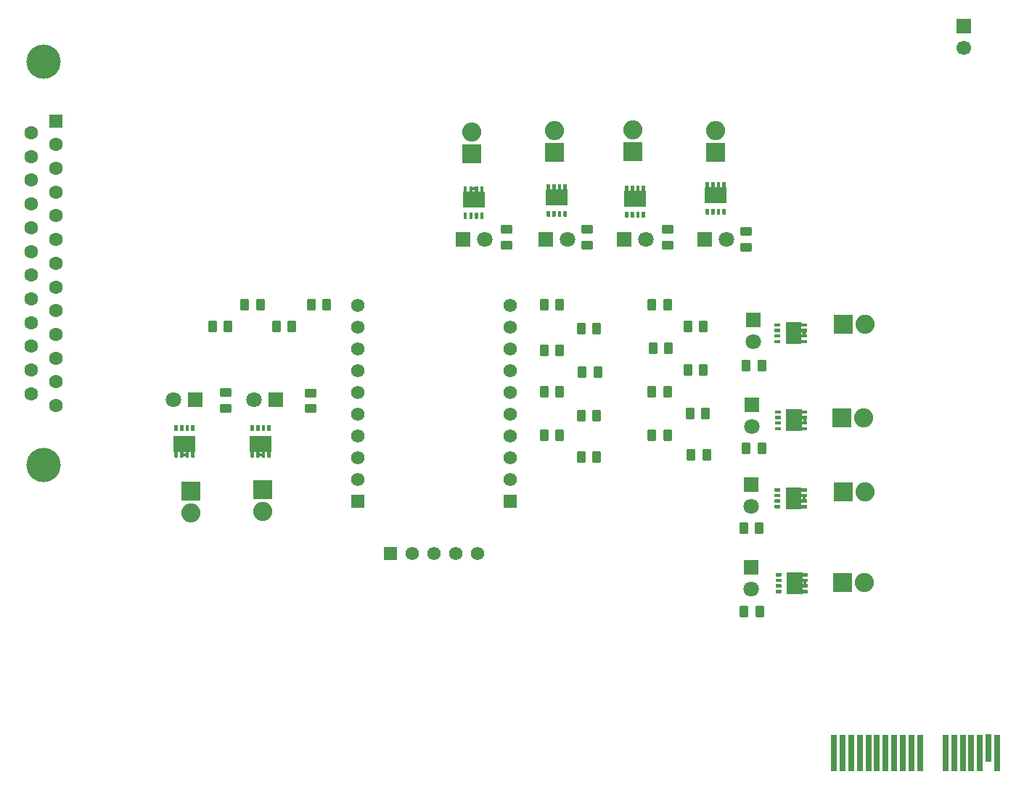
<source format=gbr>
%TF.GenerationSoftware,KiCad,Pcbnew,(6.0.6-0)*%
%TF.CreationDate,2023-04-04T18:07:55-07:00*%
%TF.ProjectId,relay-board,72656c61-792d-4626-9f61-72642e6b6963,rev?*%
%TF.SameCoordinates,Original*%
%TF.FileFunction,Soldermask,Top*%
%TF.FilePolarity,Negative*%
%FSLAX46Y46*%
G04 Gerber Fmt 4.6, Leading zero omitted, Abs format (unit mm)*
G04 Created by KiCad (PCBNEW (6.0.6-0)) date 2023-04-04 18:07:55*
%MOMM*%
%LPD*%
G01*
G04 APERTURE LIST*
G04 Aperture macros list*
%AMRoundRect*
0 Rectangle with rounded corners*
0 $1 Rounding radius*
0 $2 $3 $4 $5 $6 $7 $8 $9 X,Y pos of 4 corners*
0 Add a 4 corners polygon primitive as box body*
4,1,4,$2,$3,$4,$5,$6,$7,$8,$9,$2,$3,0*
0 Add four circle primitives for the rounded corners*
1,1,$1+$1,$2,$3*
1,1,$1+$1,$4,$5*
1,1,$1+$1,$6,$7*
1,1,$1+$1,$8,$9*
0 Add four rect primitives between the rounded corners*
20,1,$1+$1,$2,$3,$4,$5,0*
20,1,$1+$1,$4,$5,$6,$7,0*
20,1,$1+$1,$6,$7,$8,$9,0*
20,1,$1+$1,$8,$9,$2,$3,0*%
G04 Aperture macros list end*
%ADD10C,0.010000*%
%ADD11C,0.406400*%
%ADD12C,0.460400*%
%ADD13R,2.240000X2.240000*%
%ADD14O,2.240000X2.240000*%
%ADD15R,1.800000X1.800000*%
%ADD16C,1.800000*%
%ADD17RoundRect,0.250000X-0.262500X-0.450000X0.262500X-0.450000X0.262500X0.450000X-0.262500X0.450000X0*%
%ADD18C,1.560000*%
%ADD19R,1.560000X1.560000*%
%ADD20RoundRect,0.250000X-0.450000X0.262500X-0.450000X-0.262500X0.450000X-0.262500X0.450000X0.262500X0*%
%ADD21RoundRect,0.250000X0.262500X0.450000X-0.262500X0.450000X-0.262500X-0.450000X0.262500X-0.450000X0*%
%ADD22RoundRect,0.250000X0.450000X-0.262500X0.450000X0.262500X-0.450000X0.262500X-0.450000X-0.262500X0*%
%ADD23R,0.700000X4.300000*%
%ADD24R,0.700000X3.200000*%
%ADD25C,1.700000*%
%ADD26R,1.700000X1.700000*%
%ADD27C,4.000000*%
%ADD28R,1.600000X1.600000*%
%ADD29C,1.600000*%
G04 APERTURE END LIST*
%TO.C,RELAY9*%
G36*
X116499000Y-81143000D02*
G01*
X116501000Y-81143000D01*
X116504000Y-81144000D01*
X116506000Y-81144000D01*
X116509000Y-81145000D01*
X116511000Y-81146000D01*
X116514000Y-81147000D01*
X116516000Y-81149000D01*
X116518000Y-81150000D01*
X116520000Y-81152000D01*
X116522000Y-81153000D01*
X116530000Y-81161000D01*
X116531000Y-81163000D01*
X116533000Y-81165000D01*
X116534000Y-81167000D01*
X116536000Y-81169000D01*
X116537000Y-81172000D01*
X116538000Y-81174000D01*
X116539000Y-81177000D01*
X116539000Y-81179000D01*
X116540000Y-81182000D01*
X116540000Y-81184000D01*
X116541000Y-81187000D01*
X116541000Y-82872000D01*
X116540000Y-82875000D01*
X116540000Y-82877000D01*
X116539000Y-82880000D01*
X116539000Y-82882000D01*
X116538000Y-82885000D01*
X116537000Y-82887000D01*
X116536000Y-82890000D01*
X116534000Y-82892000D01*
X116533000Y-82894000D01*
X116531000Y-82896000D01*
X116530000Y-82898000D01*
X116522000Y-82906000D01*
X116520000Y-82907000D01*
X116518000Y-82909000D01*
X116516000Y-82910000D01*
X116514000Y-82912000D01*
X116511000Y-82913000D01*
X116509000Y-82914000D01*
X116506000Y-82915000D01*
X116504000Y-82915000D01*
X116501000Y-82916000D01*
X116499000Y-82916000D01*
X116496000Y-82917000D01*
X116441000Y-82917000D01*
X116441000Y-83507000D01*
X116440000Y-83510000D01*
X116440000Y-83512000D01*
X116439000Y-83515000D01*
X116439000Y-83517000D01*
X116438000Y-83520000D01*
X116437000Y-83522000D01*
X116436000Y-83525000D01*
X116434000Y-83527000D01*
X116433000Y-83529000D01*
X116431000Y-83531000D01*
X116430000Y-83533000D01*
X116422000Y-83541000D01*
X116420000Y-83542000D01*
X116418000Y-83544000D01*
X116416000Y-83545000D01*
X116414000Y-83547000D01*
X116411000Y-83548000D01*
X116409000Y-83549000D01*
X116406000Y-83550000D01*
X116404000Y-83550000D01*
X116401000Y-83551000D01*
X116399000Y-83551000D01*
X116396000Y-83552000D01*
X116186000Y-83552000D01*
X116183000Y-83551000D01*
X116181000Y-83551000D01*
X116178000Y-83550000D01*
X116176000Y-83550000D01*
X116173000Y-83549000D01*
X116171000Y-83548000D01*
X116168000Y-83547000D01*
X116166000Y-83545000D01*
X116164000Y-83544000D01*
X116162000Y-83542000D01*
X116160000Y-83541000D01*
X116152000Y-83533000D01*
X116151000Y-83531000D01*
X116149000Y-83529000D01*
X116148000Y-83527000D01*
X116146000Y-83525000D01*
X116145000Y-83522000D01*
X116144000Y-83520000D01*
X116143000Y-83517000D01*
X116143000Y-83515000D01*
X116142000Y-83512000D01*
X116142000Y-83510000D01*
X116141000Y-83507000D01*
X116141000Y-82917000D01*
X115791000Y-82917000D01*
X115791000Y-83507000D01*
X115790000Y-83510000D01*
X115790000Y-83512000D01*
X115789000Y-83515000D01*
X115789000Y-83517000D01*
X115788000Y-83520000D01*
X115787000Y-83522000D01*
X115786000Y-83525000D01*
X115784000Y-83527000D01*
X115783000Y-83529000D01*
X115781000Y-83531000D01*
X115780000Y-83533000D01*
X115772000Y-83541000D01*
X115770000Y-83542000D01*
X115768000Y-83544000D01*
X115766000Y-83545000D01*
X115764000Y-83547000D01*
X115761000Y-83548000D01*
X115759000Y-83549000D01*
X115756000Y-83550000D01*
X115754000Y-83550000D01*
X115751000Y-83551000D01*
X115749000Y-83551000D01*
X115746000Y-83552000D01*
X115536000Y-83552000D01*
X115533000Y-83551000D01*
X115531000Y-83551000D01*
X115528000Y-83550000D01*
X115526000Y-83550000D01*
X115523000Y-83549000D01*
X115521000Y-83548000D01*
X115518000Y-83547000D01*
X115516000Y-83545000D01*
X115514000Y-83544000D01*
X115512000Y-83542000D01*
X115510000Y-83541000D01*
X115502000Y-83533000D01*
X115501000Y-83531000D01*
X115499000Y-83529000D01*
X115498000Y-83527000D01*
X115496000Y-83525000D01*
X115495000Y-83522000D01*
X115494000Y-83520000D01*
X115493000Y-83517000D01*
X115493000Y-83515000D01*
X115492000Y-83512000D01*
X115492000Y-83510000D01*
X115491000Y-83507000D01*
X115491000Y-82917000D01*
X115141000Y-82917000D01*
X115141000Y-83507000D01*
X115140000Y-83510000D01*
X115140000Y-83512000D01*
X115139000Y-83515000D01*
X115139000Y-83517000D01*
X115138000Y-83520000D01*
X115137000Y-83522000D01*
X115136000Y-83525000D01*
X115134000Y-83527000D01*
X115133000Y-83529000D01*
X115131000Y-83531000D01*
X115130000Y-83533000D01*
X115122000Y-83541000D01*
X115120000Y-83542000D01*
X115118000Y-83544000D01*
X115116000Y-83545000D01*
X115114000Y-83547000D01*
X115111000Y-83548000D01*
X115109000Y-83549000D01*
X115106000Y-83550000D01*
X115104000Y-83550000D01*
X115101000Y-83551000D01*
X115099000Y-83551000D01*
X115096000Y-83552000D01*
X114886000Y-83552000D01*
X114883000Y-83551000D01*
X114881000Y-83551000D01*
X114878000Y-83550000D01*
X114876000Y-83550000D01*
X114873000Y-83549000D01*
X114871000Y-83548000D01*
X114868000Y-83547000D01*
X114866000Y-83545000D01*
X114864000Y-83544000D01*
X114862000Y-83542000D01*
X114860000Y-83541000D01*
X114852000Y-83533000D01*
X114851000Y-83531000D01*
X114849000Y-83529000D01*
X114848000Y-83527000D01*
X114846000Y-83525000D01*
X114845000Y-83522000D01*
X114844000Y-83520000D01*
X114843000Y-83517000D01*
X114843000Y-83515000D01*
X114842000Y-83512000D01*
X114842000Y-83510000D01*
X114841000Y-83507000D01*
X114841000Y-82917000D01*
X114491000Y-82917000D01*
X114491000Y-83507000D01*
X114490000Y-83510000D01*
X114490000Y-83512000D01*
X114489000Y-83515000D01*
X114489000Y-83517000D01*
X114488000Y-83520000D01*
X114487000Y-83522000D01*
X114486000Y-83525000D01*
X114484000Y-83527000D01*
X114483000Y-83529000D01*
X114481000Y-83531000D01*
X114480000Y-83533000D01*
X114472000Y-83541000D01*
X114470000Y-83542000D01*
X114468000Y-83544000D01*
X114466000Y-83545000D01*
X114464000Y-83547000D01*
X114461000Y-83548000D01*
X114459000Y-83549000D01*
X114456000Y-83550000D01*
X114454000Y-83550000D01*
X114451000Y-83551000D01*
X114449000Y-83551000D01*
X114446000Y-83552000D01*
X114236000Y-83552000D01*
X114233000Y-83551000D01*
X114231000Y-83551000D01*
X114228000Y-83550000D01*
X114226000Y-83550000D01*
X114223000Y-83549000D01*
X114221000Y-83548000D01*
X114218000Y-83547000D01*
X114216000Y-83545000D01*
X114214000Y-83544000D01*
X114212000Y-83542000D01*
X114210000Y-83541000D01*
X114202000Y-83533000D01*
X114201000Y-83531000D01*
X114199000Y-83529000D01*
X114198000Y-83527000D01*
X114196000Y-83525000D01*
X114195000Y-83522000D01*
X114194000Y-83520000D01*
X114193000Y-83517000D01*
X114193000Y-83515000D01*
X114192000Y-83512000D01*
X114192000Y-83510000D01*
X114191000Y-83507000D01*
X114191000Y-82917000D01*
X114136000Y-82917000D01*
X114133000Y-82916000D01*
X114131000Y-82916000D01*
X114128000Y-82915000D01*
X114126000Y-82915000D01*
X114123000Y-82914000D01*
X114121000Y-82913000D01*
X114118000Y-82912000D01*
X114116000Y-82910000D01*
X114114000Y-82909000D01*
X114112000Y-82907000D01*
X114110000Y-82906000D01*
X114102000Y-82898000D01*
X114101000Y-82896000D01*
X114099000Y-82894000D01*
X114098000Y-82892000D01*
X114096000Y-82890000D01*
X114095000Y-82887000D01*
X114094000Y-82885000D01*
X114093000Y-82882000D01*
X114093000Y-82880000D01*
X114092000Y-82877000D01*
X114092000Y-82875000D01*
X114091000Y-82872000D01*
X114091000Y-81187000D01*
X114092000Y-81184000D01*
X114092000Y-81182000D01*
X114093000Y-81179000D01*
X114093000Y-81177000D01*
X114094000Y-81174000D01*
X114095000Y-81172000D01*
X114096000Y-81169000D01*
X114098000Y-81167000D01*
X114099000Y-81165000D01*
X114101000Y-81163000D01*
X114102000Y-81161000D01*
X114110000Y-81153000D01*
X114112000Y-81152000D01*
X114114000Y-81150000D01*
X114116000Y-81149000D01*
X114118000Y-81147000D01*
X114121000Y-81146000D01*
X114123000Y-81145000D01*
X114126000Y-81144000D01*
X114128000Y-81144000D01*
X114131000Y-81143000D01*
X114133000Y-81143000D01*
X114136000Y-81142000D01*
X116496000Y-81142000D01*
X116499000Y-81143000D01*
G37*
D10*
X116499000Y-81143000D02*
X116501000Y-81143000D01*
X116504000Y-81144000D01*
X116506000Y-81144000D01*
X116509000Y-81145000D01*
X116511000Y-81146000D01*
X116514000Y-81147000D01*
X116516000Y-81149000D01*
X116518000Y-81150000D01*
X116520000Y-81152000D01*
X116522000Y-81153000D01*
X116530000Y-81161000D01*
X116531000Y-81163000D01*
X116533000Y-81165000D01*
X116534000Y-81167000D01*
X116536000Y-81169000D01*
X116537000Y-81172000D01*
X116538000Y-81174000D01*
X116539000Y-81177000D01*
X116539000Y-81179000D01*
X116540000Y-81182000D01*
X116540000Y-81184000D01*
X116541000Y-81187000D01*
X116541000Y-82872000D01*
X116540000Y-82875000D01*
X116540000Y-82877000D01*
X116539000Y-82880000D01*
X116539000Y-82882000D01*
X116538000Y-82885000D01*
X116537000Y-82887000D01*
X116536000Y-82890000D01*
X116534000Y-82892000D01*
X116533000Y-82894000D01*
X116531000Y-82896000D01*
X116530000Y-82898000D01*
X116522000Y-82906000D01*
X116520000Y-82907000D01*
X116518000Y-82909000D01*
X116516000Y-82910000D01*
X116514000Y-82912000D01*
X116511000Y-82913000D01*
X116509000Y-82914000D01*
X116506000Y-82915000D01*
X116504000Y-82915000D01*
X116501000Y-82916000D01*
X116499000Y-82916000D01*
X116496000Y-82917000D01*
X116441000Y-82917000D01*
X116441000Y-83507000D01*
X116440000Y-83510000D01*
X116440000Y-83512000D01*
X116439000Y-83515000D01*
X116439000Y-83517000D01*
X116438000Y-83520000D01*
X116437000Y-83522000D01*
X116436000Y-83525000D01*
X116434000Y-83527000D01*
X116433000Y-83529000D01*
X116431000Y-83531000D01*
X116430000Y-83533000D01*
X116422000Y-83541000D01*
X116420000Y-83542000D01*
X116418000Y-83544000D01*
X116416000Y-83545000D01*
X116414000Y-83547000D01*
X116411000Y-83548000D01*
X116409000Y-83549000D01*
X116406000Y-83550000D01*
X116404000Y-83550000D01*
X116401000Y-83551000D01*
X116399000Y-83551000D01*
X116396000Y-83552000D01*
X116186000Y-83552000D01*
X116183000Y-83551000D01*
X116181000Y-83551000D01*
X116178000Y-83550000D01*
X116176000Y-83550000D01*
X116173000Y-83549000D01*
X116171000Y-83548000D01*
X116168000Y-83547000D01*
X116166000Y-83545000D01*
X116164000Y-83544000D01*
X116162000Y-83542000D01*
X116160000Y-83541000D01*
X116152000Y-83533000D01*
X116151000Y-83531000D01*
X116149000Y-83529000D01*
X116148000Y-83527000D01*
X116146000Y-83525000D01*
X116145000Y-83522000D01*
X116144000Y-83520000D01*
X116143000Y-83517000D01*
X116143000Y-83515000D01*
X116142000Y-83512000D01*
X116142000Y-83510000D01*
X116141000Y-83507000D01*
X116141000Y-82917000D01*
X115791000Y-82917000D01*
X115791000Y-83507000D01*
X115790000Y-83510000D01*
X115790000Y-83512000D01*
X115789000Y-83515000D01*
X115789000Y-83517000D01*
X115788000Y-83520000D01*
X115787000Y-83522000D01*
X115786000Y-83525000D01*
X115784000Y-83527000D01*
X115783000Y-83529000D01*
X115781000Y-83531000D01*
X115780000Y-83533000D01*
X115772000Y-83541000D01*
X115770000Y-83542000D01*
X115768000Y-83544000D01*
X115766000Y-83545000D01*
X115764000Y-83547000D01*
X115761000Y-83548000D01*
X115759000Y-83549000D01*
X115756000Y-83550000D01*
X115754000Y-83550000D01*
X115751000Y-83551000D01*
X115749000Y-83551000D01*
X115746000Y-83552000D01*
X115536000Y-83552000D01*
X115533000Y-83551000D01*
X115531000Y-83551000D01*
X115528000Y-83550000D01*
X115526000Y-83550000D01*
X115523000Y-83549000D01*
X115521000Y-83548000D01*
X115518000Y-83547000D01*
X115516000Y-83545000D01*
X115514000Y-83544000D01*
X115512000Y-83542000D01*
X115510000Y-83541000D01*
X115502000Y-83533000D01*
X115501000Y-83531000D01*
X115499000Y-83529000D01*
X115498000Y-83527000D01*
X115496000Y-83525000D01*
X115495000Y-83522000D01*
X115494000Y-83520000D01*
X115493000Y-83517000D01*
X115493000Y-83515000D01*
X115492000Y-83512000D01*
X115492000Y-83510000D01*
X115491000Y-83507000D01*
X115491000Y-82917000D01*
X115141000Y-82917000D01*
X115141000Y-83507000D01*
X115140000Y-83510000D01*
X115140000Y-83512000D01*
X115139000Y-83515000D01*
X115139000Y-83517000D01*
X115138000Y-83520000D01*
X115137000Y-83522000D01*
X115136000Y-83525000D01*
X115134000Y-83527000D01*
X115133000Y-83529000D01*
X115131000Y-83531000D01*
X115130000Y-83533000D01*
X115122000Y-83541000D01*
X115120000Y-83542000D01*
X115118000Y-83544000D01*
X115116000Y-83545000D01*
X115114000Y-83547000D01*
X115111000Y-83548000D01*
X115109000Y-83549000D01*
X115106000Y-83550000D01*
X115104000Y-83550000D01*
X115101000Y-83551000D01*
X115099000Y-83551000D01*
X115096000Y-83552000D01*
X114886000Y-83552000D01*
X114883000Y-83551000D01*
X114881000Y-83551000D01*
X114878000Y-83550000D01*
X114876000Y-83550000D01*
X114873000Y-83549000D01*
X114871000Y-83548000D01*
X114868000Y-83547000D01*
X114866000Y-83545000D01*
X114864000Y-83544000D01*
X114862000Y-83542000D01*
X114860000Y-83541000D01*
X114852000Y-83533000D01*
X114851000Y-83531000D01*
X114849000Y-83529000D01*
X114848000Y-83527000D01*
X114846000Y-83525000D01*
X114845000Y-83522000D01*
X114844000Y-83520000D01*
X114843000Y-83517000D01*
X114843000Y-83515000D01*
X114842000Y-83512000D01*
X114842000Y-83510000D01*
X114841000Y-83507000D01*
X114841000Y-82917000D01*
X114491000Y-82917000D01*
X114491000Y-83507000D01*
X114490000Y-83510000D01*
X114490000Y-83512000D01*
X114489000Y-83515000D01*
X114489000Y-83517000D01*
X114488000Y-83520000D01*
X114487000Y-83522000D01*
X114486000Y-83525000D01*
X114484000Y-83527000D01*
X114483000Y-83529000D01*
X114481000Y-83531000D01*
X114480000Y-83533000D01*
X114472000Y-83541000D01*
X114470000Y-83542000D01*
X114468000Y-83544000D01*
X114466000Y-83545000D01*
X114464000Y-83547000D01*
X114461000Y-83548000D01*
X114459000Y-83549000D01*
X114456000Y-83550000D01*
X114454000Y-83550000D01*
X114451000Y-83551000D01*
X114449000Y-83551000D01*
X114446000Y-83552000D01*
X114236000Y-83552000D01*
X114233000Y-83551000D01*
X114231000Y-83551000D01*
X114228000Y-83550000D01*
X114226000Y-83550000D01*
X114223000Y-83549000D01*
X114221000Y-83548000D01*
X114218000Y-83547000D01*
X114216000Y-83545000D01*
X114214000Y-83544000D01*
X114212000Y-83542000D01*
X114210000Y-83541000D01*
X114202000Y-83533000D01*
X114201000Y-83531000D01*
X114199000Y-83529000D01*
X114198000Y-83527000D01*
X114196000Y-83525000D01*
X114195000Y-83522000D01*
X114194000Y-83520000D01*
X114193000Y-83517000D01*
X114193000Y-83515000D01*
X114192000Y-83512000D01*
X114192000Y-83510000D01*
X114191000Y-83507000D01*
X114191000Y-82917000D01*
X114136000Y-82917000D01*
X114133000Y-82916000D01*
X114131000Y-82916000D01*
X114128000Y-82915000D01*
X114126000Y-82915000D01*
X114123000Y-82914000D01*
X114121000Y-82913000D01*
X114118000Y-82912000D01*
X114116000Y-82910000D01*
X114114000Y-82909000D01*
X114112000Y-82907000D01*
X114110000Y-82906000D01*
X114102000Y-82898000D01*
X114101000Y-82896000D01*
X114099000Y-82894000D01*
X114098000Y-82892000D01*
X114096000Y-82890000D01*
X114095000Y-82887000D01*
X114094000Y-82885000D01*
X114093000Y-82882000D01*
X114093000Y-82880000D01*
X114092000Y-82877000D01*
X114092000Y-82875000D01*
X114091000Y-82872000D01*
X114091000Y-81187000D01*
X114092000Y-81184000D01*
X114092000Y-81182000D01*
X114093000Y-81179000D01*
X114093000Y-81177000D01*
X114094000Y-81174000D01*
X114095000Y-81172000D01*
X114096000Y-81169000D01*
X114098000Y-81167000D01*
X114099000Y-81165000D01*
X114101000Y-81163000D01*
X114102000Y-81161000D01*
X114110000Y-81153000D01*
X114112000Y-81152000D01*
X114114000Y-81150000D01*
X114116000Y-81149000D01*
X114118000Y-81147000D01*
X114121000Y-81146000D01*
X114123000Y-81145000D01*
X114126000Y-81144000D01*
X114128000Y-81144000D01*
X114131000Y-81143000D01*
X114133000Y-81143000D01*
X114136000Y-81142000D01*
X116496000Y-81142000D01*
X116499000Y-81143000D01*
G36*
X115749000Y-79853000D02*
G01*
X115751000Y-79853000D01*
X115754000Y-79854000D01*
X115756000Y-79854000D01*
X115759000Y-79855000D01*
X115761000Y-79856000D01*
X115764000Y-79857000D01*
X115766000Y-79859000D01*
X115768000Y-79860000D01*
X115770000Y-79862000D01*
X115772000Y-79863000D01*
X115780000Y-79871000D01*
X115781000Y-79873000D01*
X115783000Y-79875000D01*
X115784000Y-79877000D01*
X115786000Y-79879000D01*
X115787000Y-79882000D01*
X115788000Y-79884000D01*
X115789000Y-79887000D01*
X115789000Y-79889000D01*
X115790000Y-79892000D01*
X115790000Y-79894000D01*
X115791000Y-79897000D01*
X115791000Y-80407000D01*
X115790000Y-80410000D01*
X115790000Y-80412000D01*
X115789000Y-80415000D01*
X115789000Y-80417000D01*
X115788000Y-80420000D01*
X115787000Y-80422000D01*
X115786000Y-80425000D01*
X115784000Y-80427000D01*
X115783000Y-80429000D01*
X115781000Y-80431000D01*
X115780000Y-80433000D01*
X115772000Y-80441000D01*
X115770000Y-80442000D01*
X115768000Y-80444000D01*
X115766000Y-80445000D01*
X115764000Y-80447000D01*
X115761000Y-80448000D01*
X115759000Y-80449000D01*
X115756000Y-80450000D01*
X115754000Y-80450000D01*
X115751000Y-80451000D01*
X115749000Y-80451000D01*
X115746000Y-80452000D01*
X115536000Y-80452000D01*
X115533000Y-80451000D01*
X115531000Y-80451000D01*
X115528000Y-80450000D01*
X115526000Y-80450000D01*
X115523000Y-80449000D01*
X115521000Y-80448000D01*
X115518000Y-80447000D01*
X115516000Y-80445000D01*
X115514000Y-80444000D01*
X115512000Y-80442000D01*
X115510000Y-80441000D01*
X115502000Y-80433000D01*
X115501000Y-80431000D01*
X115499000Y-80429000D01*
X115498000Y-80427000D01*
X115496000Y-80425000D01*
X115495000Y-80422000D01*
X115494000Y-80420000D01*
X115493000Y-80417000D01*
X115493000Y-80415000D01*
X115492000Y-80412000D01*
X115492000Y-80410000D01*
X115491000Y-80407000D01*
X115491000Y-79897000D01*
X115492000Y-79894000D01*
X115492000Y-79892000D01*
X115493000Y-79889000D01*
X115493000Y-79887000D01*
X115494000Y-79884000D01*
X115495000Y-79882000D01*
X115496000Y-79879000D01*
X115498000Y-79877000D01*
X115499000Y-79875000D01*
X115501000Y-79873000D01*
X115502000Y-79871000D01*
X115510000Y-79863000D01*
X115512000Y-79862000D01*
X115514000Y-79860000D01*
X115516000Y-79859000D01*
X115518000Y-79857000D01*
X115521000Y-79856000D01*
X115523000Y-79855000D01*
X115526000Y-79854000D01*
X115528000Y-79854000D01*
X115531000Y-79853000D01*
X115533000Y-79853000D01*
X115536000Y-79852000D01*
X115746000Y-79852000D01*
X115749000Y-79853000D01*
G37*
X115749000Y-79853000D02*
X115751000Y-79853000D01*
X115754000Y-79854000D01*
X115756000Y-79854000D01*
X115759000Y-79855000D01*
X115761000Y-79856000D01*
X115764000Y-79857000D01*
X115766000Y-79859000D01*
X115768000Y-79860000D01*
X115770000Y-79862000D01*
X115772000Y-79863000D01*
X115780000Y-79871000D01*
X115781000Y-79873000D01*
X115783000Y-79875000D01*
X115784000Y-79877000D01*
X115786000Y-79879000D01*
X115787000Y-79882000D01*
X115788000Y-79884000D01*
X115789000Y-79887000D01*
X115789000Y-79889000D01*
X115790000Y-79892000D01*
X115790000Y-79894000D01*
X115791000Y-79897000D01*
X115791000Y-80407000D01*
X115790000Y-80410000D01*
X115790000Y-80412000D01*
X115789000Y-80415000D01*
X115789000Y-80417000D01*
X115788000Y-80420000D01*
X115787000Y-80422000D01*
X115786000Y-80425000D01*
X115784000Y-80427000D01*
X115783000Y-80429000D01*
X115781000Y-80431000D01*
X115780000Y-80433000D01*
X115772000Y-80441000D01*
X115770000Y-80442000D01*
X115768000Y-80444000D01*
X115766000Y-80445000D01*
X115764000Y-80447000D01*
X115761000Y-80448000D01*
X115759000Y-80449000D01*
X115756000Y-80450000D01*
X115754000Y-80450000D01*
X115751000Y-80451000D01*
X115749000Y-80451000D01*
X115746000Y-80452000D01*
X115536000Y-80452000D01*
X115533000Y-80451000D01*
X115531000Y-80451000D01*
X115528000Y-80450000D01*
X115526000Y-80450000D01*
X115523000Y-80449000D01*
X115521000Y-80448000D01*
X115518000Y-80447000D01*
X115516000Y-80445000D01*
X115514000Y-80444000D01*
X115512000Y-80442000D01*
X115510000Y-80441000D01*
X115502000Y-80433000D01*
X115501000Y-80431000D01*
X115499000Y-80429000D01*
X115498000Y-80427000D01*
X115496000Y-80425000D01*
X115495000Y-80422000D01*
X115494000Y-80420000D01*
X115493000Y-80417000D01*
X115493000Y-80415000D01*
X115492000Y-80412000D01*
X115492000Y-80410000D01*
X115491000Y-80407000D01*
X115491000Y-79897000D01*
X115492000Y-79894000D01*
X115492000Y-79892000D01*
X115493000Y-79889000D01*
X115493000Y-79887000D01*
X115494000Y-79884000D01*
X115495000Y-79882000D01*
X115496000Y-79879000D01*
X115498000Y-79877000D01*
X115499000Y-79875000D01*
X115501000Y-79873000D01*
X115502000Y-79871000D01*
X115510000Y-79863000D01*
X115512000Y-79862000D01*
X115514000Y-79860000D01*
X115516000Y-79859000D01*
X115518000Y-79857000D01*
X115521000Y-79856000D01*
X115523000Y-79855000D01*
X115526000Y-79854000D01*
X115528000Y-79854000D01*
X115531000Y-79853000D01*
X115533000Y-79853000D01*
X115536000Y-79852000D01*
X115746000Y-79852000D01*
X115749000Y-79853000D01*
G36*
X115099000Y-79853000D02*
G01*
X115101000Y-79853000D01*
X115104000Y-79854000D01*
X115106000Y-79854000D01*
X115109000Y-79855000D01*
X115111000Y-79856000D01*
X115114000Y-79857000D01*
X115116000Y-79859000D01*
X115118000Y-79860000D01*
X115120000Y-79862000D01*
X115122000Y-79863000D01*
X115130000Y-79871000D01*
X115131000Y-79873000D01*
X115133000Y-79875000D01*
X115134000Y-79877000D01*
X115136000Y-79879000D01*
X115137000Y-79882000D01*
X115138000Y-79884000D01*
X115139000Y-79887000D01*
X115139000Y-79889000D01*
X115140000Y-79892000D01*
X115140000Y-79894000D01*
X115141000Y-79897000D01*
X115141000Y-80407000D01*
X115140000Y-80410000D01*
X115140000Y-80412000D01*
X115139000Y-80415000D01*
X115139000Y-80417000D01*
X115138000Y-80420000D01*
X115137000Y-80422000D01*
X115136000Y-80425000D01*
X115134000Y-80427000D01*
X115133000Y-80429000D01*
X115131000Y-80431000D01*
X115130000Y-80433000D01*
X115122000Y-80441000D01*
X115120000Y-80442000D01*
X115118000Y-80444000D01*
X115116000Y-80445000D01*
X115114000Y-80447000D01*
X115111000Y-80448000D01*
X115109000Y-80449000D01*
X115106000Y-80450000D01*
X115104000Y-80450000D01*
X115101000Y-80451000D01*
X115099000Y-80451000D01*
X115096000Y-80452000D01*
X114886000Y-80452000D01*
X114883000Y-80451000D01*
X114881000Y-80451000D01*
X114878000Y-80450000D01*
X114876000Y-80450000D01*
X114873000Y-80449000D01*
X114871000Y-80448000D01*
X114868000Y-80447000D01*
X114866000Y-80445000D01*
X114864000Y-80444000D01*
X114862000Y-80442000D01*
X114860000Y-80441000D01*
X114852000Y-80433000D01*
X114851000Y-80431000D01*
X114849000Y-80429000D01*
X114848000Y-80427000D01*
X114846000Y-80425000D01*
X114845000Y-80422000D01*
X114844000Y-80420000D01*
X114843000Y-80417000D01*
X114843000Y-80415000D01*
X114842000Y-80412000D01*
X114842000Y-80410000D01*
X114841000Y-80407000D01*
X114841000Y-79897000D01*
X114842000Y-79894000D01*
X114842000Y-79892000D01*
X114843000Y-79889000D01*
X114843000Y-79887000D01*
X114844000Y-79884000D01*
X114845000Y-79882000D01*
X114846000Y-79879000D01*
X114848000Y-79877000D01*
X114849000Y-79875000D01*
X114851000Y-79873000D01*
X114852000Y-79871000D01*
X114860000Y-79863000D01*
X114862000Y-79862000D01*
X114864000Y-79860000D01*
X114866000Y-79859000D01*
X114868000Y-79857000D01*
X114871000Y-79856000D01*
X114873000Y-79855000D01*
X114876000Y-79854000D01*
X114878000Y-79854000D01*
X114881000Y-79853000D01*
X114883000Y-79853000D01*
X114886000Y-79852000D01*
X115096000Y-79852000D01*
X115099000Y-79853000D01*
G37*
X115099000Y-79853000D02*
X115101000Y-79853000D01*
X115104000Y-79854000D01*
X115106000Y-79854000D01*
X115109000Y-79855000D01*
X115111000Y-79856000D01*
X115114000Y-79857000D01*
X115116000Y-79859000D01*
X115118000Y-79860000D01*
X115120000Y-79862000D01*
X115122000Y-79863000D01*
X115130000Y-79871000D01*
X115131000Y-79873000D01*
X115133000Y-79875000D01*
X115134000Y-79877000D01*
X115136000Y-79879000D01*
X115137000Y-79882000D01*
X115138000Y-79884000D01*
X115139000Y-79887000D01*
X115139000Y-79889000D01*
X115140000Y-79892000D01*
X115140000Y-79894000D01*
X115141000Y-79897000D01*
X115141000Y-80407000D01*
X115140000Y-80410000D01*
X115140000Y-80412000D01*
X115139000Y-80415000D01*
X115139000Y-80417000D01*
X115138000Y-80420000D01*
X115137000Y-80422000D01*
X115136000Y-80425000D01*
X115134000Y-80427000D01*
X115133000Y-80429000D01*
X115131000Y-80431000D01*
X115130000Y-80433000D01*
X115122000Y-80441000D01*
X115120000Y-80442000D01*
X115118000Y-80444000D01*
X115116000Y-80445000D01*
X115114000Y-80447000D01*
X115111000Y-80448000D01*
X115109000Y-80449000D01*
X115106000Y-80450000D01*
X115104000Y-80450000D01*
X115101000Y-80451000D01*
X115099000Y-80451000D01*
X115096000Y-80452000D01*
X114886000Y-80452000D01*
X114883000Y-80451000D01*
X114881000Y-80451000D01*
X114878000Y-80450000D01*
X114876000Y-80450000D01*
X114873000Y-80449000D01*
X114871000Y-80448000D01*
X114868000Y-80447000D01*
X114866000Y-80445000D01*
X114864000Y-80444000D01*
X114862000Y-80442000D01*
X114860000Y-80441000D01*
X114852000Y-80433000D01*
X114851000Y-80431000D01*
X114849000Y-80429000D01*
X114848000Y-80427000D01*
X114846000Y-80425000D01*
X114845000Y-80422000D01*
X114844000Y-80420000D01*
X114843000Y-80417000D01*
X114843000Y-80415000D01*
X114842000Y-80412000D01*
X114842000Y-80410000D01*
X114841000Y-80407000D01*
X114841000Y-79897000D01*
X114842000Y-79894000D01*
X114842000Y-79892000D01*
X114843000Y-79889000D01*
X114843000Y-79887000D01*
X114844000Y-79884000D01*
X114845000Y-79882000D01*
X114846000Y-79879000D01*
X114848000Y-79877000D01*
X114849000Y-79875000D01*
X114851000Y-79873000D01*
X114852000Y-79871000D01*
X114860000Y-79863000D01*
X114862000Y-79862000D01*
X114864000Y-79860000D01*
X114866000Y-79859000D01*
X114868000Y-79857000D01*
X114871000Y-79856000D01*
X114873000Y-79855000D01*
X114876000Y-79854000D01*
X114878000Y-79854000D01*
X114881000Y-79853000D01*
X114883000Y-79853000D01*
X114886000Y-79852000D01*
X115096000Y-79852000D01*
X115099000Y-79853000D01*
G36*
X116399000Y-79853000D02*
G01*
X116401000Y-79853000D01*
X116404000Y-79854000D01*
X116406000Y-79854000D01*
X116409000Y-79855000D01*
X116411000Y-79856000D01*
X116414000Y-79857000D01*
X116416000Y-79859000D01*
X116418000Y-79860000D01*
X116420000Y-79862000D01*
X116422000Y-79863000D01*
X116430000Y-79871000D01*
X116431000Y-79873000D01*
X116433000Y-79875000D01*
X116434000Y-79877000D01*
X116436000Y-79879000D01*
X116437000Y-79882000D01*
X116438000Y-79884000D01*
X116439000Y-79887000D01*
X116439000Y-79889000D01*
X116440000Y-79892000D01*
X116440000Y-79894000D01*
X116441000Y-79897000D01*
X116441000Y-80407000D01*
X116440000Y-80410000D01*
X116440000Y-80412000D01*
X116439000Y-80415000D01*
X116439000Y-80417000D01*
X116438000Y-80420000D01*
X116437000Y-80422000D01*
X116436000Y-80425000D01*
X116434000Y-80427000D01*
X116433000Y-80429000D01*
X116431000Y-80431000D01*
X116430000Y-80433000D01*
X116422000Y-80441000D01*
X116420000Y-80442000D01*
X116418000Y-80444000D01*
X116416000Y-80445000D01*
X116414000Y-80447000D01*
X116411000Y-80448000D01*
X116409000Y-80449000D01*
X116406000Y-80450000D01*
X116404000Y-80450000D01*
X116401000Y-80451000D01*
X116399000Y-80451000D01*
X116396000Y-80452000D01*
X116186000Y-80452000D01*
X116183000Y-80451000D01*
X116181000Y-80451000D01*
X116178000Y-80450000D01*
X116176000Y-80450000D01*
X116173000Y-80449000D01*
X116171000Y-80448000D01*
X116168000Y-80447000D01*
X116166000Y-80445000D01*
X116164000Y-80444000D01*
X116162000Y-80442000D01*
X116160000Y-80441000D01*
X116152000Y-80433000D01*
X116151000Y-80431000D01*
X116149000Y-80429000D01*
X116148000Y-80427000D01*
X116146000Y-80425000D01*
X116145000Y-80422000D01*
X116144000Y-80420000D01*
X116143000Y-80417000D01*
X116143000Y-80415000D01*
X116142000Y-80412000D01*
X116142000Y-80410000D01*
X116141000Y-80407000D01*
X116141000Y-79897000D01*
X116142000Y-79894000D01*
X116142000Y-79892000D01*
X116143000Y-79889000D01*
X116143000Y-79887000D01*
X116144000Y-79884000D01*
X116145000Y-79882000D01*
X116146000Y-79879000D01*
X116148000Y-79877000D01*
X116149000Y-79875000D01*
X116151000Y-79873000D01*
X116152000Y-79871000D01*
X116160000Y-79863000D01*
X116162000Y-79862000D01*
X116164000Y-79860000D01*
X116166000Y-79859000D01*
X116168000Y-79857000D01*
X116171000Y-79856000D01*
X116173000Y-79855000D01*
X116176000Y-79854000D01*
X116178000Y-79854000D01*
X116181000Y-79853000D01*
X116183000Y-79853000D01*
X116186000Y-79852000D01*
X116396000Y-79852000D01*
X116399000Y-79853000D01*
G37*
X116399000Y-79853000D02*
X116401000Y-79853000D01*
X116404000Y-79854000D01*
X116406000Y-79854000D01*
X116409000Y-79855000D01*
X116411000Y-79856000D01*
X116414000Y-79857000D01*
X116416000Y-79859000D01*
X116418000Y-79860000D01*
X116420000Y-79862000D01*
X116422000Y-79863000D01*
X116430000Y-79871000D01*
X116431000Y-79873000D01*
X116433000Y-79875000D01*
X116434000Y-79877000D01*
X116436000Y-79879000D01*
X116437000Y-79882000D01*
X116438000Y-79884000D01*
X116439000Y-79887000D01*
X116439000Y-79889000D01*
X116440000Y-79892000D01*
X116440000Y-79894000D01*
X116441000Y-79897000D01*
X116441000Y-80407000D01*
X116440000Y-80410000D01*
X116440000Y-80412000D01*
X116439000Y-80415000D01*
X116439000Y-80417000D01*
X116438000Y-80420000D01*
X116437000Y-80422000D01*
X116436000Y-80425000D01*
X116434000Y-80427000D01*
X116433000Y-80429000D01*
X116431000Y-80431000D01*
X116430000Y-80433000D01*
X116422000Y-80441000D01*
X116420000Y-80442000D01*
X116418000Y-80444000D01*
X116416000Y-80445000D01*
X116414000Y-80447000D01*
X116411000Y-80448000D01*
X116409000Y-80449000D01*
X116406000Y-80450000D01*
X116404000Y-80450000D01*
X116401000Y-80451000D01*
X116399000Y-80451000D01*
X116396000Y-80452000D01*
X116186000Y-80452000D01*
X116183000Y-80451000D01*
X116181000Y-80451000D01*
X116178000Y-80450000D01*
X116176000Y-80450000D01*
X116173000Y-80449000D01*
X116171000Y-80448000D01*
X116168000Y-80447000D01*
X116166000Y-80445000D01*
X116164000Y-80444000D01*
X116162000Y-80442000D01*
X116160000Y-80441000D01*
X116152000Y-80433000D01*
X116151000Y-80431000D01*
X116149000Y-80429000D01*
X116148000Y-80427000D01*
X116146000Y-80425000D01*
X116145000Y-80422000D01*
X116144000Y-80420000D01*
X116143000Y-80417000D01*
X116143000Y-80415000D01*
X116142000Y-80412000D01*
X116142000Y-80410000D01*
X116141000Y-80407000D01*
X116141000Y-79897000D01*
X116142000Y-79894000D01*
X116142000Y-79892000D01*
X116143000Y-79889000D01*
X116143000Y-79887000D01*
X116144000Y-79884000D01*
X116145000Y-79882000D01*
X116146000Y-79879000D01*
X116148000Y-79877000D01*
X116149000Y-79875000D01*
X116151000Y-79873000D01*
X116152000Y-79871000D01*
X116160000Y-79863000D01*
X116162000Y-79862000D01*
X116164000Y-79860000D01*
X116166000Y-79859000D01*
X116168000Y-79857000D01*
X116171000Y-79856000D01*
X116173000Y-79855000D01*
X116176000Y-79854000D01*
X116178000Y-79854000D01*
X116181000Y-79853000D01*
X116183000Y-79853000D01*
X116186000Y-79852000D01*
X116396000Y-79852000D01*
X116399000Y-79853000D01*
G36*
X114449000Y-79853000D02*
G01*
X114451000Y-79853000D01*
X114454000Y-79854000D01*
X114456000Y-79854000D01*
X114459000Y-79855000D01*
X114461000Y-79856000D01*
X114464000Y-79857000D01*
X114466000Y-79859000D01*
X114468000Y-79860000D01*
X114470000Y-79862000D01*
X114472000Y-79863000D01*
X114480000Y-79871000D01*
X114481000Y-79873000D01*
X114483000Y-79875000D01*
X114484000Y-79877000D01*
X114486000Y-79879000D01*
X114487000Y-79882000D01*
X114488000Y-79884000D01*
X114489000Y-79887000D01*
X114489000Y-79889000D01*
X114490000Y-79892000D01*
X114490000Y-79894000D01*
X114491000Y-79897000D01*
X114491000Y-80407000D01*
X114490000Y-80410000D01*
X114490000Y-80412000D01*
X114489000Y-80415000D01*
X114489000Y-80417000D01*
X114488000Y-80420000D01*
X114487000Y-80422000D01*
X114486000Y-80425000D01*
X114484000Y-80427000D01*
X114483000Y-80429000D01*
X114481000Y-80431000D01*
X114480000Y-80433000D01*
X114472000Y-80441000D01*
X114470000Y-80442000D01*
X114468000Y-80444000D01*
X114466000Y-80445000D01*
X114464000Y-80447000D01*
X114461000Y-80448000D01*
X114459000Y-80449000D01*
X114456000Y-80450000D01*
X114454000Y-80450000D01*
X114451000Y-80451000D01*
X114449000Y-80451000D01*
X114446000Y-80452000D01*
X114236000Y-80452000D01*
X114233000Y-80451000D01*
X114231000Y-80451000D01*
X114228000Y-80450000D01*
X114226000Y-80450000D01*
X114223000Y-80449000D01*
X114221000Y-80448000D01*
X114218000Y-80447000D01*
X114216000Y-80445000D01*
X114214000Y-80444000D01*
X114212000Y-80442000D01*
X114210000Y-80441000D01*
X114202000Y-80433000D01*
X114201000Y-80431000D01*
X114199000Y-80429000D01*
X114198000Y-80427000D01*
X114196000Y-80425000D01*
X114195000Y-80422000D01*
X114194000Y-80420000D01*
X114193000Y-80417000D01*
X114193000Y-80415000D01*
X114192000Y-80412000D01*
X114192000Y-80410000D01*
X114191000Y-80407000D01*
X114191000Y-79897000D01*
X114192000Y-79894000D01*
X114192000Y-79892000D01*
X114193000Y-79889000D01*
X114193000Y-79887000D01*
X114194000Y-79884000D01*
X114195000Y-79882000D01*
X114196000Y-79879000D01*
X114198000Y-79877000D01*
X114199000Y-79875000D01*
X114201000Y-79873000D01*
X114202000Y-79871000D01*
X114210000Y-79863000D01*
X114212000Y-79862000D01*
X114214000Y-79860000D01*
X114216000Y-79859000D01*
X114218000Y-79857000D01*
X114221000Y-79856000D01*
X114223000Y-79855000D01*
X114226000Y-79854000D01*
X114228000Y-79854000D01*
X114231000Y-79853000D01*
X114233000Y-79853000D01*
X114236000Y-79852000D01*
X114446000Y-79852000D01*
X114449000Y-79853000D01*
G37*
X114449000Y-79853000D02*
X114451000Y-79853000D01*
X114454000Y-79854000D01*
X114456000Y-79854000D01*
X114459000Y-79855000D01*
X114461000Y-79856000D01*
X114464000Y-79857000D01*
X114466000Y-79859000D01*
X114468000Y-79860000D01*
X114470000Y-79862000D01*
X114472000Y-79863000D01*
X114480000Y-79871000D01*
X114481000Y-79873000D01*
X114483000Y-79875000D01*
X114484000Y-79877000D01*
X114486000Y-79879000D01*
X114487000Y-79882000D01*
X114488000Y-79884000D01*
X114489000Y-79887000D01*
X114489000Y-79889000D01*
X114490000Y-79892000D01*
X114490000Y-79894000D01*
X114491000Y-79897000D01*
X114491000Y-80407000D01*
X114490000Y-80410000D01*
X114490000Y-80412000D01*
X114489000Y-80415000D01*
X114489000Y-80417000D01*
X114488000Y-80420000D01*
X114487000Y-80422000D01*
X114486000Y-80425000D01*
X114484000Y-80427000D01*
X114483000Y-80429000D01*
X114481000Y-80431000D01*
X114480000Y-80433000D01*
X114472000Y-80441000D01*
X114470000Y-80442000D01*
X114468000Y-80444000D01*
X114466000Y-80445000D01*
X114464000Y-80447000D01*
X114461000Y-80448000D01*
X114459000Y-80449000D01*
X114456000Y-80450000D01*
X114454000Y-80450000D01*
X114451000Y-80451000D01*
X114449000Y-80451000D01*
X114446000Y-80452000D01*
X114236000Y-80452000D01*
X114233000Y-80451000D01*
X114231000Y-80451000D01*
X114228000Y-80450000D01*
X114226000Y-80450000D01*
X114223000Y-80449000D01*
X114221000Y-80448000D01*
X114218000Y-80447000D01*
X114216000Y-80445000D01*
X114214000Y-80444000D01*
X114212000Y-80442000D01*
X114210000Y-80441000D01*
X114202000Y-80433000D01*
X114201000Y-80431000D01*
X114199000Y-80429000D01*
X114198000Y-80427000D01*
X114196000Y-80425000D01*
X114195000Y-80422000D01*
X114194000Y-80420000D01*
X114193000Y-80417000D01*
X114193000Y-80415000D01*
X114192000Y-80412000D01*
X114192000Y-80410000D01*
X114191000Y-80407000D01*
X114191000Y-79897000D01*
X114192000Y-79894000D01*
X114192000Y-79892000D01*
X114193000Y-79889000D01*
X114193000Y-79887000D01*
X114194000Y-79884000D01*
X114195000Y-79882000D01*
X114196000Y-79879000D01*
X114198000Y-79877000D01*
X114199000Y-79875000D01*
X114201000Y-79873000D01*
X114202000Y-79871000D01*
X114210000Y-79863000D01*
X114212000Y-79862000D01*
X114214000Y-79860000D01*
X114216000Y-79859000D01*
X114218000Y-79857000D01*
X114221000Y-79856000D01*
X114223000Y-79855000D01*
X114226000Y-79854000D01*
X114228000Y-79854000D01*
X114231000Y-79853000D01*
X114233000Y-79853000D01*
X114236000Y-79852000D01*
X114446000Y-79852000D01*
X114449000Y-79853000D01*
%TO.C,RELAY10*%
G36*
X105564000Y-79853000D02*
G01*
X105566000Y-79853000D01*
X105569000Y-79854000D01*
X105571000Y-79854000D01*
X105574000Y-79855000D01*
X105576000Y-79856000D01*
X105579000Y-79857000D01*
X105581000Y-79859000D01*
X105583000Y-79860000D01*
X105585000Y-79862000D01*
X105587000Y-79863000D01*
X105595000Y-79871000D01*
X105596000Y-79873000D01*
X105598000Y-79875000D01*
X105599000Y-79877000D01*
X105601000Y-79879000D01*
X105602000Y-79882000D01*
X105603000Y-79884000D01*
X105604000Y-79887000D01*
X105604000Y-79889000D01*
X105605000Y-79892000D01*
X105605000Y-79894000D01*
X105606000Y-79897000D01*
X105606000Y-80407000D01*
X105605000Y-80410000D01*
X105605000Y-80412000D01*
X105604000Y-80415000D01*
X105604000Y-80417000D01*
X105603000Y-80420000D01*
X105602000Y-80422000D01*
X105601000Y-80425000D01*
X105599000Y-80427000D01*
X105598000Y-80429000D01*
X105596000Y-80431000D01*
X105595000Y-80433000D01*
X105587000Y-80441000D01*
X105585000Y-80442000D01*
X105583000Y-80444000D01*
X105581000Y-80445000D01*
X105579000Y-80447000D01*
X105576000Y-80448000D01*
X105574000Y-80449000D01*
X105571000Y-80450000D01*
X105569000Y-80450000D01*
X105566000Y-80451000D01*
X105564000Y-80451000D01*
X105561000Y-80452000D01*
X105351000Y-80452000D01*
X105348000Y-80451000D01*
X105346000Y-80451000D01*
X105343000Y-80450000D01*
X105341000Y-80450000D01*
X105338000Y-80449000D01*
X105336000Y-80448000D01*
X105333000Y-80447000D01*
X105331000Y-80445000D01*
X105329000Y-80444000D01*
X105327000Y-80442000D01*
X105325000Y-80441000D01*
X105317000Y-80433000D01*
X105316000Y-80431000D01*
X105314000Y-80429000D01*
X105313000Y-80427000D01*
X105311000Y-80425000D01*
X105310000Y-80422000D01*
X105309000Y-80420000D01*
X105308000Y-80417000D01*
X105308000Y-80415000D01*
X105307000Y-80412000D01*
X105307000Y-80410000D01*
X105306000Y-80407000D01*
X105306000Y-79897000D01*
X105307000Y-79894000D01*
X105307000Y-79892000D01*
X105308000Y-79889000D01*
X105308000Y-79887000D01*
X105309000Y-79884000D01*
X105310000Y-79882000D01*
X105311000Y-79879000D01*
X105313000Y-79877000D01*
X105314000Y-79875000D01*
X105316000Y-79873000D01*
X105317000Y-79871000D01*
X105325000Y-79863000D01*
X105327000Y-79862000D01*
X105329000Y-79860000D01*
X105331000Y-79859000D01*
X105333000Y-79857000D01*
X105336000Y-79856000D01*
X105338000Y-79855000D01*
X105341000Y-79854000D01*
X105343000Y-79854000D01*
X105346000Y-79853000D01*
X105348000Y-79853000D01*
X105351000Y-79852000D01*
X105561000Y-79852000D01*
X105564000Y-79853000D01*
G37*
X105564000Y-79853000D02*
X105566000Y-79853000D01*
X105569000Y-79854000D01*
X105571000Y-79854000D01*
X105574000Y-79855000D01*
X105576000Y-79856000D01*
X105579000Y-79857000D01*
X105581000Y-79859000D01*
X105583000Y-79860000D01*
X105585000Y-79862000D01*
X105587000Y-79863000D01*
X105595000Y-79871000D01*
X105596000Y-79873000D01*
X105598000Y-79875000D01*
X105599000Y-79877000D01*
X105601000Y-79879000D01*
X105602000Y-79882000D01*
X105603000Y-79884000D01*
X105604000Y-79887000D01*
X105604000Y-79889000D01*
X105605000Y-79892000D01*
X105605000Y-79894000D01*
X105606000Y-79897000D01*
X105606000Y-80407000D01*
X105605000Y-80410000D01*
X105605000Y-80412000D01*
X105604000Y-80415000D01*
X105604000Y-80417000D01*
X105603000Y-80420000D01*
X105602000Y-80422000D01*
X105601000Y-80425000D01*
X105599000Y-80427000D01*
X105598000Y-80429000D01*
X105596000Y-80431000D01*
X105595000Y-80433000D01*
X105587000Y-80441000D01*
X105585000Y-80442000D01*
X105583000Y-80444000D01*
X105581000Y-80445000D01*
X105579000Y-80447000D01*
X105576000Y-80448000D01*
X105574000Y-80449000D01*
X105571000Y-80450000D01*
X105569000Y-80450000D01*
X105566000Y-80451000D01*
X105564000Y-80451000D01*
X105561000Y-80452000D01*
X105351000Y-80452000D01*
X105348000Y-80451000D01*
X105346000Y-80451000D01*
X105343000Y-80450000D01*
X105341000Y-80450000D01*
X105338000Y-80449000D01*
X105336000Y-80448000D01*
X105333000Y-80447000D01*
X105331000Y-80445000D01*
X105329000Y-80444000D01*
X105327000Y-80442000D01*
X105325000Y-80441000D01*
X105317000Y-80433000D01*
X105316000Y-80431000D01*
X105314000Y-80429000D01*
X105313000Y-80427000D01*
X105311000Y-80425000D01*
X105310000Y-80422000D01*
X105309000Y-80420000D01*
X105308000Y-80417000D01*
X105308000Y-80415000D01*
X105307000Y-80412000D01*
X105307000Y-80410000D01*
X105306000Y-80407000D01*
X105306000Y-79897000D01*
X105307000Y-79894000D01*
X105307000Y-79892000D01*
X105308000Y-79889000D01*
X105308000Y-79887000D01*
X105309000Y-79884000D01*
X105310000Y-79882000D01*
X105311000Y-79879000D01*
X105313000Y-79877000D01*
X105314000Y-79875000D01*
X105316000Y-79873000D01*
X105317000Y-79871000D01*
X105325000Y-79863000D01*
X105327000Y-79862000D01*
X105329000Y-79860000D01*
X105331000Y-79859000D01*
X105333000Y-79857000D01*
X105336000Y-79856000D01*
X105338000Y-79855000D01*
X105341000Y-79854000D01*
X105343000Y-79854000D01*
X105346000Y-79853000D01*
X105348000Y-79853000D01*
X105351000Y-79852000D01*
X105561000Y-79852000D01*
X105564000Y-79853000D01*
G36*
X107514000Y-79853000D02*
G01*
X107516000Y-79853000D01*
X107519000Y-79854000D01*
X107521000Y-79854000D01*
X107524000Y-79855000D01*
X107526000Y-79856000D01*
X107529000Y-79857000D01*
X107531000Y-79859000D01*
X107533000Y-79860000D01*
X107535000Y-79862000D01*
X107537000Y-79863000D01*
X107545000Y-79871000D01*
X107546000Y-79873000D01*
X107548000Y-79875000D01*
X107549000Y-79877000D01*
X107551000Y-79879000D01*
X107552000Y-79882000D01*
X107553000Y-79884000D01*
X107554000Y-79887000D01*
X107554000Y-79889000D01*
X107555000Y-79892000D01*
X107555000Y-79894000D01*
X107556000Y-79897000D01*
X107556000Y-80407000D01*
X107555000Y-80410000D01*
X107555000Y-80412000D01*
X107554000Y-80415000D01*
X107554000Y-80417000D01*
X107553000Y-80420000D01*
X107552000Y-80422000D01*
X107551000Y-80425000D01*
X107549000Y-80427000D01*
X107548000Y-80429000D01*
X107546000Y-80431000D01*
X107545000Y-80433000D01*
X107537000Y-80441000D01*
X107535000Y-80442000D01*
X107533000Y-80444000D01*
X107531000Y-80445000D01*
X107529000Y-80447000D01*
X107526000Y-80448000D01*
X107524000Y-80449000D01*
X107521000Y-80450000D01*
X107519000Y-80450000D01*
X107516000Y-80451000D01*
X107514000Y-80451000D01*
X107511000Y-80452000D01*
X107301000Y-80452000D01*
X107298000Y-80451000D01*
X107296000Y-80451000D01*
X107293000Y-80450000D01*
X107291000Y-80450000D01*
X107288000Y-80449000D01*
X107286000Y-80448000D01*
X107283000Y-80447000D01*
X107281000Y-80445000D01*
X107279000Y-80444000D01*
X107277000Y-80442000D01*
X107275000Y-80441000D01*
X107267000Y-80433000D01*
X107266000Y-80431000D01*
X107264000Y-80429000D01*
X107263000Y-80427000D01*
X107261000Y-80425000D01*
X107260000Y-80422000D01*
X107259000Y-80420000D01*
X107258000Y-80417000D01*
X107258000Y-80415000D01*
X107257000Y-80412000D01*
X107257000Y-80410000D01*
X107256000Y-80407000D01*
X107256000Y-79897000D01*
X107257000Y-79894000D01*
X107257000Y-79892000D01*
X107258000Y-79889000D01*
X107258000Y-79887000D01*
X107259000Y-79884000D01*
X107260000Y-79882000D01*
X107261000Y-79879000D01*
X107263000Y-79877000D01*
X107264000Y-79875000D01*
X107266000Y-79873000D01*
X107267000Y-79871000D01*
X107275000Y-79863000D01*
X107277000Y-79862000D01*
X107279000Y-79860000D01*
X107281000Y-79859000D01*
X107283000Y-79857000D01*
X107286000Y-79856000D01*
X107288000Y-79855000D01*
X107291000Y-79854000D01*
X107293000Y-79854000D01*
X107296000Y-79853000D01*
X107298000Y-79853000D01*
X107301000Y-79852000D01*
X107511000Y-79852000D01*
X107514000Y-79853000D01*
G37*
X107514000Y-79853000D02*
X107516000Y-79853000D01*
X107519000Y-79854000D01*
X107521000Y-79854000D01*
X107524000Y-79855000D01*
X107526000Y-79856000D01*
X107529000Y-79857000D01*
X107531000Y-79859000D01*
X107533000Y-79860000D01*
X107535000Y-79862000D01*
X107537000Y-79863000D01*
X107545000Y-79871000D01*
X107546000Y-79873000D01*
X107548000Y-79875000D01*
X107549000Y-79877000D01*
X107551000Y-79879000D01*
X107552000Y-79882000D01*
X107553000Y-79884000D01*
X107554000Y-79887000D01*
X107554000Y-79889000D01*
X107555000Y-79892000D01*
X107555000Y-79894000D01*
X107556000Y-79897000D01*
X107556000Y-80407000D01*
X107555000Y-80410000D01*
X107555000Y-80412000D01*
X107554000Y-80415000D01*
X107554000Y-80417000D01*
X107553000Y-80420000D01*
X107552000Y-80422000D01*
X107551000Y-80425000D01*
X107549000Y-80427000D01*
X107548000Y-80429000D01*
X107546000Y-80431000D01*
X107545000Y-80433000D01*
X107537000Y-80441000D01*
X107535000Y-80442000D01*
X107533000Y-80444000D01*
X107531000Y-80445000D01*
X107529000Y-80447000D01*
X107526000Y-80448000D01*
X107524000Y-80449000D01*
X107521000Y-80450000D01*
X107519000Y-80450000D01*
X107516000Y-80451000D01*
X107514000Y-80451000D01*
X107511000Y-80452000D01*
X107301000Y-80452000D01*
X107298000Y-80451000D01*
X107296000Y-80451000D01*
X107293000Y-80450000D01*
X107291000Y-80450000D01*
X107288000Y-80449000D01*
X107286000Y-80448000D01*
X107283000Y-80447000D01*
X107281000Y-80445000D01*
X107279000Y-80444000D01*
X107277000Y-80442000D01*
X107275000Y-80441000D01*
X107267000Y-80433000D01*
X107266000Y-80431000D01*
X107264000Y-80429000D01*
X107263000Y-80427000D01*
X107261000Y-80425000D01*
X107260000Y-80422000D01*
X107259000Y-80420000D01*
X107258000Y-80417000D01*
X107258000Y-80415000D01*
X107257000Y-80412000D01*
X107257000Y-80410000D01*
X107256000Y-80407000D01*
X107256000Y-79897000D01*
X107257000Y-79894000D01*
X107257000Y-79892000D01*
X107258000Y-79889000D01*
X107258000Y-79887000D01*
X107259000Y-79884000D01*
X107260000Y-79882000D01*
X107261000Y-79879000D01*
X107263000Y-79877000D01*
X107264000Y-79875000D01*
X107266000Y-79873000D01*
X107267000Y-79871000D01*
X107275000Y-79863000D01*
X107277000Y-79862000D01*
X107279000Y-79860000D01*
X107281000Y-79859000D01*
X107283000Y-79857000D01*
X107286000Y-79856000D01*
X107288000Y-79855000D01*
X107291000Y-79854000D01*
X107293000Y-79854000D01*
X107296000Y-79853000D01*
X107298000Y-79853000D01*
X107301000Y-79852000D01*
X107511000Y-79852000D01*
X107514000Y-79853000D01*
G36*
X106214000Y-79853000D02*
G01*
X106216000Y-79853000D01*
X106219000Y-79854000D01*
X106221000Y-79854000D01*
X106224000Y-79855000D01*
X106226000Y-79856000D01*
X106229000Y-79857000D01*
X106231000Y-79859000D01*
X106233000Y-79860000D01*
X106235000Y-79862000D01*
X106237000Y-79863000D01*
X106245000Y-79871000D01*
X106246000Y-79873000D01*
X106248000Y-79875000D01*
X106249000Y-79877000D01*
X106251000Y-79879000D01*
X106252000Y-79882000D01*
X106253000Y-79884000D01*
X106254000Y-79887000D01*
X106254000Y-79889000D01*
X106255000Y-79892000D01*
X106255000Y-79894000D01*
X106256000Y-79897000D01*
X106256000Y-80407000D01*
X106255000Y-80410000D01*
X106255000Y-80412000D01*
X106254000Y-80415000D01*
X106254000Y-80417000D01*
X106253000Y-80420000D01*
X106252000Y-80422000D01*
X106251000Y-80425000D01*
X106249000Y-80427000D01*
X106248000Y-80429000D01*
X106246000Y-80431000D01*
X106245000Y-80433000D01*
X106237000Y-80441000D01*
X106235000Y-80442000D01*
X106233000Y-80444000D01*
X106231000Y-80445000D01*
X106229000Y-80447000D01*
X106226000Y-80448000D01*
X106224000Y-80449000D01*
X106221000Y-80450000D01*
X106219000Y-80450000D01*
X106216000Y-80451000D01*
X106214000Y-80451000D01*
X106211000Y-80452000D01*
X106001000Y-80452000D01*
X105998000Y-80451000D01*
X105996000Y-80451000D01*
X105993000Y-80450000D01*
X105991000Y-80450000D01*
X105988000Y-80449000D01*
X105986000Y-80448000D01*
X105983000Y-80447000D01*
X105981000Y-80445000D01*
X105979000Y-80444000D01*
X105977000Y-80442000D01*
X105975000Y-80441000D01*
X105967000Y-80433000D01*
X105966000Y-80431000D01*
X105964000Y-80429000D01*
X105963000Y-80427000D01*
X105961000Y-80425000D01*
X105960000Y-80422000D01*
X105959000Y-80420000D01*
X105958000Y-80417000D01*
X105958000Y-80415000D01*
X105957000Y-80412000D01*
X105957000Y-80410000D01*
X105956000Y-80407000D01*
X105956000Y-79897000D01*
X105957000Y-79894000D01*
X105957000Y-79892000D01*
X105958000Y-79889000D01*
X105958000Y-79887000D01*
X105959000Y-79884000D01*
X105960000Y-79882000D01*
X105961000Y-79879000D01*
X105963000Y-79877000D01*
X105964000Y-79875000D01*
X105966000Y-79873000D01*
X105967000Y-79871000D01*
X105975000Y-79863000D01*
X105977000Y-79862000D01*
X105979000Y-79860000D01*
X105981000Y-79859000D01*
X105983000Y-79857000D01*
X105986000Y-79856000D01*
X105988000Y-79855000D01*
X105991000Y-79854000D01*
X105993000Y-79854000D01*
X105996000Y-79853000D01*
X105998000Y-79853000D01*
X106001000Y-79852000D01*
X106211000Y-79852000D01*
X106214000Y-79853000D01*
G37*
X106214000Y-79853000D02*
X106216000Y-79853000D01*
X106219000Y-79854000D01*
X106221000Y-79854000D01*
X106224000Y-79855000D01*
X106226000Y-79856000D01*
X106229000Y-79857000D01*
X106231000Y-79859000D01*
X106233000Y-79860000D01*
X106235000Y-79862000D01*
X106237000Y-79863000D01*
X106245000Y-79871000D01*
X106246000Y-79873000D01*
X106248000Y-79875000D01*
X106249000Y-79877000D01*
X106251000Y-79879000D01*
X106252000Y-79882000D01*
X106253000Y-79884000D01*
X106254000Y-79887000D01*
X106254000Y-79889000D01*
X106255000Y-79892000D01*
X106255000Y-79894000D01*
X106256000Y-79897000D01*
X106256000Y-80407000D01*
X106255000Y-80410000D01*
X106255000Y-80412000D01*
X106254000Y-80415000D01*
X106254000Y-80417000D01*
X106253000Y-80420000D01*
X106252000Y-80422000D01*
X106251000Y-80425000D01*
X106249000Y-80427000D01*
X106248000Y-80429000D01*
X106246000Y-80431000D01*
X106245000Y-80433000D01*
X106237000Y-80441000D01*
X106235000Y-80442000D01*
X106233000Y-80444000D01*
X106231000Y-80445000D01*
X106229000Y-80447000D01*
X106226000Y-80448000D01*
X106224000Y-80449000D01*
X106221000Y-80450000D01*
X106219000Y-80450000D01*
X106216000Y-80451000D01*
X106214000Y-80451000D01*
X106211000Y-80452000D01*
X106001000Y-80452000D01*
X105998000Y-80451000D01*
X105996000Y-80451000D01*
X105993000Y-80450000D01*
X105991000Y-80450000D01*
X105988000Y-80449000D01*
X105986000Y-80448000D01*
X105983000Y-80447000D01*
X105981000Y-80445000D01*
X105979000Y-80444000D01*
X105977000Y-80442000D01*
X105975000Y-80441000D01*
X105967000Y-80433000D01*
X105966000Y-80431000D01*
X105964000Y-80429000D01*
X105963000Y-80427000D01*
X105961000Y-80425000D01*
X105960000Y-80422000D01*
X105959000Y-80420000D01*
X105958000Y-80417000D01*
X105958000Y-80415000D01*
X105957000Y-80412000D01*
X105957000Y-80410000D01*
X105956000Y-80407000D01*
X105956000Y-79897000D01*
X105957000Y-79894000D01*
X105957000Y-79892000D01*
X105958000Y-79889000D01*
X105958000Y-79887000D01*
X105959000Y-79884000D01*
X105960000Y-79882000D01*
X105961000Y-79879000D01*
X105963000Y-79877000D01*
X105964000Y-79875000D01*
X105966000Y-79873000D01*
X105967000Y-79871000D01*
X105975000Y-79863000D01*
X105977000Y-79862000D01*
X105979000Y-79860000D01*
X105981000Y-79859000D01*
X105983000Y-79857000D01*
X105986000Y-79856000D01*
X105988000Y-79855000D01*
X105991000Y-79854000D01*
X105993000Y-79854000D01*
X105996000Y-79853000D01*
X105998000Y-79853000D01*
X106001000Y-79852000D01*
X106211000Y-79852000D01*
X106214000Y-79853000D01*
G36*
X107614000Y-81143000D02*
G01*
X107616000Y-81143000D01*
X107619000Y-81144000D01*
X107621000Y-81144000D01*
X107624000Y-81145000D01*
X107626000Y-81146000D01*
X107629000Y-81147000D01*
X107631000Y-81149000D01*
X107633000Y-81150000D01*
X107635000Y-81152000D01*
X107637000Y-81153000D01*
X107645000Y-81161000D01*
X107646000Y-81163000D01*
X107648000Y-81165000D01*
X107649000Y-81167000D01*
X107651000Y-81169000D01*
X107652000Y-81172000D01*
X107653000Y-81174000D01*
X107654000Y-81177000D01*
X107654000Y-81179000D01*
X107655000Y-81182000D01*
X107655000Y-81184000D01*
X107656000Y-81187000D01*
X107656000Y-82872000D01*
X107655000Y-82875000D01*
X107655000Y-82877000D01*
X107654000Y-82880000D01*
X107654000Y-82882000D01*
X107653000Y-82885000D01*
X107652000Y-82887000D01*
X107651000Y-82890000D01*
X107649000Y-82892000D01*
X107648000Y-82894000D01*
X107646000Y-82896000D01*
X107645000Y-82898000D01*
X107637000Y-82906000D01*
X107635000Y-82907000D01*
X107633000Y-82909000D01*
X107631000Y-82910000D01*
X107629000Y-82912000D01*
X107626000Y-82913000D01*
X107624000Y-82914000D01*
X107621000Y-82915000D01*
X107619000Y-82915000D01*
X107616000Y-82916000D01*
X107614000Y-82916000D01*
X107611000Y-82917000D01*
X107556000Y-82917000D01*
X107556000Y-83507000D01*
X107555000Y-83510000D01*
X107555000Y-83512000D01*
X107554000Y-83515000D01*
X107554000Y-83517000D01*
X107553000Y-83520000D01*
X107552000Y-83522000D01*
X107551000Y-83525000D01*
X107549000Y-83527000D01*
X107548000Y-83529000D01*
X107546000Y-83531000D01*
X107545000Y-83533000D01*
X107537000Y-83541000D01*
X107535000Y-83542000D01*
X107533000Y-83544000D01*
X107531000Y-83545000D01*
X107529000Y-83547000D01*
X107526000Y-83548000D01*
X107524000Y-83549000D01*
X107521000Y-83550000D01*
X107519000Y-83550000D01*
X107516000Y-83551000D01*
X107514000Y-83551000D01*
X107511000Y-83552000D01*
X107301000Y-83552000D01*
X107298000Y-83551000D01*
X107296000Y-83551000D01*
X107293000Y-83550000D01*
X107291000Y-83550000D01*
X107288000Y-83549000D01*
X107286000Y-83548000D01*
X107283000Y-83547000D01*
X107281000Y-83545000D01*
X107279000Y-83544000D01*
X107277000Y-83542000D01*
X107275000Y-83541000D01*
X107267000Y-83533000D01*
X107266000Y-83531000D01*
X107264000Y-83529000D01*
X107263000Y-83527000D01*
X107261000Y-83525000D01*
X107260000Y-83522000D01*
X107259000Y-83520000D01*
X107258000Y-83517000D01*
X107258000Y-83515000D01*
X107257000Y-83512000D01*
X107257000Y-83510000D01*
X107256000Y-83507000D01*
X107256000Y-82917000D01*
X106906000Y-82917000D01*
X106906000Y-83507000D01*
X106905000Y-83510000D01*
X106905000Y-83512000D01*
X106904000Y-83515000D01*
X106904000Y-83517000D01*
X106903000Y-83520000D01*
X106902000Y-83522000D01*
X106901000Y-83525000D01*
X106899000Y-83527000D01*
X106898000Y-83529000D01*
X106896000Y-83531000D01*
X106895000Y-83533000D01*
X106887000Y-83541000D01*
X106885000Y-83542000D01*
X106883000Y-83544000D01*
X106881000Y-83545000D01*
X106879000Y-83547000D01*
X106876000Y-83548000D01*
X106874000Y-83549000D01*
X106871000Y-83550000D01*
X106869000Y-83550000D01*
X106866000Y-83551000D01*
X106864000Y-83551000D01*
X106861000Y-83552000D01*
X106651000Y-83552000D01*
X106648000Y-83551000D01*
X106646000Y-83551000D01*
X106643000Y-83550000D01*
X106641000Y-83550000D01*
X106638000Y-83549000D01*
X106636000Y-83548000D01*
X106633000Y-83547000D01*
X106631000Y-83545000D01*
X106629000Y-83544000D01*
X106627000Y-83542000D01*
X106625000Y-83541000D01*
X106617000Y-83533000D01*
X106616000Y-83531000D01*
X106614000Y-83529000D01*
X106613000Y-83527000D01*
X106611000Y-83525000D01*
X106610000Y-83522000D01*
X106609000Y-83520000D01*
X106608000Y-83517000D01*
X106608000Y-83515000D01*
X106607000Y-83512000D01*
X106607000Y-83510000D01*
X106606000Y-83507000D01*
X106606000Y-82917000D01*
X106256000Y-82917000D01*
X106256000Y-83507000D01*
X106255000Y-83510000D01*
X106255000Y-83512000D01*
X106254000Y-83515000D01*
X106254000Y-83517000D01*
X106253000Y-83520000D01*
X106252000Y-83522000D01*
X106251000Y-83525000D01*
X106249000Y-83527000D01*
X106248000Y-83529000D01*
X106246000Y-83531000D01*
X106245000Y-83533000D01*
X106237000Y-83541000D01*
X106235000Y-83542000D01*
X106233000Y-83544000D01*
X106231000Y-83545000D01*
X106229000Y-83547000D01*
X106226000Y-83548000D01*
X106224000Y-83549000D01*
X106221000Y-83550000D01*
X106219000Y-83550000D01*
X106216000Y-83551000D01*
X106214000Y-83551000D01*
X106211000Y-83552000D01*
X106001000Y-83552000D01*
X105998000Y-83551000D01*
X105996000Y-83551000D01*
X105993000Y-83550000D01*
X105991000Y-83550000D01*
X105988000Y-83549000D01*
X105986000Y-83548000D01*
X105983000Y-83547000D01*
X105981000Y-83545000D01*
X105979000Y-83544000D01*
X105977000Y-83542000D01*
X105975000Y-83541000D01*
X105967000Y-83533000D01*
X105966000Y-83531000D01*
X105964000Y-83529000D01*
X105963000Y-83527000D01*
X105961000Y-83525000D01*
X105960000Y-83522000D01*
X105959000Y-83520000D01*
X105958000Y-83517000D01*
X105958000Y-83515000D01*
X105957000Y-83512000D01*
X105957000Y-83510000D01*
X105956000Y-83507000D01*
X105956000Y-82917000D01*
X105606000Y-82917000D01*
X105606000Y-83507000D01*
X105605000Y-83510000D01*
X105605000Y-83512000D01*
X105604000Y-83515000D01*
X105604000Y-83517000D01*
X105603000Y-83520000D01*
X105602000Y-83522000D01*
X105601000Y-83525000D01*
X105599000Y-83527000D01*
X105598000Y-83529000D01*
X105596000Y-83531000D01*
X105595000Y-83533000D01*
X105587000Y-83541000D01*
X105585000Y-83542000D01*
X105583000Y-83544000D01*
X105581000Y-83545000D01*
X105579000Y-83547000D01*
X105576000Y-83548000D01*
X105574000Y-83549000D01*
X105571000Y-83550000D01*
X105569000Y-83550000D01*
X105566000Y-83551000D01*
X105564000Y-83551000D01*
X105561000Y-83552000D01*
X105351000Y-83552000D01*
X105348000Y-83551000D01*
X105346000Y-83551000D01*
X105343000Y-83550000D01*
X105341000Y-83550000D01*
X105338000Y-83549000D01*
X105336000Y-83548000D01*
X105333000Y-83547000D01*
X105331000Y-83545000D01*
X105329000Y-83544000D01*
X105327000Y-83542000D01*
X105325000Y-83541000D01*
X105317000Y-83533000D01*
X105316000Y-83531000D01*
X105314000Y-83529000D01*
X105313000Y-83527000D01*
X105311000Y-83525000D01*
X105310000Y-83522000D01*
X105309000Y-83520000D01*
X105308000Y-83517000D01*
X105308000Y-83515000D01*
X105307000Y-83512000D01*
X105307000Y-83510000D01*
X105306000Y-83507000D01*
X105306000Y-82917000D01*
X105251000Y-82917000D01*
X105248000Y-82916000D01*
X105246000Y-82916000D01*
X105243000Y-82915000D01*
X105241000Y-82915000D01*
X105238000Y-82914000D01*
X105236000Y-82913000D01*
X105233000Y-82912000D01*
X105231000Y-82910000D01*
X105229000Y-82909000D01*
X105227000Y-82907000D01*
X105225000Y-82906000D01*
X105217000Y-82898000D01*
X105216000Y-82896000D01*
X105214000Y-82894000D01*
X105213000Y-82892000D01*
X105211000Y-82890000D01*
X105210000Y-82887000D01*
X105209000Y-82885000D01*
X105208000Y-82882000D01*
X105208000Y-82880000D01*
X105207000Y-82877000D01*
X105207000Y-82875000D01*
X105206000Y-82872000D01*
X105206000Y-81187000D01*
X105207000Y-81184000D01*
X105207000Y-81182000D01*
X105208000Y-81179000D01*
X105208000Y-81177000D01*
X105209000Y-81174000D01*
X105210000Y-81172000D01*
X105211000Y-81169000D01*
X105213000Y-81167000D01*
X105214000Y-81165000D01*
X105216000Y-81163000D01*
X105217000Y-81161000D01*
X105225000Y-81153000D01*
X105227000Y-81152000D01*
X105229000Y-81150000D01*
X105231000Y-81149000D01*
X105233000Y-81147000D01*
X105236000Y-81146000D01*
X105238000Y-81145000D01*
X105241000Y-81144000D01*
X105243000Y-81144000D01*
X105246000Y-81143000D01*
X105248000Y-81143000D01*
X105251000Y-81142000D01*
X107611000Y-81142000D01*
X107614000Y-81143000D01*
G37*
X107614000Y-81143000D02*
X107616000Y-81143000D01*
X107619000Y-81144000D01*
X107621000Y-81144000D01*
X107624000Y-81145000D01*
X107626000Y-81146000D01*
X107629000Y-81147000D01*
X107631000Y-81149000D01*
X107633000Y-81150000D01*
X107635000Y-81152000D01*
X107637000Y-81153000D01*
X107645000Y-81161000D01*
X107646000Y-81163000D01*
X107648000Y-81165000D01*
X107649000Y-81167000D01*
X107651000Y-81169000D01*
X107652000Y-81172000D01*
X107653000Y-81174000D01*
X107654000Y-81177000D01*
X107654000Y-81179000D01*
X107655000Y-81182000D01*
X107655000Y-81184000D01*
X107656000Y-81187000D01*
X107656000Y-82872000D01*
X107655000Y-82875000D01*
X107655000Y-82877000D01*
X107654000Y-82880000D01*
X107654000Y-82882000D01*
X107653000Y-82885000D01*
X107652000Y-82887000D01*
X107651000Y-82890000D01*
X107649000Y-82892000D01*
X107648000Y-82894000D01*
X107646000Y-82896000D01*
X107645000Y-82898000D01*
X107637000Y-82906000D01*
X107635000Y-82907000D01*
X107633000Y-82909000D01*
X107631000Y-82910000D01*
X107629000Y-82912000D01*
X107626000Y-82913000D01*
X107624000Y-82914000D01*
X107621000Y-82915000D01*
X107619000Y-82915000D01*
X107616000Y-82916000D01*
X107614000Y-82916000D01*
X107611000Y-82917000D01*
X107556000Y-82917000D01*
X107556000Y-83507000D01*
X107555000Y-83510000D01*
X107555000Y-83512000D01*
X107554000Y-83515000D01*
X107554000Y-83517000D01*
X107553000Y-83520000D01*
X107552000Y-83522000D01*
X107551000Y-83525000D01*
X107549000Y-83527000D01*
X107548000Y-83529000D01*
X107546000Y-83531000D01*
X107545000Y-83533000D01*
X107537000Y-83541000D01*
X107535000Y-83542000D01*
X107533000Y-83544000D01*
X107531000Y-83545000D01*
X107529000Y-83547000D01*
X107526000Y-83548000D01*
X107524000Y-83549000D01*
X107521000Y-83550000D01*
X107519000Y-83550000D01*
X107516000Y-83551000D01*
X107514000Y-83551000D01*
X107511000Y-83552000D01*
X107301000Y-83552000D01*
X107298000Y-83551000D01*
X107296000Y-83551000D01*
X107293000Y-83550000D01*
X107291000Y-83550000D01*
X107288000Y-83549000D01*
X107286000Y-83548000D01*
X107283000Y-83547000D01*
X107281000Y-83545000D01*
X107279000Y-83544000D01*
X107277000Y-83542000D01*
X107275000Y-83541000D01*
X107267000Y-83533000D01*
X107266000Y-83531000D01*
X107264000Y-83529000D01*
X107263000Y-83527000D01*
X107261000Y-83525000D01*
X107260000Y-83522000D01*
X107259000Y-83520000D01*
X107258000Y-83517000D01*
X107258000Y-83515000D01*
X107257000Y-83512000D01*
X107257000Y-83510000D01*
X107256000Y-83507000D01*
X107256000Y-82917000D01*
X106906000Y-82917000D01*
X106906000Y-83507000D01*
X106905000Y-83510000D01*
X106905000Y-83512000D01*
X106904000Y-83515000D01*
X106904000Y-83517000D01*
X106903000Y-83520000D01*
X106902000Y-83522000D01*
X106901000Y-83525000D01*
X106899000Y-83527000D01*
X106898000Y-83529000D01*
X106896000Y-83531000D01*
X106895000Y-83533000D01*
X106887000Y-83541000D01*
X106885000Y-83542000D01*
X106883000Y-83544000D01*
X106881000Y-83545000D01*
X106879000Y-83547000D01*
X106876000Y-83548000D01*
X106874000Y-83549000D01*
X106871000Y-83550000D01*
X106869000Y-83550000D01*
X106866000Y-83551000D01*
X106864000Y-83551000D01*
X106861000Y-83552000D01*
X106651000Y-83552000D01*
X106648000Y-83551000D01*
X106646000Y-83551000D01*
X106643000Y-83550000D01*
X106641000Y-83550000D01*
X106638000Y-83549000D01*
X106636000Y-83548000D01*
X106633000Y-83547000D01*
X106631000Y-83545000D01*
X106629000Y-83544000D01*
X106627000Y-83542000D01*
X106625000Y-83541000D01*
X106617000Y-83533000D01*
X106616000Y-83531000D01*
X106614000Y-83529000D01*
X106613000Y-83527000D01*
X106611000Y-83525000D01*
X106610000Y-83522000D01*
X106609000Y-83520000D01*
X106608000Y-83517000D01*
X106608000Y-83515000D01*
X106607000Y-83512000D01*
X106607000Y-83510000D01*
X106606000Y-83507000D01*
X106606000Y-82917000D01*
X106256000Y-82917000D01*
X106256000Y-83507000D01*
X106255000Y-83510000D01*
X106255000Y-83512000D01*
X106254000Y-83515000D01*
X106254000Y-83517000D01*
X106253000Y-83520000D01*
X106252000Y-83522000D01*
X106251000Y-83525000D01*
X106249000Y-83527000D01*
X106248000Y-83529000D01*
X106246000Y-83531000D01*
X106245000Y-83533000D01*
X106237000Y-83541000D01*
X106235000Y-83542000D01*
X106233000Y-83544000D01*
X106231000Y-83545000D01*
X106229000Y-83547000D01*
X106226000Y-83548000D01*
X106224000Y-83549000D01*
X106221000Y-83550000D01*
X106219000Y-83550000D01*
X106216000Y-83551000D01*
X106214000Y-83551000D01*
X106211000Y-83552000D01*
X106001000Y-83552000D01*
X105998000Y-83551000D01*
X105996000Y-83551000D01*
X105993000Y-83550000D01*
X105991000Y-83550000D01*
X105988000Y-83549000D01*
X105986000Y-83548000D01*
X105983000Y-83547000D01*
X105981000Y-83545000D01*
X105979000Y-83544000D01*
X105977000Y-83542000D01*
X105975000Y-83541000D01*
X105967000Y-83533000D01*
X105966000Y-83531000D01*
X105964000Y-83529000D01*
X105963000Y-83527000D01*
X105961000Y-83525000D01*
X105960000Y-83522000D01*
X105959000Y-83520000D01*
X105958000Y-83517000D01*
X105958000Y-83515000D01*
X105957000Y-83512000D01*
X105957000Y-83510000D01*
X105956000Y-83507000D01*
X105956000Y-82917000D01*
X105606000Y-82917000D01*
X105606000Y-83507000D01*
X105605000Y-83510000D01*
X105605000Y-83512000D01*
X105604000Y-83515000D01*
X105604000Y-83517000D01*
X105603000Y-83520000D01*
X105602000Y-83522000D01*
X105601000Y-83525000D01*
X105599000Y-83527000D01*
X105598000Y-83529000D01*
X105596000Y-83531000D01*
X105595000Y-83533000D01*
X105587000Y-83541000D01*
X105585000Y-83542000D01*
X105583000Y-83544000D01*
X105581000Y-83545000D01*
X105579000Y-83547000D01*
X105576000Y-83548000D01*
X105574000Y-83549000D01*
X105571000Y-83550000D01*
X105569000Y-83550000D01*
X105566000Y-83551000D01*
X105564000Y-83551000D01*
X105561000Y-83552000D01*
X105351000Y-83552000D01*
X105348000Y-83551000D01*
X105346000Y-83551000D01*
X105343000Y-83550000D01*
X105341000Y-83550000D01*
X105338000Y-83549000D01*
X105336000Y-83548000D01*
X105333000Y-83547000D01*
X105331000Y-83545000D01*
X105329000Y-83544000D01*
X105327000Y-83542000D01*
X105325000Y-83541000D01*
X105317000Y-83533000D01*
X105316000Y-83531000D01*
X105314000Y-83529000D01*
X105313000Y-83527000D01*
X105311000Y-83525000D01*
X105310000Y-83522000D01*
X105309000Y-83520000D01*
X105308000Y-83517000D01*
X105308000Y-83515000D01*
X105307000Y-83512000D01*
X105307000Y-83510000D01*
X105306000Y-83507000D01*
X105306000Y-82917000D01*
X105251000Y-82917000D01*
X105248000Y-82916000D01*
X105246000Y-82916000D01*
X105243000Y-82915000D01*
X105241000Y-82915000D01*
X105238000Y-82914000D01*
X105236000Y-82913000D01*
X105233000Y-82912000D01*
X105231000Y-82910000D01*
X105229000Y-82909000D01*
X105227000Y-82907000D01*
X105225000Y-82906000D01*
X105217000Y-82898000D01*
X105216000Y-82896000D01*
X105214000Y-82894000D01*
X105213000Y-82892000D01*
X105211000Y-82890000D01*
X105210000Y-82887000D01*
X105209000Y-82885000D01*
X105208000Y-82882000D01*
X105208000Y-82880000D01*
X105207000Y-82877000D01*
X105207000Y-82875000D01*
X105206000Y-82872000D01*
X105206000Y-81187000D01*
X105207000Y-81184000D01*
X105207000Y-81182000D01*
X105208000Y-81179000D01*
X105208000Y-81177000D01*
X105209000Y-81174000D01*
X105210000Y-81172000D01*
X105211000Y-81169000D01*
X105213000Y-81167000D01*
X105214000Y-81165000D01*
X105216000Y-81163000D01*
X105217000Y-81161000D01*
X105225000Y-81153000D01*
X105227000Y-81152000D01*
X105229000Y-81150000D01*
X105231000Y-81149000D01*
X105233000Y-81147000D01*
X105236000Y-81146000D01*
X105238000Y-81145000D01*
X105241000Y-81144000D01*
X105243000Y-81144000D01*
X105246000Y-81143000D01*
X105248000Y-81143000D01*
X105251000Y-81142000D01*
X107611000Y-81142000D01*
X107614000Y-81143000D01*
G36*
X106864000Y-79853000D02*
G01*
X106866000Y-79853000D01*
X106869000Y-79854000D01*
X106871000Y-79854000D01*
X106874000Y-79855000D01*
X106876000Y-79856000D01*
X106879000Y-79857000D01*
X106881000Y-79859000D01*
X106883000Y-79860000D01*
X106885000Y-79862000D01*
X106887000Y-79863000D01*
X106895000Y-79871000D01*
X106896000Y-79873000D01*
X106898000Y-79875000D01*
X106899000Y-79877000D01*
X106901000Y-79879000D01*
X106902000Y-79882000D01*
X106903000Y-79884000D01*
X106904000Y-79887000D01*
X106904000Y-79889000D01*
X106905000Y-79892000D01*
X106905000Y-79894000D01*
X106906000Y-79897000D01*
X106906000Y-80407000D01*
X106905000Y-80410000D01*
X106905000Y-80412000D01*
X106904000Y-80415000D01*
X106904000Y-80417000D01*
X106903000Y-80420000D01*
X106902000Y-80422000D01*
X106901000Y-80425000D01*
X106899000Y-80427000D01*
X106898000Y-80429000D01*
X106896000Y-80431000D01*
X106895000Y-80433000D01*
X106887000Y-80441000D01*
X106885000Y-80442000D01*
X106883000Y-80444000D01*
X106881000Y-80445000D01*
X106879000Y-80447000D01*
X106876000Y-80448000D01*
X106874000Y-80449000D01*
X106871000Y-80450000D01*
X106869000Y-80450000D01*
X106866000Y-80451000D01*
X106864000Y-80451000D01*
X106861000Y-80452000D01*
X106651000Y-80452000D01*
X106648000Y-80451000D01*
X106646000Y-80451000D01*
X106643000Y-80450000D01*
X106641000Y-80450000D01*
X106638000Y-80449000D01*
X106636000Y-80448000D01*
X106633000Y-80447000D01*
X106631000Y-80445000D01*
X106629000Y-80444000D01*
X106627000Y-80442000D01*
X106625000Y-80441000D01*
X106617000Y-80433000D01*
X106616000Y-80431000D01*
X106614000Y-80429000D01*
X106613000Y-80427000D01*
X106611000Y-80425000D01*
X106610000Y-80422000D01*
X106609000Y-80420000D01*
X106608000Y-80417000D01*
X106608000Y-80415000D01*
X106607000Y-80412000D01*
X106607000Y-80410000D01*
X106606000Y-80407000D01*
X106606000Y-79897000D01*
X106607000Y-79894000D01*
X106607000Y-79892000D01*
X106608000Y-79889000D01*
X106608000Y-79887000D01*
X106609000Y-79884000D01*
X106610000Y-79882000D01*
X106611000Y-79879000D01*
X106613000Y-79877000D01*
X106614000Y-79875000D01*
X106616000Y-79873000D01*
X106617000Y-79871000D01*
X106625000Y-79863000D01*
X106627000Y-79862000D01*
X106629000Y-79860000D01*
X106631000Y-79859000D01*
X106633000Y-79857000D01*
X106636000Y-79856000D01*
X106638000Y-79855000D01*
X106641000Y-79854000D01*
X106643000Y-79854000D01*
X106646000Y-79853000D01*
X106648000Y-79853000D01*
X106651000Y-79852000D01*
X106861000Y-79852000D01*
X106864000Y-79853000D01*
G37*
X106864000Y-79853000D02*
X106866000Y-79853000D01*
X106869000Y-79854000D01*
X106871000Y-79854000D01*
X106874000Y-79855000D01*
X106876000Y-79856000D01*
X106879000Y-79857000D01*
X106881000Y-79859000D01*
X106883000Y-79860000D01*
X106885000Y-79862000D01*
X106887000Y-79863000D01*
X106895000Y-79871000D01*
X106896000Y-79873000D01*
X106898000Y-79875000D01*
X106899000Y-79877000D01*
X106901000Y-79879000D01*
X106902000Y-79882000D01*
X106903000Y-79884000D01*
X106904000Y-79887000D01*
X106904000Y-79889000D01*
X106905000Y-79892000D01*
X106905000Y-79894000D01*
X106906000Y-79897000D01*
X106906000Y-80407000D01*
X106905000Y-80410000D01*
X106905000Y-80412000D01*
X106904000Y-80415000D01*
X106904000Y-80417000D01*
X106903000Y-80420000D01*
X106902000Y-80422000D01*
X106901000Y-80425000D01*
X106899000Y-80427000D01*
X106898000Y-80429000D01*
X106896000Y-80431000D01*
X106895000Y-80433000D01*
X106887000Y-80441000D01*
X106885000Y-80442000D01*
X106883000Y-80444000D01*
X106881000Y-80445000D01*
X106879000Y-80447000D01*
X106876000Y-80448000D01*
X106874000Y-80449000D01*
X106871000Y-80450000D01*
X106869000Y-80450000D01*
X106866000Y-80451000D01*
X106864000Y-80451000D01*
X106861000Y-80452000D01*
X106651000Y-80452000D01*
X106648000Y-80451000D01*
X106646000Y-80451000D01*
X106643000Y-80450000D01*
X106641000Y-80450000D01*
X106638000Y-80449000D01*
X106636000Y-80448000D01*
X106633000Y-80447000D01*
X106631000Y-80445000D01*
X106629000Y-80444000D01*
X106627000Y-80442000D01*
X106625000Y-80441000D01*
X106617000Y-80433000D01*
X106616000Y-80431000D01*
X106614000Y-80429000D01*
X106613000Y-80427000D01*
X106611000Y-80425000D01*
X106610000Y-80422000D01*
X106609000Y-80420000D01*
X106608000Y-80417000D01*
X106608000Y-80415000D01*
X106607000Y-80412000D01*
X106607000Y-80410000D01*
X106606000Y-80407000D01*
X106606000Y-79897000D01*
X106607000Y-79894000D01*
X106607000Y-79892000D01*
X106608000Y-79889000D01*
X106608000Y-79887000D01*
X106609000Y-79884000D01*
X106610000Y-79882000D01*
X106611000Y-79879000D01*
X106613000Y-79877000D01*
X106614000Y-79875000D01*
X106616000Y-79873000D01*
X106617000Y-79871000D01*
X106625000Y-79863000D01*
X106627000Y-79862000D01*
X106629000Y-79860000D01*
X106631000Y-79859000D01*
X106633000Y-79857000D01*
X106636000Y-79856000D01*
X106638000Y-79855000D01*
X106641000Y-79854000D01*
X106643000Y-79854000D01*
X106646000Y-79853000D01*
X106648000Y-79853000D01*
X106651000Y-79852000D01*
X106861000Y-79852000D01*
X106864000Y-79853000D01*
%TO.C,RELAY8*%
G36*
X175991000Y-97133000D02*
G01*
X175993000Y-97133000D01*
X175996000Y-97134000D01*
X175998000Y-97134000D01*
X176001000Y-97135000D01*
X176003000Y-97136000D01*
X176006000Y-97137000D01*
X176008000Y-97139000D01*
X176010000Y-97140000D01*
X176012000Y-97142000D01*
X176014000Y-97143000D01*
X176022000Y-97151000D01*
X176023000Y-97153000D01*
X176025000Y-97155000D01*
X176026000Y-97157000D01*
X176028000Y-97159000D01*
X176029000Y-97162000D01*
X176030000Y-97164000D01*
X176031000Y-97167000D01*
X176031000Y-97169000D01*
X176032000Y-97172000D01*
X176032000Y-97174000D01*
X176033000Y-97177000D01*
X176033000Y-97387000D01*
X176032000Y-97390000D01*
X176032000Y-97392000D01*
X176031000Y-97395000D01*
X176031000Y-97397000D01*
X176030000Y-97400000D01*
X176029000Y-97402000D01*
X176028000Y-97405000D01*
X176026000Y-97407000D01*
X176025000Y-97409000D01*
X176023000Y-97411000D01*
X176022000Y-97413000D01*
X176014000Y-97421000D01*
X176012000Y-97422000D01*
X176010000Y-97424000D01*
X176008000Y-97425000D01*
X176006000Y-97427000D01*
X176003000Y-97428000D01*
X176001000Y-97429000D01*
X175998000Y-97430000D01*
X175996000Y-97430000D01*
X175993000Y-97431000D01*
X175991000Y-97431000D01*
X175988000Y-97432000D01*
X175478000Y-97432000D01*
X175475000Y-97431000D01*
X175473000Y-97431000D01*
X175470000Y-97430000D01*
X175468000Y-97430000D01*
X175465000Y-97429000D01*
X175463000Y-97428000D01*
X175460000Y-97427000D01*
X175458000Y-97425000D01*
X175456000Y-97424000D01*
X175454000Y-97422000D01*
X175452000Y-97421000D01*
X175444000Y-97413000D01*
X175443000Y-97411000D01*
X175441000Y-97409000D01*
X175440000Y-97407000D01*
X175438000Y-97405000D01*
X175437000Y-97402000D01*
X175436000Y-97400000D01*
X175435000Y-97397000D01*
X175435000Y-97395000D01*
X175434000Y-97392000D01*
X175434000Y-97390000D01*
X175433000Y-97387000D01*
X175433000Y-97177000D01*
X175434000Y-97174000D01*
X175434000Y-97172000D01*
X175435000Y-97169000D01*
X175435000Y-97167000D01*
X175436000Y-97164000D01*
X175437000Y-97162000D01*
X175438000Y-97159000D01*
X175440000Y-97157000D01*
X175441000Y-97155000D01*
X175443000Y-97153000D01*
X175444000Y-97151000D01*
X175452000Y-97143000D01*
X175454000Y-97142000D01*
X175456000Y-97140000D01*
X175458000Y-97139000D01*
X175460000Y-97137000D01*
X175463000Y-97136000D01*
X175465000Y-97135000D01*
X175468000Y-97134000D01*
X175470000Y-97134000D01*
X175473000Y-97133000D01*
X175475000Y-97133000D01*
X175478000Y-97132000D01*
X175988000Y-97132000D01*
X175991000Y-97133000D01*
G37*
X175991000Y-97133000D02*
X175993000Y-97133000D01*
X175996000Y-97134000D01*
X175998000Y-97134000D01*
X176001000Y-97135000D01*
X176003000Y-97136000D01*
X176006000Y-97137000D01*
X176008000Y-97139000D01*
X176010000Y-97140000D01*
X176012000Y-97142000D01*
X176014000Y-97143000D01*
X176022000Y-97151000D01*
X176023000Y-97153000D01*
X176025000Y-97155000D01*
X176026000Y-97157000D01*
X176028000Y-97159000D01*
X176029000Y-97162000D01*
X176030000Y-97164000D01*
X176031000Y-97167000D01*
X176031000Y-97169000D01*
X176032000Y-97172000D01*
X176032000Y-97174000D01*
X176033000Y-97177000D01*
X176033000Y-97387000D01*
X176032000Y-97390000D01*
X176032000Y-97392000D01*
X176031000Y-97395000D01*
X176031000Y-97397000D01*
X176030000Y-97400000D01*
X176029000Y-97402000D01*
X176028000Y-97405000D01*
X176026000Y-97407000D01*
X176025000Y-97409000D01*
X176023000Y-97411000D01*
X176022000Y-97413000D01*
X176014000Y-97421000D01*
X176012000Y-97422000D01*
X176010000Y-97424000D01*
X176008000Y-97425000D01*
X176006000Y-97427000D01*
X176003000Y-97428000D01*
X176001000Y-97429000D01*
X175998000Y-97430000D01*
X175996000Y-97430000D01*
X175993000Y-97431000D01*
X175991000Y-97431000D01*
X175988000Y-97432000D01*
X175478000Y-97432000D01*
X175475000Y-97431000D01*
X175473000Y-97431000D01*
X175470000Y-97430000D01*
X175468000Y-97430000D01*
X175465000Y-97429000D01*
X175463000Y-97428000D01*
X175460000Y-97427000D01*
X175458000Y-97425000D01*
X175456000Y-97424000D01*
X175454000Y-97422000D01*
X175452000Y-97421000D01*
X175444000Y-97413000D01*
X175443000Y-97411000D01*
X175441000Y-97409000D01*
X175440000Y-97407000D01*
X175438000Y-97405000D01*
X175437000Y-97402000D01*
X175436000Y-97400000D01*
X175435000Y-97397000D01*
X175435000Y-97395000D01*
X175434000Y-97392000D01*
X175434000Y-97390000D01*
X175433000Y-97387000D01*
X175433000Y-97177000D01*
X175434000Y-97174000D01*
X175434000Y-97172000D01*
X175435000Y-97169000D01*
X175435000Y-97167000D01*
X175436000Y-97164000D01*
X175437000Y-97162000D01*
X175438000Y-97159000D01*
X175440000Y-97157000D01*
X175441000Y-97155000D01*
X175443000Y-97153000D01*
X175444000Y-97151000D01*
X175452000Y-97143000D01*
X175454000Y-97142000D01*
X175456000Y-97140000D01*
X175458000Y-97139000D01*
X175460000Y-97137000D01*
X175463000Y-97136000D01*
X175465000Y-97135000D01*
X175468000Y-97134000D01*
X175470000Y-97134000D01*
X175473000Y-97133000D01*
X175475000Y-97133000D01*
X175478000Y-97132000D01*
X175988000Y-97132000D01*
X175991000Y-97133000D01*
G36*
X175991000Y-99083000D02*
G01*
X175993000Y-99083000D01*
X175996000Y-99084000D01*
X175998000Y-99084000D01*
X176001000Y-99085000D01*
X176003000Y-99086000D01*
X176006000Y-99087000D01*
X176008000Y-99089000D01*
X176010000Y-99090000D01*
X176012000Y-99092000D01*
X176014000Y-99093000D01*
X176022000Y-99101000D01*
X176023000Y-99103000D01*
X176025000Y-99105000D01*
X176026000Y-99107000D01*
X176028000Y-99109000D01*
X176029000Y-99112000D01*
X176030000Y-99114000D01*
X176031000Y-99117000D01*
X176031000Y-99119000D01*
X176032000Y-99122000D01*
X176032000Y-99124000D01*
X176033000Y-99127000D01*
X176033000Y-99337000D01*
X176032000Y-99340000D01*
X176032000Y-99342000D01*
X176031000Y-99345000D01*
X176031000Y-99347000D01*
X176030000Y-99350000D01*
X176029000Y-99352000D01*
X176028000Y-99355000D01*
X176026000Y-99357000D01*
X176025000Y-99359000D01*
X176023000Y-99361000D01*
X176022000Y-99363000D01*
X176014000Y-99371000D01*
X176012000Y-99372000D01*
X176010000Y-99374000D01*
X176008000Y-99375000D01*
X176006000Y-99377000D01*
X176003000Y-99378000D01*
X176001000Y-99379000D01*
X175998000Y-99380000D01*
X175996000Y-99380000D01*
X175993000Y-99381000D01*
X175991000Y-99381000D01*
X175988000Y-99382000D01*
X175478000Y-99382000D01*
X175475000Y-99381000D01*
X175473000Y-99381000D01*
X175470000Y-99380000D01*
X175468000Y-99380000D01*
X175465000Y-99379000D01*
X175463000Y-99378000D01*
X175460000Y-99377000D01*
X175458000Y-99375000D01*
X175456000Y-99374000D01*
X175454000Y-99372000D01*
X175452000Y-99371000D01*
X175444000Y-99363000D01*
X175443000Y-99361000D01*
X175441000Y-99359000D01*
X175440000Y-99357000D01*
X175438000Y-99355000D01*
X175437000Y-99352000D01*
X175436000Y-99350000D01*
X175435000Y-99347000D01*
X175435000Y-99345000D01*
X175434000Y-99342000D01*
X175434000Y-99340000D01*
X175433000Y-99337000D01*
X175433000Y-99127000D01*
X175434000Y-99124000D01*
X175434000Y-99122000D01*
X175435000Y-99119000D01*
X175435000Y-99117000D01*
X175436000Y-99114000D01*
X175437000Y-99112000D01*
X175438000Y-99109000D01*
X175440000Y-99107000D01*
X175441000Y-99105000D01*
X175443000Y-99103000D01*
X175444000Y-99101000D01*
X175452000Y-99093000D01*
X175454000Y-99092000D01*
X175456000Y-99090000D01*
X175458000Y-99089000D01*
X175460000Y-99087000D01*
X175463000Y-99086000D01*
X175465000Y-99085000D01*
X175468000Y-99084000D01*
X175470000Y-99084000D01*
X175473000Y-99083000D01*
X175475000Y-99083000D01*
X175478000Y-99082000D01*
X175988000Y-99082000D01*
X175991000Y-99083000D01*
G37*
X175991000Y-99083000D02*
X175993000Y-99083000D01*
X175996000Y-99084000D01*
X175998000Y-99084000D01*
X176001000Y-99085000D01*
X176003000Y-99086000D01*
X176006000Y-99087000D01*
X176008000Y-99089000D01*
X176010000Y-99090000D01*
X176012000Y-99092000D01*
X176014000Y-99093000D01*
X176022000Y-99101000D01*
X176023000Y-99103000D01*
X176025000Y-99105000D01*
X176026000Y-99107000D01*
X176028000Y-99109000D01*
X176029000Y-99112000D01*
X176030000Y-99114000D01*
X176031000Y-99117000D01*
X176031000Y-99119000D01*
X176032000Y-99122000D01*
X176032000Y-99124000D01*
X176033000Y-99127000D01*
X176033000Y-99337000D01*
X176032000Y-99340000D01*
X176032000Y-99342000D01*
X176031000Y-99345000D01*
X176031000Y-99347000D01*
X176030000Y-99350000D01*
X176029000Y-99352000D01*
X176028000Y-99355000D01*
X176026000Y-99357000D01*
X176025000Y-99359000D01*
X176023000Y-99361000D01*
X176022000Y-99363000D01*
X176014000Y-99371000D01*
X176012000Y-99372000D01*
X176010000Y-99374000D01*
X176008000Y-99375000D01*
X176006000Y-99377000D01*
X176003000Y-99378000D01*
X176001000Y-99379000D01*
X175998000Y-99380000D01*
X175996000Y-99380000D01*
X175993000Y-99381000D01*
X175991000Y-99381000D01*
X175988000Y-99382000D01*
X175478000Y-99382000D01*
X175475000Y-99381000D01*
X175473000Y-99381000D01*
X175470000Y-99380000D01*
X175468000Y-99380000D01*
X175465000Y-99379000D01*
X175463000Y-99378000D01*
X175460000Y-99377000D01*
X175458000Y-99375000D01*
X175456000Y-99374000D01*
X175454000Y-99372000D01*
X175452000Y-99371000D01*
X175444000Y-99363000D01*
X175443000Y-99361000D01*
X175441000Y-99359000D01*
X175440000Y-99357000D01*
X175438000Y-99355000D01*
X175437000Y-99352000D01*
X175436000Y-99350000D01*
X175435000Y-99347000D01*
X175435000Y-99345000D01*
X175434000Y-99342000D01*
X175434000Y-99340000D01*
X175433000Y-99337000D01*
X175433000Y-99127000D01*
X175434000Y-99124000D01*
X175434000Y-99122000D01*
X175435000Y-99119000D01*
X175435000Y-99117000D01*
X175436000Y-99114000D01*
X175437000Y-99112000D01*
X175438000Y-99109000D01*
X175440000Y-99107000D01*
X175441000Y-99105000D01*
X175443000Y-99103000D01*
X175444000Y-99101000D01*
X175452000Y-99093000D01*
X175454000Y-99092000D01*
X175456000Y-99090000D01*
X175458000Y-99089000D01*
X175460000Y-99087000D01*
X175463000Y-99086000D01*
X175465000Y-99085000D01*
X175468000Y-99084000D01*
X175470000Y-99084000D01*
X175473000Y-99083000D01*
X175475000Y-99083000D01*
X175478000Y-99082000D01*
X175988000Y-99082000D01*
X175991000Y-99083000D01*
G36*
X178456000Y-97033000D02*
G01*
X178458000Y-97033000D01*
X178461000Y-97034000D01*
X178463000Y-97034000D01*
X178466000Y-97035000D01*
X178468000Y-97036000D01*
X178471000Y-97037000D01*
X178473000Y-97039000D01*
X178475000Y-97040000D01*
X178477000Y-97042000D01*
X178479000Y-97043000D01*
X178487000Y-97051000D01*
X178488000Y-97053000D01*
X178490000Y-97055000D01*
X178491000Y-97057000D01*
X178493000Y-97059000D01*
X178494000Y-97062000D01*
X178495000Y-97064000D01*
X178496000Y-97067000D01*
X178496000Y-97069000D01*
X178497000Y-97072000D01*
X178497000Y-97074000D01*
X178498000Y-97077000D01*
X178498000Y-97132000D01*
X179088000Y-97132000D01*
X179091000Y-97133000D01*
X179093000Y-97133000D01*
X179096000Y-97134000D01*
X179098000Y-97134000D01*
X179101000Y-97135000D01*
X179103000Y-97136000D01*
X179106000Y-97137000D01*
X179108000Y-97139000D01*
X179110000Y-97140000D01*
X179112000Y-97142000D01*
X179114000Y-97143000D01*
X179122000Y-97151000D01*
X179123000Y-97153000D01*
X179125000Y-97155000D01*
X179126000Y-97157000D01*
X179128000Y-97159000D01*
X179129000Y-97162000D01*
X179130000Y-97164000D01*
X179131000Y-97167000D01*
X179131000Y-97169000D01*
X179132000Y-97172000D01*
X179132000Y-97174000D01*
X179133000Y-97177000D01*
X179133000Y-97387000D01*
X179132000Y-97390000D01*
X179132000Y-97392000D01*
X179131000Y-97395000D01*
X179131000Y-97397000D01*
X179130000Y-97400000D01*
X179129000Y-97402000D01*
X179128000Y-97405000D01*
X179126000Y-97407000D01*
X179125000Y-97409000D01*
X179123000Y-97411000D01*
X179122000Y-97413000D01*
X179114000Y-97421000D01*
X179112000Y-97422000D01*
X179110000Y-97424000D01*
X179108000Y-97425000D01*
X179106000Y-97427000D01*
X179103000Y-97428000D01*
X179101000Y-97429000D01*
X179098000Y-97430000D01*
X179096000Y-97430000D01*
X179093000Y-97431000D01*
X179091000Y-97431000D01*
X179088000Y-97432000D01*
X178498000Y-97432000D01*
X178498000Y-97782000D01*
X179088000Y-97782000D01*
X179091000Y-97783000D01*
X179093000Y-97783000D01*
X179096000Y-97784000D01*
X179098000Y-97784000D01*
X179101000Y-97785000D01*
X179103000Y-97786000D01*
X179106000Y-97787000D01*
X179108000Y-97789000D01*
X179110000Y-97790000D01*
X179112000Y-97792000D01*
X179114000Y-97793000D01*
X179122000Y-97801000D01*
X179123000Y-97803000D01*
X179125000Y-97805000D01*
X179126000Y-97807000D01*
X179128000Y-97809000D01*
X179129000Y-97812000D01*
X179130000Y-97814000D01*
X179131000Y-97817000D01*
X179131000Y-97819000D01*
X179132000Y-97822000D01*
X179132000Y-97824000D01*
X179133000Y-97827000D01*
X179133000Y-98037000D01*
X179132000Y-98040000D01*
X179132000Y-98042000D01*
X179131000Y-98045000D01*
X179131000Y-98047000D01*
X179130000Y-98050000D01*
X179129000Y-98052000D01*
X179128000Y-98055000D01*
X179126000Y-98057000D01*
X179125000Y-98059000D01*
X179123000Y-98061000D01*
X179122000Y-98063000D01*
X179114000Y-98071000D01*
X179112000Y-98072000D01*
X179110000Y-98074000D01*
X179108000Y-98075000D01*
X179106000Y-98077000D01*
X179103000Y-98078000D01*
X179101000Y-98079000D01*
X179098000Y-98080000D01*
X179096000Y-98080000D01*
X179093000Y-98081000D01*
X179091000Y-98081000D01*
X179088000Y-98082000D01*
X178498000Y-98082000D01*
X178498000Y-98432000D01*
X179088000Y-98432000D01*
X179091000Y-98433000D01*
X179093000Y-98433000D01*
X179096000Y-98434000D01*
X179098000Y-98434000D01*
X179101000Y-98435000D01*
X179103000Y-98436000D01*
X179106000Y-98437000D01*
X179108000Y-98439000D01*
X179110000Y-98440000D01*
X179112000Y-98442000D01*
X179114000Y-98443000D01*
X179122000Y-98451000D01*
X179123000Y-98453000D01*
X179125000Y-98455000D01*
X179126000Y-98457000D01*
X179128000Y-98459000D01*
X179129000Y-98462000D01*
X179130000Y-98464000D01*
X179131000Y-98467000D01*
X179131000Y-98469000D01*
X179132000Y-98472000D01*
X179132000Y-98474000D01*
X179133000Y-98477000D01*
X179133000Y-98687000D01*
X179132000Y-98690000D01*
X179132000Y-98692000D01*
X179131000Y-98695000D01*
X179131000Y-98697000D01*
X179130000Y-98700000D01*
X179129000Y-98702000D01*
X179128000Y-98705000D01*
X179126000Y-98707000D01*
X179125000Y-98709000D01*
X179123000Y-98711000D01*
X179122000Y-98713000D01*
X179114000Y-98721000D01*
X179112000Y-98722000D01*
X179110000Y-98724000D01*
X179108000Y-98725000D01*
X179106000Y-98727000D01*
X179103000Y-98728000D01*
X179101000Y-98729000D01*
X179098000Y-98730000D01*
X179096000Y-98730000D01*
X179093000Y-98731000D01*
X179091000Y-98731000D01*
X179088000Y-98732000D01*
X178498000Y-98732000D01*
X178498000Y-99082000D01*
X179088000Y-99082000D01*
X179091000Y-99083000D01*
X179093000Y-99083000D01*
X179096000Y-99084000D01*
X179098000Y-99084000D01*
X179101000Y-99085000D01*
X179103000Y-99086000D01*
X179106000Y-99087000D01*
X179108000Y-99089000D01*
X179110000Y-99090000D01*
X179112000Y-99092000D01*
X179114000Y-99093000D01*
X179122000Y-99101000D01*
X179123000Y-99103000D01*
X179125000Y-99105000D01*
X179126000Y-99107000D01*
X179128000Y-99109000D01*
X179129000Y-99112000D01*
X179130000Y-99114000D01*
X179131000Y-99117000D01*
X179131000Y-99119000D01*
X179132000Y-99122000D01*
X179132000Y-99124000D01*
X179133000Y-99127000D01*
X179133000Y-99337000D01*
X179132000Y-99340000D01*
X179132000Y-99342000D01*
X179131000Y-99345000D01*
X179131000Y-99347000D01*
X179130000Y-99350000D01*
X179129000Y-99352000D01*
X179128000Y-99355000D01*
X179126000Y-99357000D01*
X179125000Y-99359000D01*
X179123000Y-99361000D01*
X179122000Y-99363000D01*
X179114000Y-99371000D01*
X179112000Y-99372000D01*
X179110000Y-99374000D01*
X179108000Y-99375000D01*
X179106000Y-99377000D01*
X179103000Y-99378000D01*
X179101000Y-99379000D01*
X179098000Y-99380000D01*
X179096000Y-99380000D01*
X179093000Y-99381000D01*
X179091000Y-99381000D01*
X179088000Y-99382000D01*
X178498000Y-99382000D01*
X178498000Y-99437000D01*
X178497000Y-99440000D01*
X178497000Y-99442000D01*
X178496000Y-99445000D01*
X178496000Y-99447000D01*
X178495000Y-99450000D01*
X178494000Y-99452000D01*
X178493000Y-99455000D01*
X178491000Y-99457000D01*
X178490000Y-99459000D01*
X178488000Y-99461000D01*
X178487000Y-99463000D01*
X178479000Y-99471000D01*
X178477000Y-99472000D01*
X178475000Y-99474000D01*
X178473000Y-99475000D01*
X178471000Y-99477000D01*
X178468000Y-99478000D01*
X178466000Y-99479000D01*
X178463000Y-99480000D01*
X178461000Y-99480000D01*
X178458000Y-99481000D01*
X178456000Y-99481000D01*
X178453000Y-99482000D01*
X176768000Y-99482000D01*
X176765000Y-99481000D01*
X176763000Y-99481000D01*
X176760000Y-99480000D01*
X176758000Y-99480000D01*
X176755000Y-99479000D01*
X176753000Y-99478000D01*
X176750000Y-99477000D01*
X176748000Y-99475000D01*
X176746000Y-99474000D01*
X176744000Y-99472000D01*
X176742000Y-99471000D01*
X176734000Y-99463000D01*
X176733000Y-99461000D01*
X176731000Y-99459000D01*
X176730000Y-99457000D01*
X176728000Y-99455000D01*
X176727000Y-99452000D01*
X176726000Y-99450000D01*
X176725000Y-99447000D01*
X176725000Y-99445000D01*
X176724000Y-99442000D01*
X176724000Y-99440000D01*
X176723000Y-99437000D01*
X176723000Y-97077000D01*
X176724000Y-97074000D01*
X176724000Y-97072000D01*
X176725000Y-97069000D01*
X176725000Y-97067000D01*
X176726000Y-97064000D01*
X176727000Y-97062000D01*
X176728000Y-97059000D01*
X176730000Y-97057000D01*
X176731000Y-97055000D01*
X176733000Y-97053000D01*
X176734000Y-97051000D01*
X176742000Y-97043000D01*
X176744000Y-97042000D01*
X176746000Y-97040000D01*
X176748000Y-97039000D01*
X176750000Y-97037000D01*
X176753000Y-97036000D01*
X176755000Y-97035000D01*
X176758000Y-97034000D01*
X176760000Y-97034000D01*
X176763000Y-97033000D01*
X176765000Y-97033000D01*
X176768000Y-97032000D01*
X178453000Y-97032000D01*
X178456000Y-97033000D01*
G37*
X178456000Y-97033000D02*
X178458000Y-97033000D01*
X178461000Y-97034000D01*
X178463000Y-97034000D01*
X178466000Y-97035000D01*
X178468000Y-97036000D01*
X178471000Y-97037000D01*
X178473000Y-97039000D01*
X178475000Y-97040000D01*
X178477000Y-97042000D01*
X178479000Y-97043000D01*
X178487000Y-97051000D01*
X178488000Y-97053000D01*
X178490000Y-97055000D01*
X178491000Y-97057000D01*
X178493000Y-97059000D01*
X178494000Y-97062000D01*
X178495000Y-97064000D01*
X178496000Y-97067000D01*
X178496000Y-97069000D01*
X178497000Y-97072000D01*
X178497000Y-97074000D01*
X178498000Y-97077000D01*
X178498000Y-97132000D01*
X179088000Y-97132000D01*
X179091000Y-97133000D01*
X179093000Y-97133000D01*
X179096000Y-97134000D01*
X179098000Y-97134000D01*
X179101000Y-97135000D01*
X179103000Y-97136000D01*
X179106000Y-97137000D01*
X179108000Y-97139000D01*
X179110000Y-97140000D01*
X179112000Y-97142000D01*
X179114000Y-97143000D01*
X179122000Y-97151000D01*
X179123000Y-97153000D01*
X179125000Y-97155000D01*
X179126000Y-97157000D01*
X179128000Y-97159000D01*
X179129000Y-97162000D01*
X179130000Y-97164000D01*
X179131000Y-97167000D01*
X179131000Y-97169000D01*
X179132000Y-97172000D01*
X179132000Y-97174000D01*
X179133000Y-97177000D01*
X179133000Y-97387000D01*
X179132000Y-97390000D01*
X179132000Y-97392000D01*
X179131000Y-97395000D01*
X179131000Y-97397000D01*
X179130000Y-97400000D01*
X179129000Y-97402000D01*
X179128000Y-97405000D01*
X179126000Y-97407000D01*
X179125000Y-97409000D01*
X179123000Y-97411000D01*
X179122000Y-97413000D01*
X179114000Y-97421000D01*
X179112000Y-97422000D01*
X179110000Y-97424000D01*
X179108000Y-97425000D01*
X179106000Y-97427000D01*
X179103000Y-97428000D01*
X179101000Y-97429000D01*
X179098000Y-97430000D01*
X179096000Y-97430000D01*
X179093000Y-97431000D01*
X179091000Y-97431000D01*
X179088000Y-97432000D01*
X178498000Y-97432000D01*
X178498000Y-97782000D01*
X179088000Y-97782000D01*
X179091000Y-97783000D01*
X179093000Y-97783000D01*
X179096000Y-97784000D01*
X179098000Y-97784000D01*
X179101000Y-97785000D01*
X179103000Y-97786000D01*
X179106000Y-97787000D01*
X179108000Y-97789000D01*
X179110000Y-97790000D01*
X179112000Y-97792000D01*
X179114000Y-97793000D01*
X179122000Y-97801000D01*
X179123000Y-97803000D01*
X179125000Y-97805000D01*
X179126000Y-97807000D01*
X179128000Y-97809000D01*
X179129000Y-97812000D01*
X179130000Y-97814000D01*
X179131000Y-97817000D01*
X179131000Y-97819000D01*
X179132000Y-97822000D01*
X179132000Y-97824000D01*
X179133000Y-97827000D01*
X179133000Y-98037000D01*
X179132000Y-98040000D01*
X179132000Y-98042000D01*
X179131000Y-98045000D01*
X179131000Y-98047000D01*
X179130000Y-98050000D01*
X179129000Y-98052000D01*
X179128000Y-98055000D01*
X179126000Y-98057000D01*
X179125000Y-98059000D01*
X179123000Y-98061000D01*
X179122000Y-98063000D01*
X179114000Y-98071000D01*
X179112000Y-98072000D01*
X179110000Y-98074000D01*
X179108000Y-98075000D01*
X179106000Y-98077000D01*
X179103000Y-98078000D01*
X179101000Y-98079000D01*
X179098000Y-98080000D01*
X179096000Y-98080000D01*
X179093000Y-98081000D01*
X179091000Y-98081000D01*
X179088000Y-98082000D01*
X178498000Y-98082000D01*
X178498000Y-98432000D01*
X179088000Y-98432000D01*
X179091000Y-98433000D01*
X179093000Y-98433000D01*
X179096000Y-98434000D01*
X179098000Y-98434000D01*
X179101000Y-98435000D01*
X179103000Y-98436000D01*
X179106000Y-98437000D01*
X179108000Y-98439000D01*
X179110000Y-98440000D01*
X179112000Y-98442000D01*
X179114000Y-98443000D01*
X179122000Y-98451000D01*
X179123000Y-98453000D01*
X179125000Y-98455000D01*
X179126000Y-98457000D01*
X179128000Y-98459000D01*
X179129000Y-98462000D01*
X179130000Y-98464000D01*
X179131000Y-98467000D01*
X179131000Y-98469000D01*
X179132000Y-98472000D01*
X179132000Y-98474000D01*
X179133000Y-98477000D01*
X179133000Y-98687000D01*
X179132000Y-98690000D01*
X179132000Y-98692000D01*
X179131000Y-98695000D01*
X179131000Y-98697000D01*
X179130000Y-98700000D01*
X179129000Y-98702000D01*
X179128000Y-98705000D01*
X179126000Y-98707000D01*
X179125000Y-98709000D01*
X179123000Y-98711000D01*
X179122000Y-98713000D01*
X179114000Y-98721000D01*
X179112000Y-98722000D01*
X179110000Y-98724000D01*
X179108000Y-98725000D01*
X179106000Y-98727000D01*
X179103000Y-98728000D01*
X179101000Y-98729000D01*
X179098000Y-98730000D01*
X179096000Y-98730000D01*
X179093000Y-98731000D01*
X179091000Y-98731000D01*
X179088000Y-98732000D01*
X178498000Y-98732000D01*
X178498000Y-99082000D01*
X179088000Y-99082000D01*
X179091000Y-99083000D01*
X179093000Y-99083000D01*
X179096000Y-99084000D01*
X179098000Y-99084000D01*
X179101000Y-99085000D01*
X179103000Y-99086000D01*
X179106000Y-99087000D01*
X179108000Y-99089000D01*
X179110000Y-99090000D01*
X179112000Y-99092000D01*
X179114000Y-99093000D01*
X179122000Y-99101000D01*
X179123000Y-99103000D01*
X179125000Y-99105000D01*
X179126000Y-99107000D01*
X179128000Y-99109000D01*
X179129000Y-99112000D01*
X179130000Y-99114000D01*
X179131000Y-99117000D01*
X179131000Y-99119000D01*
X179132000Y-99122000D01*
X179132000Y-99124000D01*
X179133000Y-99127000D01*
X179133000Y-99337000D01*
X179132000Y-99340000D01*
X179132000Y-99342000D01*
X179131000Y-99345000D01*
X179131000Y-99347000D01*
X179130000Y-99350000D01*
X179129000Y-99352000D01*
X179128000Y-99355000D01*
X179126000Y-99357000D01*
X179125000Y-99359000D01*
X179123000Y-99361000D01*
X179122000Y-99363000D01*
X179114000Y-99371000D01*
X179112000Y-99372000D01*
X179110000Y-99374000D01*
X179108000Y-99375000D01*
X179106000Y-99377000D01*
X179103000Y-99378000D01*
X179101000Y-99379000D01*
X179098000Y-99380000D01*
X179096000Y-99380000D01*
X179093000Y-99381000D01*
X179091000Y-99381000D01*
X179088000Y-99382000D01*
X178498000Y-99382000D01*
X178498000Y-99437000D01*
X178497000Y-99440000D01*
X178497000Y-99442000D01*
X178496000Y-99445000D01*
X178496000Y-99447000D01*
X178495000Y-99450000D01*
X178494000Y-99452000D01*
X178493000Y-99455000D01*
X178491000Y-99457000D01*
X178490000Y-99459000D01*
X178488000Y-99461000D01*
X178487000Y-99463000D01*
X178479000Y-99471000D01*
X178477000Y-99472000D01*
X178475000Y-99474000D01*
X178473000Y-99475000D01*
X178471000Y-99477000D01*
X178468000Y-99478000D01*
X178466000Y-99479000D01*
X178463000Y-99480000D01*
X178461000Y-99480000D01*
X178458000Y-99481000D01*
X178456000Y-99481000D01*
X178453000Y-99482000D01*
X176768000Y-99482000D01*
X176765000Y-99481000D01*
X176763000Y-99481000D01*
X176760000Y-99480000D01*
X176758000Y-99480000D01*
X176755000Y-99479000D01*
X176753000Y-99478000D01*
X176750000Y-99477000D01*
X176748000Y-99475000D01*
X176746000Y-99474000D01*
X176744000Y-99472000D01*
X176742000Y-99471000D01*
X176734000Y-99463000D01*
X176733000Y-99461000D01*
X176731000Y-99459000D01*
X176730000Y-99457000D01*
X176728000Y-99455000D01*
X176727000Y-99452000D01*
X176726000Y-99450000D01*
X176725000Y-99447000D01*
X176725000Y-99445000D01*
X176724000Y-99442000D01*
X176724000Y-99440000D01*
X176723000Y-99437000D01*
X176723000Y-97077000D01*
X176724000Y-97074000D01*
X176724000Y-97072000D01*
X176725000Y-97069000D01*
X176725000Y-97067000D01*
X176726000Y-97064000D01*
X176727000Y-97062000D01*
X176728000Y-97059000D01*
X176730000Y-97057000D01*
X176731000Y-97055000D01*
X176733000Y-97053000D01*
X176734000Y-97051000D01*
X176742000Y-97043000D01*
X176744000Y-97042000D01*
X176746000Y-97040000D01*
X176748000Y-97039000D01*
X176750000Y-97037000D01*
X176753000Y-97036000D01*
X176755000Y-97035000D01*
X176758000Y-97034000D01*
X176760000Y-97034000D01*
X176763000Y-97033000D01*
X176765000Y-97033000D01*
X176768000Y-97032000D01*
X178453000Y-97032000D01*
X178456000Y-97033000D01*
G36*
X175991000Y-98433000D02*
G01*
X175993000Y-98433000D01*
X175996000Y-98434000D01*
X175998000Y-98434000D01*
X176001000Y-98435000D01*
X176003000Y-98436000D01*
X176006000Y-98437000D01*
X176008000Y-98439000D01*
X176010000Y-98440000D01*
X176012000Y-98442000D01*
X176014000Y-98443000D01*
X176022000Y-98451000D01*
X176023000Y-98453000D01*
X176025000Y-98455000D01*
X176026000Y-98457000D01*
X176028000Y-98459000D01*
X176029000Y-98462000D01*
X176030000Y-98464000D01*
X176031000Y-98467000D01*
X176031000Y-98469000D01*
X176032000Y-98472000D01*
X176032000Y-98474000D01*
X176033000Y-98477000D01*
X176033000Y-98687000D01*
X176032000Y-98690000D01*
X176032000Y-98692000D01*
X176031000Y-98695000D01*
X176031000Y-98697000D01*
X176030000Y-98700000D01*
X176029000Y-98702000D01*
X176028000Y-98705000D01*
X176026000Y-98707000D01*
X176025000Y-98709000D01*
X176023000Y-98711000D01*
X176022000Y-98713000D01*
X176014000Y-98721000D01*
X176012000Y-98722000D01*
X176010000Y-98724000D01*
X176008000Y-98725000D01*
X176006000Y-98727000D01*
X176003000Y-98728000D01*
X176001000Y-98729000D01*
X175998000Y-98730000D01*
X175996000Y-98730000D01*
X175993000Y-98731000D01*
X175991000Y-98731000D01*
X175988000Y-98732000D01*
X175478000Y-98732000D01*
X175475000Y-98731000D01*
X175473000Y-98731000D01*
X175470000Y-98730000D01*
X175468000Y-98730000D01*
X175465000Y-98729000D01*
X175463000Y-98728000D01*
X175460000Y-98727000D01*
X175458000Y-98725000D01*
X175456000Y-98724000D01*
X175454000Y-98722000D01*
X175452000Y-98721000D01*
X175444000Y-98713000D01*
X175443000Y-98711000D01*
X175441000Y-98709000D01*
X175440000Y-98707000D01*
X175438000Y-98705000D01*
X175437000Y-98702000D01*
X175436000Y-98700000D01*
X175435000Y-98697000D01*
X175435000Y-98695000D01*
X175434000Y-98692000D01*
X175434000Y-98690000D01*
X175433000Y-98687000D01*
X175433000Y-98477000D01*
X175434000Y-98474000D01*
X175434000Y-98472000D01*
X175435000Y-98469000D01*
X175435000Y-98467000D01*
X175436000Y-98464000D01*
X175437000Y-98462000D01*
X175438000Y-98459000D01*
X175440000Y-98457000D01*
X175441000Y-98455000D01*
X175443000Y-98453000D01*
X175444000Y-98451000D01*
X175452000Y-98443000D01*
X175454000Y-98442000D01*
X175456000Y-98440000D01*
X175458000Y-98439000D01*
X175460000Y-98437000D01*
X175463000Y-98436000D01*
X175465000Y-98435000D01*
X175468000Y-98434000D01*
X175470000Y-98434000D01*
X175473000Y-98433000D01*
X175475000Y-98433000D01*
X175478000Y-98432000D01*
X175988000Y-98432000D01*
X175991000Y-98433000D01*
G37*
X175991000Y-98433000D02*
X175993000Y-98433000D01*
X175996000Y-98434000D01*
X175998000Y-98434000D01*
X176001000Y-98435000D01*
X176003000Y-98436000D01*
X176006000Y-98437000D01*
X176008000Y-98439000D01*
X176010000Y-98440000D01*
X176012000Y-98442000D01*
X176014000Y-98443000D01*
X176022000Y-98451000D01*
X176023000Y-98453000D01*
X176025000Y-98455000D01*
X176026000Y-98457000D01*
X176028000Y-98459000D01*
X176029000Y-98462000D01*
X176030000Y-98464000D01*
X176031000Y-98467000D01*
X176031000Y-98469000D01*
X176032000Y-98472000D01*
X176032000Y-98474000D01*
X176033000Y-98477000D01*
X176033000Y-98687000D01*
X176032000Y-98690000D01*
X176032000Y-98692000D01*
X176031000Y-98695000D01*
X176031000Y-98697000D01*
X176030000Y-98700000D01*
X176029000Y-98702000D01*
X176028000Y-98705000D01*
X176026000Y-98707000D01*
X176025000Y-98709000D01*
X176023000Y-98711000D01*
X176022000Y-98713000D01*
X176014000Y-98721000D01*
X176012000Y-98722000D01*
X176010000Y-98724000D01*
X176008000Y-98725000D01*
X176006000Y-98727000D01*
X176003000Y-98728000D01*
X176001000Y-98729000D01*
X175998000Y-98730000D01*
X175996000Y-98730000D01*
X175993000Y-98731000D01*
X175991000Y-98731000D01*
X175988000Y-98732000D01*
X175478000Y-98732000D01*
X175475000Y-98731000D01*
X175473000Y-98731000D01*
X175470000Y-98730000D01*
X175468000Y-98730000D01*
X175465000Y-98729000D01*
X175463000Y-98728000D01*
X175460000Y-98727000D01*
X175458000Y-98725000D01*
X175456000Y-98724000D01*
X175454000Y-98722000D01*
X175452000Y-98721000D01*
X175444000Y-98713000D01*
X175443000Y-98711000D01*
X175441000Y-98709000D01*
X175440000Y-98707000D01*
X175438000Y-98705000D01*
X175437000Y-98702000D01*
X175436000Y-98700000D01*
X175435000Y-98697000D01*
X175435000Y-98695000D01*
X175434000Y-98692000D01*
X175434000Y-98690000D01*
X175433000Y-98687000D01*
X175433000Y-98477000D01*
X175434000Y-98474000D01*
X175434000Y-98472000D01*
X175435000Y-98469000D01*
X175435000Y-98467000D01*
X175436000Y-98464000D01*
X175437000Y-98462000D01*
X175438000Y-98459000D01*
X175440000Y-98457000D01*
X175441000Y-98455000D01*
X175443000Y-98453000D01*
X175444000Y-98451000D01*
X175452000Y-98443000D01*
X175454000Y-98442000D01*
X175456000Y-98440000D01*
X175458000Y-98439000D01*
X175460000Y-98437000D01*
X175463000Y-98436000D01*
X175465000Y-98435000D01*
X175468000Y-98434000D01*
X175470000Y-98434000D01*
X175473000Y-98433000D01*
X175475000Y-98433000D01*
X175478000Y-98432000D01*
X175988000Y-98432000D01*
X175991000Y-98433000D01*
G36*
X175991000Y-97783000D02*
G01*
X175993000Y-97783000D01*
X175996000Y-97784000D01*
X175998000Y-97784000D01*
X176001000Y-97785000D01*
X176003000Y-97786000D01*
X176006000Y-97787000D01*
X176008000Y-97789000D01*
X176010000Y-97790000D01*
X176012000Y-97792000D01*
X176014000Y-97793000D01*
X176022000Y-97801000D01*
X176023000Y-97803000D01*
X176025000Y-97805000D01*
X176026000Y-97807000D01*
X176028000Y-97809000D01*
X176029000Y-97812000D01*
X176030000Y-97814000D01*
X176031000Y-97817000D01*
X176031000Y-97819000D01*
X176032000Y-97822000D01*
X176032000Y-97824000D01*
X176033000Y-97827000D01*
X176033000Y-98037000D01*
X176032000Y-98040000D01*
X176032000Y-98042000D01*
X176031000Y-98045000D01*
X176031000Y-98047000D01*
X176030000Y-98050000D01*
X176029000Y-98052000D01*
X176028000Y-98055000D01*
X176026000Y-98057000D01*
X176025000Y-98059000D01*
X176023000Y-98061000D01*
X176022000Y-98063000D01*
X176014000Y-98071000D01*
X176012000Y-98072000D01*
X176010000Y-98074000D01*
X176008000Y-98075000D01*
X176006000Y-98077000D01*
X176003000Y-98078000D01*
X176001000Y-98079000D01*
X175998000Y-98080000D01*
X175996000Y-98080000D01*
X175993000Y-98081000D01*
X175991000Y-98081000D01*
X175988000Y-98082000D01*
X175478000Y-98082000D01*
X175475000Y-98081000D01*
X175473000Y-98081000D01*
X175470000Y-98080000D01*
X175468000Y-98080000D01*
X175465000Y-98079000D01*
X175463000Y-98078000D01*
X175460000Y-98077000D01*
X175458000Y-98075000D01*
X175456000Y-98074000D01*
X175454000Y-98072000D01*
X175452000Y-98071000D01*
X175444000Y-98063000D01*
X175443000Y-98061000D01*
X175441000Y-98059000D01*
X175440000Y-98057000D01*
X175438000Y-98055000D01*
X175437000Y-98052000D01*
X175436000Y-98050000D01*
X175435000Y-98047000D01*
X175435000Y-98045000D01*
X175434000Y-98042000D01*
X175434000Y-98040000D01*
X175433000Y-98037000D01*
X175433000Y-97827000D01*
X175434000Y-97824000D01*
X175434000Y-97822000D01*
X175435000Y-97819000D01*
X175435000Y-97817000D01*
X175436000Y-97814000D01*
X175437000Y-97812000D01*
X175438000Y-97809000D01*
X175440000Y-97807000D01*
X175441000Y-97805000D01*
X175443000Y-97803000D01*
X175444000Y-97801000D01*
X175452000Y-97793000D01*
X175454000Y-97792000D01*
X175456000Y-97790000D01*
X175458000Y-97789000D01*
X175460000Y-97787000D01*
X175463000Y-97786000D01*
X175465000Y-97785000D01*
X175468000Y-97784000D01*
X175470000Y-97784000D01*
X175473000Y-97783000D01*
X175475000Y-97783000D01*
X175478000Y-97782000D01*
X175988000Y-97782000D01*
X175991000Y-97783000D01*
G37*
X175991000Y-97783000D02*
X175993000Y-97783000D01*
X175996000Y-97784000D01*
X175998000Y-97784000D01*
X176001000Y-97785000D01*
X176003000Y-97786000D01*
X176006000Y-97787000D01*
X176008000Y-97789000D01*
X176010000Y-97790000D01*
X176012000Y-97792000D01*
X176014000Y-97793000D01*
X176022000Y-97801000D01*
X176023000Y-97803000D01*
X176025000Y-97805000D01*
X176026000Y-97807000D01*
X176028000Y-97809000D01*
X176029000Y-97812000D01*
X176030000Y-97814000D01*
X176031000Y-97817000D01*
X176031000Y-97819000D01*
X176032000Y-97822000D01*
X176032000Y-97824000D01*
X176033000Y-97827000D01*
X176033000Y-98037000D01*
X176032000Y-98040000D01*
X176032000Y-98042000D01*
X176031000Y-98045000D01*
X176031000Y-98047000D01*
X176030000Y-98050000D01*
X176029000Y-98052000D01*
X176028000Y-98055000D01*
X176026000Y-98057000D01*
X176025000Y-98059000D01*
X176023000Y-98061000D01*
X176022000Y-98063000D01*
X176014000Y-98071000D01*
X176012000Y-98072000D01*
X176010000Y-98074000D01*
X176008000Y-98075000D01*
X176006000Y-98077000D01*
X176003000Y-98078000D01*
X176001000Y-98079000D01*
X175998000Y-98080000D01*
X175996000Y-98080000D01*
X175993000Y-98081000D01*
X175991000Y-98081000D01*
X175988000Y-98082000D01*
X175478000Y-98082000D01*
X175475000Y-98081000D01*
X175473000Y-98081000D01*
X175470000Y-98080000D01*
X175468000Y-98080000D01*
X175465000Y-98079000D01*
X175463000Y-98078000D01*
X175460000Y-98077000D01*
X175458000Y-98075000D01*
X175456000Y-98074000D01*
X175454000Y-98072000D01*
X175452000Y-98071000D01*
X175444000Y-98063000D01*
X175443000Y-98061000D01*
X175441000Y-98059000D01*
X175440000Y-98057000D01*
X175438000Y-98055000D01*
X175437000Y-98052000D01*
X175436000Y-98050000D01*
X175435000Y-98047000D01*
X175435000Y-98045000D01*
X175434000Y-98042000D01*
X175434000Y-98040000D01*
X175433000Y-98037000D01*
X175433000Y-97827000D01*
X175434000Y-97824000D01*
X175434000Y-97822000D01*
X175435000Y-97819000D01*
X175435000Y-97817000D01*
X175436000Y-97814000D01*
X175437000Y-97812000D01*
X175438000Y-97809000D01*
X175440000Y-97807000D01*
X175441000Y-97805000D01*
X175443000Y-97803000D01*
X175444000Y-97801000D01*
X175452000Y-97793000D01*
X175454000Y-97792000D01*
X175456000Y-97790000D01*
X175458000Y-97789000D01*
X175460000Y-97787000D01*
X175463000Y-97786000D01*
X175465000Y-97785000D01*
X175468000Y-97784000D01*
X175470000Y-97784000D01*
X175473000Y-97783000D01*
X175475000Y-97783000D01*
X175478000Y-97782000D01*
X175988000Y-97782000D01*
X175991000Y-97783000D01*
%TO.C,RELAY7*%
G36*
X178339000Y-87127000D02*
G01*
X178341000Y-87127000D01*
X178344000Y-87128000D01*
X178346000Y-87128000D01*
X178349000Y-87129000D01*
X178351000Y-87130000D01*
X178354000Y-87131000D01*
X178356000Y-87133000D01*
X178358000Y-87134000D01*
X178360000Y-87136000D01*
X178362000Y-87137000D01*
X178370000Y-87145000D01*
X178371000Y-87147000D01*
X178373000Y-87149000D01*
X178374000Y-87151000D01*
X178376000Y-87153000D01*
X178377000Y-87156000D01*
X178378000Y-87158000D01*
X178379000Y-87161000D01*
X178379000Y-87163000D01*
X178380000Y-87166000D01*
X178380000Y-87168000D01*
X178381000Y-87171000D01*
X178381000Y-87226000D01*
X178971000Y-87226000D01*
X178974000Y-87227000D01*
X178976000Y-87227000D01*
X178979000Y-87228000D01*
X178981000Y-87228000D01*
X178984000Y-87229000D01*
X178986000Y-87230000D01*
X178989000Y-87231000D01*
X178991000Y-87233000D01*
X178993000Y-87234000D01*
X178995000Y-87236000D01*
X178997000Y-87237000D01*
X179005000Y-87245000D01*
X179006000Y-87247000D01*
X179008000Y-87249000D01*
X179009000Y-87251000D01*
X179011000Y-87253000D01*
X179012000Y-87256000D01*
X179013000Y-87258000D01*
X179014000Y-87261000D01*
X179014000Y-87263000D01*
X179015000Y-87266000D01*
X179015000Y-87268000D01*
X179016000Y-87271000D01*
X179016000Y-87481000D01*
X179015000Y-87484000D01*
X179015000Y-87486000D01*
X179014000Y-87489000D01*
X179014000Y-87491000D01*
X179013000Y-87494000D01*
X179012000Y-87496000D01*
X179011000Y-87499000D01*
X179009000Y-87501000D01*
X179008000Y-87503000D01*
X179006000Y-87505000D01*
X179005000Y-87507000D01*
X178997000Y-87515000D01*
X178995000Y-87516000D01*
X178993000Y-87518000D01*
X178991000Y-87519000D01*
X178989000Y-87521000D01*
X178986000Y-87522000D01*
X178984000Y-87523000D01*
X178981000Y-87524000D01*
X178979000Y-87524000D01*
X178976000Y-87525000D01*
X178974000Y-87525000D01*
X178971000Y-87526000D01*
X178381000Y-87526000D01*
X178381000Y-87876000D01*
X178971000Y-87876000D01*
X178974000Y-87877000D01*
X178976000Y-87877000D01*
X178979000Y-87878000D01*
X178981000Y-87878000D01*
X178984000Y-87879000D01*
X178986000Y-87880000D01*
X178989000Y-87881000D01*
X178991000Y-87883000D01*
X178993000Y-87884000D01*
X178995000Y-87886000D01*
X178997000Y-87887000D01*
X179005000Y-87895000D01*
X179006000Y-87897000D01*
X179008000Y-87899000D01*
X179009000Y-87901000D01*
X179011000Y-87903000D01*
X179012000Y-87906000D01*
X179013000Y-87908000D01*
X179014000Y-87911000D01*
X179014000Y-87913000D01*
X179015000Y-87916000D01*
X179015000Y-87918000D01*
X179016000Y-87921000D01*
X179016000Y-88131000D01*
X179015000Y-88134000D01*
X179015000Y-88136000D01*
X179014000Y-88139000D01*
X179014000Y-88141000D01*
X179013000Y-88144000D01*
X179012000Y-88146000D01*
X179011000Y-88149000D01*
X179009000Y-88151000D01*
X179008000Y-88153000D01*
X179006000Y-88155000D01*
X179005000Y-88157000D01*
X178997000Y-88165000D01*
X178995000Y-88166000D01*
X178993000Y-88168000D01*
X178991000Y-88169000D01*
X178989000Y-88171000D01*
X178986000Y-88172000D01*
X178984000Y-88173000D01*
X178981000Y-88174000D01*
X178979000Y-88174000D01*
X178976000Y-88175000D01*
X178974000Y-88175000D01*
X178971000Y-88176000D01*
X178381000Y-88176000D01*
X178381000Y-88526000D01*
X178971000Y-88526000D01*
X178974000Y-88527000D01*
X178976000Y-88527000D01*
X178979000Y-88528000D01*
X178981000Y-88528000D01*
X178984000Y-88529000D01*
X178986000Y-88530000D01*
X178989000Y-88531000D01*
X178991000Y-88533000D01*
X178993000Y-88534000D01*
X178995000Y-88536000D01*
X178997000Y-88537000D01*
X179005000Y-88545000D01*
X179006000Y-88547000D01*
X179008000Y-88549000D01*
X179009000Y-88551000D01*
X179011000Y-88553000D01*
X179012000Y-88556000D01*
X179013000Y-88558000D01*
X179014000Y-88561000D01*
X179014000Y-88563000D01*
X179015000Y-88566000D01*
X179015000Y-88568000D01*
X179016000Y-88571000D01*
X179016000Y-88781000D01*
X179015000Y-88784000D01*
X179015000Y-88786000D01*
X179014000Y-88789000D01*
X179014000Y-88791000D01*
X179013000Y-88794000D01*
X179012000Y-88796000D01*
X179011000Y-88799000D01*
X179009000Y-88801000D01*
X179008000Y-88803000D01*
X179006000Y-88805000D01*
X179005000Y-88807000D01*
X178997000Y-88815000D01*
X178995000Y-88816000D01*
X178993000Y-88818000D01*
X178991000Y-88819000D01*
X178989000Y-88821000D01*
X178986000Y-88822000D01*
X178984000Y-88823000D01*
X178981000Y-88824000D01*
X178979000Y-88824000D01*
X178976000Y-88825000D01*
X178974000Y-88825000D01*
X178971000Y-88826000D01*
X178381000Y-88826000D01*
X178381000Y-89176000D01*
X178971000Y-89176000D01*
X178974000Y-89177000D01*
X178976000Y-89177000D01*
X178979000Y-89178000D01*
X178981000Y-89178000D01*
X178984000Y-89179000D01*
X178986000Y-89180000D01*
X178989000Y-89181000D01*
X178991000Y-89183000D01*
X178993000Y-89184000D01*
X178995000Y-89186000D01*
X178997000Y-89187000D01*
X179005000Y-89195000D01*
X179006000Y-89197000D01*
X179008000Y-89199000D01*
X179009000Y-89201000D01*
X179011000Y-89203000D01*
X179012000Y-89206000D01*
X179013000Y-89208000D01*
X179014000Y-89211000D01*
X179014000Y-89213000D01*
X179015000Y-89216000D01*
X179015000Y-89218000D01*
X179016000Y-89221000D01*
X179016000Y-89431000D01*
X179015000Y-89434000D01*
X179015000Y-89436000D01*
X179014000Y-89439000D01*
X179014000Y-89441000D01*
X179013000Y-89444000D01*
X179012000Y-89446000D01*
X179011000Y-89449000D01*
X179009000Y-89451000D01*
X179008000Y-89453000D01*
X179006000Y-89455000D01*
X179005000Y-89457000D01*
X178997000Y-89465000D01*
X178995000Y-89466000D01*
X178993000Y-89468000D01*
X178991000Y-89469000D01*
X178989000Y-89471000D01*
X178986000Y-89472000D01*
X178984000Y-89473000D01*
X178981000Y-89474000D01*
X178979000Y-89474000D01*
X178976000Y-89475000D01*
X178974000Y-89475000D01*
X178971000Y-89476000D01*
X178381000Y-89476000D01*
X178381000Y-89531000D01*
X178380000Y-89534000D01*
X178380000Y-89536000D01*
X178379000Y-89539000D01*
X178379000Y-89541000D01*
X178378000Y-89544000D01*
X178377000Y-89546000D01*
X178376000Y-89549000D01*
X178374000Y-89551000D01*
X178373000Y-89553000D01*
X178371000Y-89555000D01*
X178370000Y-89557000D01*
X178362000Y-89565000D01*
X178360000Y-89566000D01*
X178358000Y-89568000D01*
X178356000Y-89569000D01*
X178354000Y-89571000D01*
X178351000Y-89572000D01*
X178349000Y-89573000D01*
X178346000Y-89574000D01*
X178344000Y-89574000D01*
X178341000Y-89575000D01*
X178339000Y-89575000D01*
X178336000Y-89576000D01*
X176651000Y-89576000D01*
X176648000Y-89575000D01*
X176646000Y-89575000D01*
X176643000Y-89574000D01*
X176641000Y-89574000D01*
X176638000Y-89573000D01*
X176636000Y-89572000D01*
X176633000Y-89571000D01*
X176631000Y-89569000D01*
X176629000Y-89568000D01*
X176627000Y-89566000D01*
X176625000Y-89565000D01*
X176617000Y-89557000D01*
X176616000Y-89555000D01*
X176614000Y-89553000D01*
X176613000Y-89551000D01*
X176611000Y-89549000D01*
X176610000Y-89546000D01*
X176609000Y-89544000D01*
X176608000Y-89541000D01*
X176608000Y-89539000D01*
X176607000Y-89536000D01*
X176607000Y-89534000D01*
X176606000Y-89531000D01*
X176606000Y-87171000D01*
X176607000Y-87168000D01*
X176607000Y-87166000D01*
X176608000Y-87163000D01*
X176608000Y-87161000D01*
X176609000Y-87158000D01*
X176610000Y-87156000D01*
X176611000Y-87153000D01*
X176613000Y-87151000D01*
X176614000Y-87149000D01*
X176616000Y-87147000D01*
X176617000Y-87145000D01*
X176625000Y-87137000D01*
X176627000Y-87136000D01*
X176629000Y-87134000D01*
X176631000Y-87133000D01*
X176633000Y-87131000D01*
X176636000Y-87130000D01*
X176638000Y-87129000D01*
X176641000Y-87128000D01*
X176643000Y-87128000D01*
X176646000Y-87127000D01*
X176648000Y-87127000D01*
X176651000Y-87126000D01*
X178336000Y-87126000D01*
X178339000Y-87127000D01*
G37*
X178339000Y-87127000D02*
X178341000Y-87127000D01*
X178344000Y-87128000D01*
X178346000Y-87128000D01*
X178349000Y-87129000D01*
X178351000Y-87130000D01*
X178354000Y-87131000D01*
X178356000Y-87133000D01*
X178358000Y-87134000D01*
X178360000Y-87136000D01*
X178362000Y-87137000D01*
X178370000Y-87145000D01*
X178371000Y-87147000D01*
X178373000Y-87149000D01*
X178374000Y-87151000D01*
X178376000Y-87153000D01*
X178377000Y-87156000D01*
X178378000Y-87158000D01*
X178379000Y-87161000D01*
X178379000Y-87163000D01*
X178380000Y-87166000D01*
X178380000Y-87168000D01*
X178381000Y-87171000D01*
X178381000Y-87226000D01*
X178971000Y-87226000D01*
X178974000Y-87227000D01*
X178976000Y-87227000D01*
X178979000Y-87228000D01*
X178981000Y-87228000D01*
X178984000Y-87229000D01*
X178986000Y-87230000D01*
X178989000Y-87231000D01*
X178991000Y-87233000D01*
X178993000Y-87234000D01*
X178995000Y-87236000D01*
X178997000Y-87237000D01*
X179005000Y-87245000D01*
X179006000Y-87247000D01*
X179008000Y-87249000D01*
X179009000Y-87251000D01*
X179011000Y-87253000D01*
X179012000Y-87256000D01*
X179013000Y-87258000D01*
X179014000Y-87261000D01*
X179014000Y-87263000D01*
X179015000Y-87266000D01*
X179015000Y-87268000D01*
X179016000Y-87271000D01*
X179016000Y-87481000D01*
X179015000Y-87484000D01*
X179015000Y-87486000D01*
X179014000Y-87489000D01*
X179014000Y-87491000D01*
X179013000Y-87494000D01*
X179012000Y-87496000D01*
X179011000Y-87499000D01*
X179009000Y-87501000D01*
X179008000Y-87503000D01*
X179006000Y-87505000D01*
X179005000Y-87507000D01*
X178997000Y-87515000D01*
X178995000Y-87516000D01*
X178993000Y-87518000D01*
X178991000Y-87519000D01*
X178989000Y-87521000D01*
X178986000Y-87522000D01*
X178984000Y-87523000D01*
X178981000Y-87524000D01*
X178979000Y-87524000D01*
X178976000Y-87525000D01*
X178974000Y-87525000D01*
X178971000Y-87526000D01*
X178381000Y-87526000D01*
X178381000Y-87876000D01*
X178971000Y-87876000D01*
X178974000Y-87877000D01*
X178976000Y-87877000D01*
X178979000Y-87878000D01*
X178981000Y-87878000D01*
X178984000Y-87879000D01*
X178986000Y-87880000D01*
X178989000Y-87881000D01*
X178991000Y-87883000D01*
X178993000Y-87884000D01*
X178995000Y-87886000D01*
X178997000Y-87887000D01*
X179005000Y-87895000D01*
X179006000Y-87897000D01*
X179008000Y-87899000D01*
X179009000Y-87901000D01*
X179011000Y-87903000D01*
X179012000Y-87906000D01*
X179013000Y-87908000D01*
X179014000Y-87911000D01*
X179014000Y-87913000D01*
X179015000Y-87916000D01*
X179015000Y-87918000D01*
X179016000Y-87921000D01*
X179016000Y-88131000D01*
X179015000Y-88134000D01*
X179015000Y-88136000D01*
X179014000Y-88139000D01*
X179014000Y-88141000D01*
X179013000Y-88144000D01*
X179012000Y-88146000D01*
X179011000Y-88149000D01*
X179009000Y-88151000D01*
X179008000Y-88153000D01*
X179006000Y-88155000D01*
X179005000Y-88157000D01*
X178997000Y-88165000D01*
X178995000Y-88166000D01*
X178993000Y-88168000D01*
X178991000Y-88169000D01*
X178989000Y-88171000D01*
X178986000Y-88172000D01*
X178984000Y-88173000D01*
X178981000Y-88174000D01*
X178979000Y-88174000D01*
X178976000Y-88175000D01*
X178974000Y-88175000D01*
X178971000Y-88176000D01*
X178381000Y-88176000D01*
X178381000Y-88526000D01*
X178971000Y-88526000D01*
X178974000Y-88527000D01*
X178976000Y-88527000D01*
X178979000Y-88528000D01*
X178981000Y-88528000D01*
X178984000Y-88529000D01*
X178986000Y-88530000D01*
X178989000Y-88531000D01*
X178991000Y-88533000D01*
X178993000Y-88534000D01*
X178995000Y-88536000D01*
X178997000Y-88537000D01*
X179005000Y-88545000D01*
X179006000Y-88547000D01*
X179008000Y-88549000D01*
X179009000Y-88551000D01*
X179011000Y-88553000D01*
X179012000Y-88556000D01*
X179013000Y-88558000D01*
X179014000Y-88561000D01*
X179014000Y-88563000D01*
X179015000Y-88566000D01*
X179015000Y-88568000D01*
X179016000Y-88571000D01*
X179016000Y-88781000D01*
X179015000Y-88784000D01*
X179015000Y-88786000D01*
X179014000Y-88789000D01*
X179014000Y-88791000D01*
X179013000Y-88794000D01*
X179012000Y-88796000D01*
X179011000Y-88799000D01*
X179009000Y-88801000D01*
X179008000Y-88803000D01*
X179006000Y-88805000D01*
X179005000Y-88807000D01*
X178997000Y-88815000D01*
X178995000Y-88816000D01*
X178993000Y-88818000D01*
X178991000Y-88819000D01*
X178989000Y-88821000D01*
X178986000Y-88822000D01*
X178984000Y-88823000D01*
X178981000Y-88824000D01*
X178979000Y-88824000D01*
X178976000Y-88825000D01*
X178974000Y-88825000D01*
X178971000Y-88826000D01*
X178381000Y-88826000D01*
X178381000Y-89176000D01*
X178971000Y-89176000D01*
X178974000Y-89177000D01*
X178976000Y-89177000D01*
X178979000Y-89178000D01*
X178981000Y-89178000D01*
X178984000Y-89179000D01*
X178986000Y-89180000D01*
X178989000Y-89181000D01*
X178991000Y-89183000D01*
X178993000Y-89184000D01*
X178995000Y-89186000D01*
X178997000Y-89187000D01*
X179005000Y-89195000D01*
X179006000Y-89197000D01*
X179008000Y-89199000D01*
X179009000Y-89201000D01*
X179011000Y-89203000D01*
X179012000Y-89206000D01*
X179013000Y-89208000D01*
X179014000Y-89211000D01*
X179014000Y-89213000D01*
X179015000Y-89216000D01*
X179015000Y-89218000D01*
X179016000Y-89221000D01*
X179016000Y-89431000D01*
X179015000Y-89434000D01*
X179015000Y-89436000D01*
X179014000Y-89439000D01*
X179014000Y-89441000D01*
X179013000Y-89444000D01*
X179012000Y-89446000D01*
X179011000Y-89449000D01*
X179009000Y-89451000D01*
X179008000Y-89453000D01*
X179006000Y-89455000D01*
X179005000Y-89457000D01*
X178997000Y-89465000D01*
X178995000Y-89466000D01*
X178993000Y-89468000D01*
X178991000Y-89469000D01*
X178989000Y-89471000D01*
X178986000Y-89472000D01*
X178984000Y-89473000D01*
X178981000Y-89474000D01*
X178979000Y-89474000D01*
X178976000Y-89475000D01*
X178974000Y-89475000D01*
X178971000Y-89476000D01*
X178381000Y-89476000D01*
X178381000Y-89531000D01*
X178380000Y-89534000D01*
X178380000Y-89536000D01*
X178379000Y-89539000D01*
X178379000Y-89541000D01*
X178378000Y-89544000D01*
X178377000Y-89546000D01*
X178376000Y-89549000D01*
X178374000Y-89551000D01*
X178373000Y-89553000D01*
X178371000Y-89555000D01*
X178370000Y-89557000D01*
X178362000Y-89565000D01*
X178360000Y-89566000D01*
X178358000Y-89568000D01*
X178356000Y-89569000D01*
X178354000Y-89571000D01*
X178351000Y-89572000D01*
X178349000Y-89573000D01*
X178346000Y-89574000D01*
X178344000Y-89574000D01*
X178341000Y-89575000D01*
X178339000Y-89575000D01*
X178336000Y-89576000D01*
X176651000Y-89576000D01*
X176648000Y-89575000D01*
X176646000Y-89575000D01*
X176643000Y-89574000D01*
X176641000Y-89574000D01*
X176638000Y-89573000D01*
X176636000Y-89572000D01*
X176633000Y-89571000D01*
X176631000Y-89569000D01*
X176629000Y-89568000D01*
X176627000Y-89566000D01*
X176625000Y-89565000D01*
X176617000Y-89557000D01*
X176616000Y-89555000D01*
X176614000Y-89553000D01*
X176613000Y-89551000D01*
X176611000Y-89549000D01*
X176610000Y-89546000D01*
X176609000Y-89544000D01*
X176608000Y-89541000D01*
X176608000Y-89539000D01*
X176607000Y-89536000D01*
X176607000Y-89534000D01*
X176606000Y-89531000D01*
X176606000Y-87171000D01*
X176607000Y-87168000D01*
X176607000Y-87166000D01*
X176608000Y-87163000D01*
X176608000Y-87161000D01*
X176609000Y-87158000D01*
X176610000Y-87156000D01*
X176611000Y-87153000D01*
X176613000Y-87151000D01*
X176614000Y-87149000D01*
X176616000Y-87147000D01*
X176617000Y-87145000D01*
X176625000Y-87137000D01*
X176627000Y-87136000D01*
X176629000Y-87134000D01*
X176631000Y-87133000D01*
X176633000Y-87131000D01*
X176636000Y-87130000D01*
X176638000Y-87129000D01*
X176641000Y-87128000D01*
X176643000Y-87128000D01*
X176646000Y-87127000D01*
X176648000Y-87127000D01*
X176651000Y-87126000D01*
X178336000Y-87126000D01*
X178339000Y-87127000D01*
G36*
X175874000Y-87227000D02*
G01*
X175876000Y-87227000D01*
X175879000Y-87228000D01*
X175881000Y-87228000D01*
X175884000Y-87229000D01*
X175886000Y-87230000D01*
X175889000Y-87231000D01*
X175891000Y-87233000D01*
X175893000Y-87234000D01*
X175895000Y-87236000D01*
X175897000Y-87237000D01*
X175905000Y-87245000D01*
X175906000Y-87247000D01*
X175908000Y-87249000D01*
X175909000Y-87251000D01*
X175911000Y-87253000D01*
X175912000Y-87256000D01*
X175913000Y-87258000D01*
X175914000Y-87261000D01*
X175914000Y-87263000D01*
X175915000Y-87266000D01*
X175915000Y-87268000D01*
X175916000Y-87271000D01*
X175916000Y-87481000D01*
X175915000Y-87484000D01*
X175915000Y-87486000D01*
X175914000Y-87489000D01*
X175914000Y-87491000D01*
X175913000Y-87494000D01*
X175912000Y-87496000D01*
X175911000Y-87499000D01*
X175909000Y-87501000D01*
X175908000Y-87503000D01*
X175906000Y-87505000D01*
X175905000Y-87507000D01*
X175897000Y-87515000D01*
X175895000Y-87516000D01*
X175893000Y-87518000D01*
X175891000Y-87519000D01*
X175889000Y-87521000D01*
X175886000Y-87522000D01*
X175884000Y-87523000D01*
X175881000Y-87524000D01*
X175879000Y-87524000D01*
X175876000Y-87525000D01*
X175874000Y-87525000D01*
X175871000Y-87526000D01*
X175361000Y-87526000D01*
X175358000Y-87525000D01*
X175356000Y-87525000D01*
X175353000Y-87524000D01*
X175351000Y-87524000D01*
X175348000Y-87523000D01*
X175346000Y-87522000D01*
X175343000Y-87521000D01*
X175341000Y-87519000D01*
X175339000Y-87518000D01*
X175337000Y-87516000D01*
X175335000Y-87515000D01*
X175327000Y-87507000D01*
X175326000Y-87505000D01*
X175324000Y-87503000D01*
X175323000Y-87501000D01*
X175321000Y-87499000D01*
X175320000Y-87496000D01*
X175319000Y-87494000D01*
X175318000Y-87491000D01*
X175318000Y-87489000D01*
X175317000Y-87486000D01*
X175317000Y-87484000D01*
X175316000Y-87481000D01*
X175316000Y-87271000D01*
X175317000Y-87268000D01*
X175317000Y-87266000D01*
X175318000Y-87263000D01*
X175318000Y-87261000D01*
X175319000Y-87258000D01*
X175320000Y-87256000D01*
X175321000Y-87253000D01*
X175323000Y-87251000D01*
X175324000Y-87249000D01*
X175326000Y-87247000D01*
X175327000Y-87245000D01*
X175335000Y-87237000D01*
X175337000Y-87236000D01*
X175339000Y-87234000D01*
X175341000Y-87233000D01*
X175343000Y-87231000D01*
X175346000Y-87230000D01*
X175348000Y-87229000D01*
X175351000Y-87228000D01*
X175353000Y-87228000D01*
X175356000Y-87227000D01*
X175358000Y-87227000D01*
X175361000Y-87226000D01*
X175871000Y-87226000D01*
X175874000Y-87227000D01*
G37*
X175874000Y-87227000D02*
X175876000Y-87227000D01*
X175879000Y-87228000D01*
X175881000Y-87228000D01*
X175884000Y-87229000D01*
X175886000Y-87230000D01*
X175889000Y-87231000D01*
X175891000Y-87233000D01*
X175893000Y-87234000D01*
X175895000Y-87236000D01*
X175897000Y-87237000D01*
X175905000Y-87245000D01*
X175906000Y-87247000D01*
X175908000Y-87249000D01*
X175909000Y-87251000D01*
X175911000Y-87253000D01*
X175912000Y-87256000D01*
X175913000Y-87258000D01*
X175914000Y-87261000D01*
X175914000Y-87263000D01*
X175915000Y-87266000D01*
X175915000Y-87268000D01*
X175916000Y-87271000D01*
X175916000Y-87481000D01*
X175915000Y-87484000D01*
X175915000Y-87486000D01*
X175914000Y-87489000D01*
X175914000Y-87491000D01*
X175913000Y-87494000D01*
X175912000Y-87496000D01*
X175911000Y-87499000D01*
X175909000Y-87501000D01*
X175908000Y-87503000D01*
X175906000Y-87505000D01*
X175905000Y-87507000D01*
X175897000Y-87515000D01*
X175895000Y-87516000D01*
X175893000Y-87518000D01*
X175891000Y-87519000D01*
X175889000Y-87521000D01*
X175886000Y-87522000D01*
X175884000Y-87523000D01*
X175881000Y-87524000D01*
X175879000Y-87524000D01*
X175876000Y-87525000D01*
X175874000Y-87525000D01*
X175871000Y-87526000D01*
X175361000Y-87526000D01*
X175358000Y-87525000D01*
X175356000Y-87525000D01*
X175353000Y-87524000D01*
X175351000Y-87524000D01*
X175348000Y-87523000D01*
X175346000Y-87522000D01*
X175343000Y-87521000D01*
X175341000Y-87519000D01*
X175339000Y-87518000D01*
X175337000Y-87516000D01*
X175335000Y-87515000D01*
X175327000Y-87507000D01*
X175326000Y-87505000D01*
X175324000Y-87503000D01*
X175323000Y-87501000D01*
X175321000Y-87499000D01*
X175320000Y-87496000D01*
X175319000Y-87494000D01*
X175318000Y-87491000D01*
X175318000Y-87489000D01*
X175317000Y-87486000D01*
X175317000Y-87484000D01*
X175316000Y-87481000D01*
X175316000Y-87271000D01*
X175317000Y-87268000D01*
X175317000Y-87266000D01*
X175318000Y-87263000D01*
X175318000Y-87261000D01*
X175319000Y-87258000D01*
X175320000Y-87256000D01*
X175321000Y-87253000D01*
X175323000Y-87251000D01*
X175324000Y-87249000D01*
X175326000Y-87247000D01*
X175327000Y-87245000D01*
X175335000Y-87237000D01*
X175337000Y-87236000D01*
X175339000Y-87234000D01*
X175341000Y-87233000D01*
X175343000Y-87231000D01*
X175346000Y-87230000D01*
X175348000Y-87229000D01*
X175351000Y-87228000D01*
X175353000Y-87228000D01*
X175356000Y-87227000D01*
X175358000Y-87227000D01*
X175361000Y-87226000D01*
X175871000Y-87226000D01*
X175874000Y-87227000D01*
G36*
X175874000Y-87877000D02*
G01*
X175876000Y-87877000D01*
X175879000Y-87878000D01*
X175881000Y-87878000D01*
X175884000Y-87879000D01*
X175886000Y-87880000D01*
X175889000Y-87881000D01*
X175891000Y-87883000D01*
X175893000Y-87884000D01*
X175895000Y-87886000D01*
X175897000Y-87887000D01*
X175905000Y-87895000D01*
X175906000Y-87897000D01*
X175908000Y-87899000D01*
X175909000Y-87901000D01*
X175911000Y-87903000D01*
X175912000Y-87906000D01*
X175913000Y-87908000D01*
X175914000Y-87911000D01*
X175914000Y-87913000D01*
X175915000Y-87916000D01*
X175915000Y-87918000D01*
X175916000Y-87921000D01*
X175916000Y-88131000D01*
X175915000Y-88134000D01*
X175915000Y-88136000D01*
X175914000Y-88139000D01*
X175914000Y-88141000D01*
X175913000Y-88144000D01*
X175912000Y-88146000D01*
X175911000Y-88149000D01*
X175909000Y-88151000D01*
X175908000Y-88153000D01*
X175906000Y-88155000D01*
X175905000Y-88157000D01*
X175897000Y-88165000D01*
X175895000Y-88166000D01*
X175893000Y-88168000D01*
X175891000Y-88169000D01*
X175889000Y-88171000D01*
X175886000Y-88172000D01*
X175884000Y-88173000D01*
X175881000Y-88174000D01*
X175879000Y-88174000D01*
X175876000Y-88175000D01*
X175874000Y-88175000D01*
X175871000Y-88176000D01*
X175361000Y-88176000D01*
X175358000Y-88175000D01*
X175356000Y-88175000D01*
X175353000Y-88174000D01*
X175351000Y-88174000D01*
X175348000Y-88173000D01*
X175346000Y-88172000D01*
X175343000Y-88171000D01*
X175341000Y-88169000D01*
X175339000Y-88168000D01*
X175337000Y-88166000D01*
X175335000Y-88165000D01*
X175327000Y-88157000D01*
X175326000Y-88155000D01*
X175324000Y-88153000D01*
X175323000Y-88151000D01*
X175321000Y-88149000D01*
X175320000Y-88146000D01*
X175319000Y-88144000D01*
X175318000Y-88141000D01*
X175318000Y-88139000D01*
X175317000Y-88136000D01*
X175317000Y-88134000D01*
X175316000Y-88131000D01*
X175316000Y-87921000D01*
X175317000Y-87918000D01*
X175317000Y-87916000D01*
X175318000Y-87913000D01*
X175318000Y-87911000D01*
X175319000Y-87908000D01*
X175320000Y-87906000D01*
X175321000Y-87903000D01*
X175323000Y-87901000D01*
X175324000Y-87899000D01*
X175326000Y-87897000D01*
X175327000Y-87895000D01*
X175335000Y-87887000D01*
X175337000Y-87886000D01*
X175339000Y-87884000D01*
X175341000Y-87883000D01*
X175343000Y-87881000D01*
X175346000Y-87880000D01*
X175348000Y-87879000D01*
X175351000Y-87878000D01*
X175353000Y-87878000D01*
X175356000Y-87877000D01*
X175358000Y-87877000D01*
X175361000Y-87876000D01*
X175871000Y-87876000D01*
X175874000Y-87877000D01*
G37*
X175874000Y-87877000D02*
X175876000Y-87877000D01*
X175879000Y-87878000D01*
X175881000Y-87878000D01*
X175884000Y-87879000D01*
X175886000Y-87880000D01*
X175889000Y-87881000D01*
X175891000Y-87883000D01*
X175893000Y-87884000D01*
X175895000Y-87886000D01*
X175897000Y-87887000D01*
X175905000Y-87895000D01*
X175906000Y-87897000D01*
X175908000Y-87899000D01*
X175909000Y-87901000D01*
X175911000Y-87903000D01*
X175912000Y-87906000D01*
X175913000Y-87908000D01*
X175914000Y-87911000D01*
X175914000Y-87913000D01*
X175915000Y-87916000D01*
X175915000Y-87918000D01*
X175916000Y-87921000D01*
X175916000Y-88131000D01*
X175915000Y-88134000D01*
X175915000Y-88136000D01*
X175914000Y-88139000D01*
X175914000Y-88141000D01*
X175913000Y-88144000D01*
X175912000Y-88146000D01*
X175911000Y-88149000D01*
X175909000Y-88151000D01*
X175908000Y-88153000D01*
X175906000Y-88155000D01*
X175905000Y-88157000D01*
X175897000Y-88165000D01*
X175895000Y-88166000D01*
X175893000Y-88168000D01*
X175891000Y-88169000D01*
X175889000Y-88171000D01*
X175886000Y-88172000D01*
X175884000Y-88173000D01*
X175881000Y-88174000D01*
X175879000Y-88174000D01*
X175876000Y-88175000D01*
X175874000Y-88175000D01*
X175871000Y-88176000D01*
X175361000Y-88176000D01*
X175358000Y-88175000D01*
X175356000Y-88175000D01*
X175353000Y-88174000D01*
X175351000Y-88174000D01*
X175348000Y-88173000D01*
X175346000Y-88172000D01*
X175343000Y-88171000D01*
X175341000Y-88169000D01*
X175339000Y-88168000D01*
X175337000Y-88166000D01*
X175335000Y-88165000D01*
X175327000Y-88157000D01*
X175326000Y-88155000D01*
X175324000Y-88153000D01*
X175323000Y-88151000D01*
X175321000Y-88149000D01*
X175320000Y-88146000D01*
X175319000Y-88144000D01*
X175318000Y-88141000D01*
X175318000Y-88139000D01*
X175317000Y-88136000D01*
X175317000Y-88134000D01*
X175316000Y-88131000D01*
X175316000Y-87921000D01*
X175317000Y-87918000D01*
X175317000Y-87916000D01*
X175318000Y-87913000D01*
X175318000Y-87911000D01*
X175319000Y-87908000D01*
X175320000Y-87906000D01*
X175321000Y-87903000D01*
X175323000Y-87901000D01*
X175324000Y-87899000D01*
X175326000Y-87897000D01*
X175327000Y-87895000D01*
X175335000Y-87887000D01*
X175337000Y-87886000D01*
X175339000Y-87884000D01*
X175341000Y-87883000D01*
X175343000Y-87881000D01*
X175346000Y-87880000D01*
X175348000Y-87879000D01*
X175351000Y-87878000D01*
X175353000Y-87878000D01*
X175356000Y-87877000D01*
X175358000Y-87877000D01*
X175361000Y-87876000D01*
X175871000Y-87876000D01*
X175874000Y-87877000D01*
G36*
X175874000Y-88527000D02*
G01*
X175876000Y-88527000D01*
X175879000Y-88528000D01*
X175881000Y-88528000D01*
X175884000Y-88529000D01*
X175886000Y-88530000D01*
X175889000Y-88531000D01*
X175891000Y-88533000D01*
X175893000Y-88534000D01*
X175895000Y-88536000D01*
X175897000Y-88537000D01*
X175905000Y-88545000D01*
X175906000Y-88547000D01*
X175908000Y-88549000D01*
X175909000Y-88551000D01*
X175911000Y-88553000D01*
X175912000Y-88556000D01*
X175913000Y-88558000D01*
X175914000Y-88561000D01*
X175914000Y-88563000D01*
X175915000Y-88566000D01*
X175915000Y-88568000D01*
X175916000Y-88571000D01*
X175916000Y-88781000D01*
X175915000Y-88784000D01*
X175915000Y-88786000D01*
X175914000Y-88789000D01*
X175914000Y-88791000D01*
X175913000Y-88794000D01*
X175912000Y-88796000D01*
X175911000Y-88799000D01*
X175909000Y-88801000D01*
X175908000Y-88803000D01*
X175906000Y-88805000D01*
X175905000Y-88807000D01*
X175897000Y-88815000D01*
X175895000Y-88816000D01*
X175893000Y-88818000D01*
X175891000Y-88819000D01*
X175889000Y-88821000D01*
X175886000Y-88822000D01*
X175884000Y-88823000D01*
X175881000Y-88824000D01*
X175879000Y-88824000D01*
X175876000Y-88825000D01*
X175874000Y-88825000D01*
X175871000Y-88826000D01*
X175361000Y-88826000D01*
X175358000Y-88825000D01*
X175356000Y-88825000D01*
X175353000Y-88824000D01*
X175351000Y-88824000D01*
X175348000Y-88823000D01*
X175346000Y-88822000D01*
X175343000Y-88821000D01*
X175341000Y-88819000D01*
X175339000Y-88818000D01*
X175337000Y-88816000D01*
X175335000Y-88815000D01*
X175327000Y-88807000D01*
X175326000Y-88805000D01*
X175324000Y-88803000D01*
X175323000Y-88801000D01*
X175321000Y-88799000D01*
X175320000Y-88796000D01*
X175319000Y-88794000D01*
X175318000Y-88791000D01*
X175318000Y-88789000D01*
X175317000Y-88786000D01*
X175317000Y-88784000D01*
X175316000Y-88781000D01*
X175316000Y-88571000D01*
X175317000Y-88568000D01*
X175317000Y-88566000D01*
X175318000Y-88563000D01*
X175318000Y-88561000D01*
X175319000Y-88558000D01*
X175320000Y-88556000D01*
X175321000Y-88553000D01*
X175323000Y-88551000D01*
X175324000Y-88549000D01*
X175326000Y-88547000D01*
X175327000Y-88545000D01*
X175335000Y-88537000D01*
X175337000Y-88536000D01*
X175339000Y-88534000D01*
X175341000Y-88533000D01*
X175343000Y-88531000D01*
X175346000Y-88530000D01*
X175348000Y-88529000D01*
X175351000Y-88528000D01*
X175353000Y-88528000D01*
X175356000Y-88527000D01*
X175358000Y-88527000D01*
X175361000Y-88526000D01*
X175871000Y-88526000D01*
X175874000Y-88527000D01*
G37*
X175874000Y-88527000D02*
X175876000Y-88527000D01*
X175879000Y-88528000D01*
X175881000Y-88528000D01*
X175884000Y-88529000D01*
X175886000Y-88530000D01*
X175889000Y-88531000D01*
X175891000Y-88533000D01*
X175893000Y-88534000D01*
X175895000Y-88536000D01*
X175897000Y-88537000D01*
X175905000Y-88545000D01*
X175906000Y-88547000D01*
X175908000Y-88549000D01*
X175909000Y-88551000D01*
X175911000Y-88553000D01*
X175912000Y-88556000D01*
X175913000Y-88558000D01*
X175914000Y-88561000D01*
X175914000Y-88563000D01*
X175915000Y-88566000D01*
X175915000Y-88568000D01*
X175916000Y-88571000D01*
X175916000Y-88781000D01*
X175915000Y-88784000D01*
X175915000Y-88786000D01*
X175914000Y-88789000D01*
X175914000Y-88791000D01*
X175913000Y-88794000D01*
X175912000Y-88796000D01*
X175911000Y-88799000D01*
X175909000Y-88801000D01*
X175908000Y-88803000D01*
X175906000Y-88805000D01*
X175905000Y-88807000D01*
X175897000Y-88815000D01*
X175895000Y-88816000D01*
X175893000Y-88818000D01*
X175891000Y-88819000D01*
X175889000Y-88821000D01*
X175886000Y-88822000D01*
X175884000Y-88823000D01*
X175881000Y-88824000D01*
X175879000Y-88824000D01*
X175876000Y-88825000D01*
X175874000Y-88825000D01*
X175871000Y-88826000D01*
X175361000Y-88826000D01*
X175358000Y-88825000D01*
X175356000Y-88825000D01*
X175353000Y-88824000D01*
X175351000Y-88824000D01*
X175348000Y-88823000D01*
X175346000Y-88822000D01*
X175343000Y-88821000D01*
X175341000Y-88819000D01*
X175339000Y-88818000D01*
X175337000Y-88816000D01*
X175335000Y-88815000D01*
X175327000Y-88807000D01*
X175326000Y-88805000D01*
X175324000Y-88803000D01*
X175323000Y-88801000D01*
X175321000Y-88799000D01*
X175320000Y-88796000D01*
X175319000Y-88794000D01*
X175318000Y-88791000D01*
X175318000Y-88789000D01*
X175317000Y-88786000D01*
X175317000Y-88784000D01*
X175316000Y-88781000D01*
X175316000Y-88571000D01*
X175317000Y-88568000D01*
X175317000Y-88566000D01*
X175318000Y-88563000D01*
X175318000Y-88561000D01*
X175319000Y-88558000D01*
X175320000Y-88556000D01*
X175321000Y-88553000D01*
X175323000Y-88551000D01*
X175324000Y-88549000D01*
X175326000Y-88547000D01*
X175327000Y-88545000D01*
X175335000Y-88537000D01*
X175337000Y-88536000D01*
X175339000Y-88534000D01*
X175341000Y-88533000D01*
X175343000Y-88531000D01*
X175346000Y-88530000D01*
X175348000Y-88529000D01*
X175351000Y-88528000D01*
X175353000Y-88528000D01*
X175356000Y-88527000D01*
X175358000Y-88527000D01*
X175361000Y-88526000D01*
X175871000Y-88526000D01*
X175874000Y-88527000D01*
G36*
X175874000Y-89177000D02*
G01*
X175876000Y-89177000D01*
X175879000Y-89178000D01*
X175881000Y-89178000D01*
X175884000Y-89179000D01*
X175886000Y-89180000D01*
X175889000Y-89181000D01*
X175891000Y-89183000D01*
X175893000Y-89184000D01*
X175895000Y-89186000D01*
X175897000Y-89187000D01*
X175905000Y-89195000D01*
X175906000Y-89197000D01*
X175908000Y-89199000D01*
X175909000Y-89201000D01*
X175911000Y-89203000D01*
X175912000Y-89206000D01*
X175913000Y-89208000D01*
X175914000Y-89211000D01*
X175914000Y-89213000D01*
X175915000Y-89216000D01*
X175915000Y-89218000D01*
X175916000Y-89221000D01*
X175916000Y-89431000D01*
X175915000Y-89434000D01*
X175915000Y-89436000D01*
X175914000Y-89439000D01*
X175914000Y-89441000D01*
X175913000Y-89444000D01*
X175912000Y-89446000D01*
X175911000Y-89449000D01*
X175909000Y-89451000D01*
X175908000Y-89453000D01*
X175906000Y-89455000D01*
X175905000Y-89457000D01*
X175897000Y-89465000D01*
X175895000Y-89466000D01*
X175893000Y-89468000D01*
X175891000Y-89469000D01*
X175889000Y-89471000D01*
X175886000Y-89472000D01*
X175884000Y-89473000D01*
X175881000Y-89474000D01*
X175879000Y-89474000D01*
X175876000Y-89475000D01*
X175874000Y-89475000D01*
X175871000Y-89476000D01*
X175361000Y-89476000D01*
X175358000Y-89475000D01*
X175356000Y-89475000D01*
X175353000Y-89474000D01*
X175351000Y-89474000D01*
X175348000Y-89473000D01*
X175346000Y-89472000D01*
X175343000Y-89471000D01*
X175341000Y-89469000D01*
X175339000Y-89468000D01*
X175337000Y-89466000D01*
X175335000Y-89465000D01*
X175327000Y-89457000D01*
X175326000Y-89455000D01*
X175324000Y-89453000D01*
X175323000Y-89451000D01*
X175321000Y-89449000D01*
X175320000Y-89446000D01*
X175319000Y-89444000D01*
X175318000Y-89441000D01*
X175318000Y-89439000D01*
X175317000Y-89436000D01*
X175317000Y-89434000D01*
X175316000Y-89431000D01*
X175316000Y-89221000D01*
X175317000Y-89218000D01*
X175317000Y-89216000D01*
X175318000Y-89213000D01*
X175318000Y-89211000D01*
X175319000Y-89208000D01*
X175320000Y-89206000D01*
X175321000Y-89203000D01*
X175323000Y-89201000D01*
X175324000Y-89199000D01*
X175326000Y-89197000D01*
X175327000Y-89195000D01*
X175335000Y-89187000D01*
X175337000Y-89186000D01*
X175339000Y-89184000D01*
X175341000Y-89183000D01*
X175343000Y-89181000D01*
X175346000Y-89180000D01*
X175348000Y-89179000D01*
X175351000Y-89178000D01*
X175353000Y-89178000D01*
X175356000Y-89177000D01*
X175358000Y-89177000D01*
X175361000Y-89176000D01*
X175871000Y-89176000D01*
X175874000Y-89177000D01*
G37*
X175874000Y-89177000D02*
X175876000Y-89177000D01*
X175879000Y-89178000D01*
X175881000Y-89178000D01*
X175884000Y-89179000D01*
X175886000Y-89180000D01*
X175889000Y-89181000D01*
X175891000Y-89183000D01*
X175893000Y-89184000D01*
X175895000Y-89186000D01*
X175897000Y-89187000D01*
X175905000Y-89195000D01*
X175906000Y-89197000D01*
X175908000Y-89199000D01*
X175909000Y-89201000D01*
X175911000Y-89203000D01*
X175912000Y-89206000D01*
X175913000Y-89208000D01*
X175914000Y-89211000D01*
X175914000Y-89213000D01*
X175915000Y-89216000D01*
X175915000Y-89218000D01*
X175916000Y-89221000D01*
X175916000Y-89431000D01*
X175915000Y-89434000D01*
X175915000Y-89436000D01*
X175914000Y-89439000D01*
X175914000Y-89441000D01*
X175913000Y-89444000D01*
X175912000Y-89446000D01*
X175911000Y-89449000D01*
X175909000Y-89451000D01*
X175908000Y-89453000D01*
X175906000Y-89455000D01*
X175905000Y-89457000D01*
X175897000Y-89465000D01*
X175895000Y-89466000D01*
X175893000Y-89468000D01*
X175891000Y-89469000D01*
X175889000Y-89471000D01*
X175886000Y-89472000D01*
X175884000Y-89473000D01*
X175881000Y-89474000D01*
X175879000Y-89474000D01*
X175876000Y-89475000D01*
X175874000Y-89475000D01*
X175871000Y-89476000D01*
X175361000Y-89476000D01*
X175358000Y-89475000D01*
X175356000Y-89475000D01*
X175353000Y-89474000D01*
X175351000Y-89474000D01*
X175348000Y-89473000D01*
X175346000Y-89472000D01*
X175343000Y-89471000D01*
X175341000Y-89469000D01*
X175339000Y-89468000D01*
X175337000Y-89466000D01*
X175335000Y-89465000D01*
X175327000Y-89457000D01*
X175326000Y-89455000D01*
X175324000Y-89453000D01*
X175323000Y-89451000D01*
X175321000Y-89449000D01*
X175320000Y-89446000D01*
X175319000Y-89444000D01*
X175318000Y-89441000D01*
X175318000Y-89439000D01*
X175317000Y-89436000D01*
X175317000Y-89434000D01*
X175316000Y-89431000D01*
X175316000Y-89221000D01*
X175317000Y-89218000D01*
X175317000Y-89216000D01*
X175318000Y-89213000D01*
X175318000Y-89211000D01*
X175319000Y-89208000D01*
X175320000Y-89206000D01*
X175321000Y-89203000D01*
X175323000Y-89201000D01*
X175324000Y-89199000D01*
X175326000Y-89197000D01*
X175327000Y-89195000D01*
X175335000Y-89187000D01*
X175337000Y-89186000D01*
X175339000Y-89184000D01*
X175341000Y-89183000D01*
X175343000Y-89181000D01*
X175346000Y-89180000D01*
X175348000Y-89179000D01*
X175351000Y-89178000D01*
X175353000Y-89178000D01*
X175356000Y-89177000D01*
X175358000Y-89177000D01*
X175361000Y-89176000D01*
X175871000Y-89176000D01*
X175874000Y-89177000D01*
%TO.C,RELAY6*%
G36*
X175914000Y-78124000D02*
G01*
X175916000Y-78124000D01*
X175919000Y-78125000D01*
X175921000Y-78125000D01*
X175924000Y-78126000D01*
X175926000Y-78127000D01*
X175929000Y-78128000D01*
X175931000Y-78130000D01*
X175933000Y-78131000D01*
X175935000Y-78133000D01*
X175937000Y-78134000D01*
X175945000Y-78142000D01*
X175946000Y-78144000D01*
X175948000Y-78146000D01*
X175949000Y-78148000D01*
X175951000Y-78150000D01*
X175952000Y-78153000D01*
X175953000Y-78155000D01*
X175954000Y-78158000D01*
X175954000Y-78160000D01*
X175955000Y-78163000D01*
X175955000Y-78165000D01*
X175956000Y-78168000D01*
X175956000Y-78378000D01*
X175955000Y-78381000D01*
X175955000Y-78383000D01*
X175954000Y-78386000D01*
X175954000Y-78388000D01*
X175953000Y-78391000D01*
X175952000Y-78393000D01*
X175951000Y-78396000D01*
X175949000Y-78398000D01*
X175948000Y-78400000D01*
X175946000Y-78402000D01*
X175945000Y-78404000D01*
X175937000Y-78412000D01*
X175935000Y-78413000D01*
X175933000Y-78415000D01*
X175931000Y-78416000D01*
X175929000Y-78418000D01*
X175926000Y-78419000D01*
X175924000Y-78420000D01*
X175921000Y-78421000D01*
X175919000Y-78421000D01*
X175916000Y-78422000D01*
X175914000Y-78422000D01*
X175911000Y-78423000D01*
X175401000Y-78423000D01*
X175398000Y-78422000D01*
X175396000Y-78422000D01*
X175393000Y-78421000D01*
X175391000Y-78421000D01*
X175388000Y-78420000D01*
X175386000Y-78419000D01*
X175383000Y-78418000D01*
X175381000Y-78416000D01*
X175379000Y-78415000D01*
X175377000Y-78413000D01*
X175375000Y-78412000D01*
X175367000Y-78404000D01*
X175366000Y-78402000D01*
X175364000Y-78400000D01*
X175363000Y-78398000D01*
X175361000Y-78396000D01*
X175360000Y-78393000D01*
X175359000Y-78391000D01*
X175358000Y-78388000D01*
X175358000Y-78386000D01*
X175357000Y-78383000D01*
X175357000Y-78381000D01*
X175356000Y-78378000D01*
X175356000Y-78168000D01*
X175357000Y-78165000D01*
X175357000Y-78163000D01*
X175358000Y-78160000D01*
X175358000Y-78158000D01*
X175359000Y-78155000D01*
X175360000Y-78153000D01*
X175361000Y-78150000D01*
X175363000Y-78148000D01*
X175364000Y-78146000D01*
X175366000Y-78144000D01*
X175367000Y-78142000D01*
X175375000Y-78134000D01*
X175377000Y-78133000D01*
X175379000Y-78131000D01*
X175381000Y-78130000D01*
X175383000Y-78128000D01*
X175386000Y-78127000D01*
X175388000Y-78126000D01*
X175391000Y-78125000D01*
X175393000Y-78125000D01*
X175396000Y-78124000D01*
X175398000Y-78124000D01*
X175401000Y-78123000D01*
X175911000Y-78123000D01*
X175914000Y-78124000D01*
G37*
X175914000Y-78124000D02*
X175916000Y-78124000D01*
X175919000Y-78125000D01*
X175921000Y-78125000D01*
X175924000Y-78126000D01*
X175926000Y-78127000D01*
X175929000Y-78128000D01*
X175931000Y-78130000D01*
X175933000Y-78131000D01*
X175935000Y-78133000D01*
X175937000Y-78134000D01*
X175945000Y-78142000D01*
X175946000Y-78144000D01*
X175948000Y-78146000D01*
X175949000Y-78148000D01*
X175951000Y-78150000D01*
X175952000Y-78153000D01*
X175953000Y-78155000D01*
X175954000Y-78158000D01*
X175954000Y-78160000D01*
X175955000Y-78163000D01*
X175955000Y-78165000D01*
X175956000Y-78168000D01*
X175956000Y-78378000D01*
X175955000Y-78381000D01*
X175955000Y-78383000D01*
X175954000Y-78386000D01*
X175954000Y-78388000D01*
X175953000Y-78391000D01*
X175952000Y-78393000D01*
X175951000Y-78396000D01*
X175949000Y-78398000D01*
X175948000Y-78400000D01*
X175946000Y-78402000D01*
X175945000Y-78404000D01*
X175937000Y-78412000D01*
X175935000Y-78413000D01*
X175933000Y-78415000D01*
X175931000Y-78416000D01*
X175929000Y-78418000D01*
X175926000Y-78419000D01*
X175924000Y-78420000D01*
X175921000Y-78421000D01*
X175919000Y-78421000D01*
X175916000Y-78422000D01*
X175914000Y-78422000D01*
X175911000Y-78423000D01*
X175401000Y-78423000D01*
X175398000Y-78422000D01*
X175396000Y-78422000D01*
X175393000Y-78421000D01*
X175391000Y-78421000D01*
X175388000Y-78420000D01*
X175386000Y-78419000D01*
X175383000Y-78418000D01*
X175381000Y-78416000D01*
X175379000Y-78415000D01*
X175377000Y-78413000D01*
X175375000Y-78412000D01*
X175367000Y-78404000D01*
X175366000Y-78402000D01*
X175364000Y-78400000D01*
X175363000Y-78398000D01*
X175361000Y-78396000D01*
X175360000Y-78393000D01*
X175359000Y-78391000D01*
X175358000Y-78388000D01*
X175358000Y-78386000D01*
X175357000Y-78383000D01*
X175357000Y-78381000D01*
X175356000Y-78378000D01*
X175356000Y-78168000D01*
X175357000Y-78165000D01*
X175357000Y-78163000D01*
X175358000Y-78160000D01*
X175358000Y-78158000D01*
X175359000Y-78155000D01*
X175360000Y-78153000D01*
X175361000Y-78150000D01*
X175363000Y-78148000D01*
X175364000Y-78146000D01*
X175366000Y-78144000D01*
X175367000Y-78142000D01*
X175375000Y-78134000D01*
X175377000Y-78133000D01*
X175379000Y-78131000D01*
X175381000Y-78130000D01*
X175383000Y-78128000D01*
X175386000Y-78127000D01*
X175388000Y-78126000D01*
X175391000Y-78125000D01*
X175393000Y-78125000D01*
X175396000Y-78124000D01*
X175398000Y-78124000D01*
X175401000Y-78123000D01*
X175911000Y-78123000D01*
X175914000Y-78124000D01*
G36*
X175914000Y-80074000D02*
G01*
X175916000Y-80074000D01*
X175919000Y-80075000D01*
X175921000Y-80075000D01*
X175924000Y-80076000D01*
X175926000Y-80077000D01*
X175929000Y-80078000D01*
X175931000Y-80080000D01*
X175933000Y-80081000D01*
X175935000Y-80083000D01*
X175937000Y-80084000D01*
X175945000Y-80092000D01*
X175946000Y-80094000D01*
X175948000Y-80096000D01*
X175949000Y-80098000D01*
X175951000Y-80100000D01*
X175952000Y-80103000D01*
X175953000Y-80105000D01*
X175954000Y-80108000D01*
X175954000Y-80110000D01*
X175955000Y-80113000D01*
X175955000Y-80115000D01*
X175956000Y-80118000D01*
X175956000Y-80328000D01*
X175955000Y-80331000D01*
X175955000Y-80333000D01*
X175954000Y-80336000D01*
X175954000Y-80338000D01*
X175953000Y-80341000D01*
X175952000Y-80343000D01*
X175951000Y-80346000D01*
X175949000Y-80348000D01*
X175948000Y-80350000D01*
X175946000Y-80352000D01*
X175945000Y-80354000D01*
X175937000Y-80362000D01*
X175935000Y-80363000D01*
X175933000Y-80365000D01*
X175931000Y-80366000D01*
X175929000Y-80368000D01*
X175926000Y-80369000D01*
X175924000Y-80370000D01*
X175921000Y-80371000D01*
X175919000Y-80371000D01*
X175916000Y-80372000D01*
X175914000Y-80372000D01*
X175911000Y-80373000D01*
X175401000Y-80373000D01*
X175398000Y-80372000D01*
X175396000Y-80372000D01*
X175393000Y-80371000D01*
X175391000Y-80371000D01*
X175388000Y-80370000D01*
X175386000Y-80369000D01*
X175383000Y-80368000D01*
X175381000Y-80366000D01*
X175379000Y-80365000D01*
X175377000Y-80363000D01*
X175375000Y-80362000D01*
X175367000Y-80354000D01*
X175366000Y-80352000D01*
X175364000Y-80350000D01*
X175363000Y-80348000D01*
X175361000Y-80346000D01*
X175360000Y-80343000D01*
X175359000Y-80341000D01*
X175358000Y-80338000D01*
X175358000Y-80336000D01*
X175357000Y-80333000D01*
X175357000Y-80331000D01*
X175356000Y-80328000D01*
X175356000Y-80118000D01*
X175357000Y-80115000D01*
X175357000Y-80113000D01*
X175358000Y-80110000D01*
X175358000Y-80108000D01*
X175359000Y-80105000D01*
X175360000Y-80103000D01*
X175361000Y-80100000D01*
X175363000Y-80098000D01*
X175364000Y-80096000D01*
X175366000Y-80094000D01*
X175367000Y-80092000D01*
X175375000Y-80084000D01*
X175377000Y-80083000D01*
X175379000Y-80081000D01*
X175381000Y-80080000D01*
X175383000Y-80078000D01*
X175386000Y-80077000D01*
X175388000Y-80076000D01*
X175391000Y-80075000D01*
X175393000Y-80075000D01*
X175396000Y-80074000D01*
X175398000Y-80074000D01*
X175401000Y-80073000D01*
X175911000Y-80073000D01*
X175914000Y-80074000D01*
G37*
X175914000Y-80074000D02*
X175916000Y-80074000D01*
X175919000Y-80075000D01*
X175921000Y-80075000D01*
X175924000Y-80076000D01*
X175926000Y-80077000D01*
X175929000Y-80078000D01*
X175931000Y-80080000D01*
X175933000Y-80081000D01*
X175935000Y-80083000D01*
X175937000Y-80084000D01*
X175945000Y-80092000D01*
X175946000Y-80094000D01*
X175948000Y-80096000D01*
X175949000Y-80098000D01*
X175951000Y-80100000D01*
X175952000Y-80103000D01*
X175953000Y-80105000D01*
X175954000Y-80108000D01*
X175954000Y-80110000D01*
X175955000Y-80113000D01*
X175955000Y-80115000D01*
X175956000Y-80118000D01*
X175956000Y-80328000D01*
X175955000Y-80331000D01*
X175955000Y-80333000D01*
X175954000Y-80336000D01*
X175954000Y-80338000D01*
X175953000Y-80341000D01*
X175952000Y-80343000D01*
X175951000Y-80346000D01*
X175949000Y-80348000D01*
X175948000Y-80350000D01*
X175946000Y-80352000D01*
X175945000Y-80354000D01*
X175937000Y-80362000D01*
X175935000Y-80363000D01*
X175933000Y-80365000D01*
X175931000Y-80366000D01*
X175929000Y-80368000D01*
X175926000Y-80369000D01*
X175924000Y-80370000D01*
X175921000Y-80371000D01*
X175919000Y-80371000D01*
X175916000Y-80372000D01*
X175914000Y-80372000D01*
X175911000Y-80373000D01*
X175401000Y-80373000D01*
X175398000Y-80372000D01*
X175396000Y-80372000D01*
X175393000Y-80371000D01*
X175391000Y-80371000D01*
X175388000Y-80370000D01*
X175386000Y-80369000D01*
X175383000Y-80368000D01*
X175381000Y-80366000D01*
X175379000Y-80365000D01*
X175377000Y-80363000D01*
X175375000Y-80362000D01*
X175367000Y-80354000D01*
X175366000Y-80352000D01*
X175364000Y-80350000D01*
X175363000Y-80348000D01*
X175361000Y-80346000D01*
X175360000Y-80343000D01*
X175359000Y-80341000D01*
X175358000Y-80338000D01*
X175358000Y-80336000D01*
X175357000Y-80333000D01*
X175357000Y-80331000D01*
X175356000Y-80328000D01*
X175356000Y-80118000D01*
X175357000Y-80115000D01*
X175357000Y-80113000D01*
X175358000Y-80110000D01*
X175358000Y-80108000D01*
X175359000Y-80105000D01*
X175360000Y-80103000D01*
X175361000Y-80100000D01*
X175363000Y-80098000D01*
X175364000Y-80096000D01*
X175366000Y-80094000D01*
X175367000Y-80092000D01*
X175375000Y-80084000D01*
X175377000Y-80083000D01*
X175379000Y-80081000D01*
X175381000Y-80080000D01*
X175383000Y-80078000D01*
X175386000Y-80077000D01*
X175388000Y-80076000D01*
X175391000Y-80075000D01*
X175393000Y-80075000D01*
X175396000Y-80074000D01*
X175398000Y-80074000D01*
X175401000Y-80073000D01*
X175911000Y-80073000D01*
X175914000Y-80074000D01*
G36*
X178379000Y-78024000D02*
G01*
X178381000Y-78024000D01*
X178384000Y-78025000D01*
X178386000Y-78025000D01*
X178389000Y-78026000D01*
X178391000Y-78027000D01*
X178394000Y-78028000D01*
X178396000Y-78030000D01*
X178398000Y-78031000D01*
X178400000Y-78033000D01*
X178402000Y-78034000D01*
X178410000Y-78042000D01*
X178411000Y-78044000D01*
X178413000Y-78046000D01*
X178414000Y-78048000D01*
X178416000Y-78050000D01*
X178417000Y-78053000D01*
X178418000Y-78055000D01*
X178419000Y-78058000D01*
X178419000Y-78060000D01*
X178420000Y-78063000D01*
X178420000Y-78065000D01*
X178421000Y-78068000D01*
X178421000Y-78123000D01*
X179011000Y-78123000D01*
X179014000Y-78124000D01*
X179016000Y-78124000D01*
X179019000Y-78125000D01*
X179021000Y-78125000D01*
X179024000Y-78126000D01*
X179026000Y-78127000D01*
X179029000Y-78128000D01*
X179031000Y-78130000D01*
X179033000Y-78131000D01*
X179035000Y-78133000D01*
X179037000Y-78134000D01*
X179045000Y-78142000D01*
X179046000Y-78144000D01*
X179048000Y-78146000D01*
X179049000Y-78148000D01*
X179051000Y-78150000D01*
X179052000Y-78153000D01*
X179053000Y-78155000D01*
X179054000Y-78158000D01*
X179054000Y-78160000D01*
X179055000Y-78163000D01*
X179055000Y-78165000D01*
X179056000Y-78168000D01*
X179056000Y-78378000D01*
X179055000Y-78381000D01*
X179055000Y-78383000D01*
X179054000Y-78386000D01*
X179054000Y-78388000D01*
X179053000Y-78391000D01*
X179052000Y-78393000D01*
X179051000Y-78396000D01*
X179049000Y-78398000D01*
X179048000Y-78400000D01*
X179046000Y-78402000D01*
X179045000Y-78404000D01*
X179037000Y-78412000D01*
X179035000Y-78413000D01*
X179033000Y-78415000D01*
X179031000Y-78416000D01*
X179029000Y-78418000D01*
X179026000Y-78419000D01*
X179024000Y-78420000D01*
X179021000Y-78421000D01*
X179019000Y-78421000D01*
X179016000Y-78422000D01*
X179014000Y-78422000D01*
X179011000Y-78423000D01*
X178421000Y-78423000D01*
X178421000Y-78773000D01*
X179011000Y-78773000D01*
X179014000Y-78774000D01*
X179016000Y-78774000D01*
X179019000Y-78775000D01*
X179021000Y-78775000D01*
X179024000Y-78776000D01*
X179026000Y-78777000D01*
X179029000Y-78778000D01*
X179031000Y-78780000D01*
X179033000Y-78781000D01*
X179035000Y-78783000D01*
X179037000Y-78784000D01*
X179045000Y-78792000D01*
X179046000Y-78794000D01*
X179048000Y-78796000D01*
X179049000Y-78798000D01*
X179051000Y-78800000D01*
X179052000Y-78803000D01*
X179053000Y-78805000D01*
X179054000Y-78808000D01*
X179054000Y-78810000D01*
X179055000Y-78813000D01*
X179055000Y-78815000D01*
X179056000Y-78818000D01*
X179056000Y-79028000D01*
X179055000Y-79031000D01*
X179055000Y-79033000D01*
X179054000Y-79036000D01*
X179054000Y-79038000D01*
X179053000Y-79041000D01*
X179052000Y-79043000D01*
X179051000Y-79046000D01*
X179049000Y-79048000D01*
X179048000Y-79050000D01*
X179046000Y-79052000D01*
X179045000Y-79054000D01*
X179037000Y-79062000D01*
X179035000Y-79063000D01*
X179033000Y-79065000D01*
X179031000Y-79066000D01*
X179029000Y-79068000D01*
X179026000Y-79069000D01*
X179024000Y-79070000D01*
X179021000Y-79071000D01*
X179019000Y-79071000D01*
X179016000Y-79072000D01*
X179014000Y-79072000D01*
X179011000Y-79073000D01*
X178421000Y-79073000D01*
X178421000Y-79423000D01*
X179011000Y-79423000D01*
X179014000Y-79424000D01*
X179016000Y-79424000D01*
X179019000Y-79425000D01*
X179021000Y-79425000D01*
X179024000Y-79426000D01*
X179026000Y-79427000D01*
X179029000Y-79428000D01*
X179031000Y-79430000D01*
X179033000Y-79431000D01*
X179035000Y-79433000D01*
X179037000Y-79434000D01*
X179045000Y-79442000D01*
X179046000Y-79444000D01*
X179048000Y-79446000D01*
X179049000Y-79448000D01*
X179051000Y-79450000D01*
X179052000Y-79453000D01*
X179053000Y-79455000D01*
X179054000Y-79458000D01*
X179054000Y-79460000D01*
X179055000Y-79463000D01*
X179055000Y-79465000D01*
X179056000Y-79468000D01*
X179056000Y-79678000D01*
X179055000Y-79681000D01*
X179055000Y-79683000D01*
X179054000Y-79686000D01*
X179054000Y-79688000D01*
X179053000Y-79691000D01*
X179052000Y-79693000D01*
X179051000Y-79696000D01*
X179049000Y-79698000D01*
X179048000Y-79700000D01*
X179046000Y-79702000D01*
X179045000Y-79704000D01*
X179037000Y-79712000D01*
X179035000Y-79713000D01*
X179033000Y-79715000D01*
X179031000Y-79716000D01*
X179029000Y-79718000D01*
X179026000Y-79719000D01*
X179024000Y-79720000D01*
X179021000Y-79721000D01*
X179019000Y-79721000D01*
X179016000Y-79722000D01*
X179014000Y-79722000D01*
X179011000Y-79723000D01*
X178421000Y-79723000D01*
X178421000Y-80073000D01*
X179011000Y-80073000D01*
X179014000Y-80074000D01*
X179016000Y-80074000D01*
X179019000Y-80075000D01*
X179021000Y-80075000D01*
X179024000Y-80076000D01*
X179026000Y-80077000D01*
X179029000Y-80078000D01*
X179031000Y-80080000D01*
X179033000Y-80081000D01*
X179035000Y-80083000D01*
X179037000Y-80084000D01*
X179045000Y-80092000D01*
X179046000Y-80094000D01*
X179048000Y-80096000D01*
X179049000Y-80098000D01*
X179051000Y-80100000D01*
X179052000Y-80103000D01*
X179053000Y-80105000D01*
X179054000Y-80108000D01*
X179054000Y-80110000D01*
X179055000Y-80113000D01*
X179055000Y-80115000D01*
X179056000Y-80118000D01*
X179056000Y-80328000D01*
X179055000Y-80331000D01*
X179055000Y-80333000D01*
X179054000Y-80336000D01*
X179054000Y-80338000D01*
X179053000Y-80341000D01*
X179052000Y-80343000D01*
X179051000Y-80346000D01*
X179049000Y-80348000D01*
X179048000Y-80350000D01*
X179046000Y-80352000D01*
X179045000Y-80354000D01*
X179037000Y-80362000D01*
X179035000Y-80363000D01*
X179033000Y-80365000D01*
X179031000Y-80366000D01*
X179029000Y-80368000D01*
X179026000Y-80369000D01*
X179024000Y-80370000D01*
X179021000Y-80371000D01*
X179019000Y-80371000D01*
X179016000Y-80372000D01*
X179014000Y-80372000D01*
X179011000Y-80373000D01*
X178421000Y-80373000D01*
X178421000Y-80428000D01*
X178420000Y-80431000D01*
X178420000Y-80433000D01*
X178419000Y-80436000D01*
X178419000Y-80438000D01*
X178418000Y-80441000D01*
X178417000Y-80443000D01*
X178416000Y-80446000D01*
X178414000Y-80448000D01*
X178413000Y-80450000D01*
X178411000Y-80452000D01*
X178410000Y-80454000D01*
X178402000Y-80462000D01*
X178400000Y-80463000D01*
X178398000Y-80465000D01*
X178396000Y-80466000D01*
X178394000Y-80468000D01*
X178391000Y-80469000D01*
X178389000Y-80470000D01*
X178386000Y-80471000D01*
X178384000Y-80471000D01*
X178381000Y-80472000D01*
X178379000Y-80472000D01*
X178376000Y-80473000D01*
X176691000Y-80473000D01*
X176688000Y-80472000D01*
X176686000Y-80472000D01*
X176683000Y-80471000D01*
X176681000Y-80471000D01*
X176678000Y-80470000D01*
X176676000Y-80469000D01*
X176673000Y-80468000D01*
X176671000Y-80466000D01*
X176669000Y-80465000D01*
X176667000Y-80463000D01*
X176665000Y-80462000D01*
X176657000Y-80454000D01*
X176656000Y-80452000D01*
X176654000Y-80450000D01*
X176653000Y-80448000D01*
X176651000Y-80446000D01*
X176650000Y-80443000D01*
X176649000Y-80441000D01*
X176648000Y-80438000D01*
X176648000Y-80436000D01*
X176647000Y-80433000D01*
X176647000Y-80431000D01*
X176646000Y-80428000D01*
X176646000Y-78068000D01*
X176647000Y-78065000D01*
X176647000Y-78063000D01*
X176648000Y-78060000D01*
X176648000Y-78058000D01*
X176649000Y-78055000D01*
X176650000Y-78053000D01*
X176651000Y-78050000D01*
X176653000Y-78048000D01*
X176654000Y-78046000D01*
X176656000Y-78044000D01*
X176657000Y-78042000D01*
X176665000Y-78034000D01*
X176667000Y-78033000D01*
X176669000Y-78031000D01*
X176671000Y-78030000D01*
X176673000Y-78028000D01*
X176676000Y-78027000D01*
X176678000Y-78026000D01*
X176681000Y-78025000D01*
X176683000Y-78025000D01*
X176686000Y-78024000D01*
X176688000Y-78024000D01*
X176691000Y-78023000D01*
X178376000Y-78023000D01*
X178379000Y-78024000D01*
G37*
X178379000Y-78024000D02*
X178381000Y-78024000D01*
X178384000Y-78025000D01*
X178386000Y-78025000D01*
X178389000Y-78026000D01*
X178391000Y-78027000D01*
X178394000Y-78028000D01*
X178396000Y-78030000D01*
X178398000Y-78031000D01*
X178400000Y-78033000D01*
X178402000Y-78034000D01*
X178410000Y-78042000D01*
X178411000Y-78044000D01*
X178413000Y-78046000D01*
X178414000Y-78048000D01*
X178416000Y-78050000D01*
X178417000Y-78053000D01*
X178418000Y-78055000D01*
X178419000Y-78058000D01*
X178419000Y-78060000D01*
X178420000Y-78063000D01*
X178420000Y-78065000D01*
X178421000Y-78068000D01*
X178421000Y-78123000D01*
X179011000Y-78123000D01*
X179014000Y-78124000D01*
X179016000Y-78124000D01*
X179019000Y-78125000D01*
X179021000Y-78125000D01*
X179024000Y-78126000D01*
X179026000Y-78127000D01*
X179029000Y-78128000D01*
X179031000Y-78130000D01*
X179033000Y-78131000D01*
X179035000Y-78133000D01*
X179037000Y-78134000D01*
X179045000Y-78142000D01*
X179046000Y-78144000D01*
X179048000Y-78146000D01*
X179049000Y-78148000D01*
X179051000Y-78150000D01*
X179052000Y-78153000D01*
X179053000Y-78155000D01*
X179054000Y-78158000D01*
X179054000Y-78160000D01*
X179055000Y-78163000D01*
X179055000Y-78165000D01*
X179056000Y-78168000D01*
X179056000Y-78378000D01*
X179055000Y-78381000D01*
X179055000Y-78383000D01*
X179054000Y-78386000D01*
X179054000Y-78388000D01*
X179053000Y-78391000D01*
X179052000Y-78393000D01*
X179051000Y-78396000D01*
X179049000Y-78398000D01*
X179048000Y-78400000D01*
X179046000Y-78402000D01*
X179045000Y-78404000D01*
X179037000Y-78412000D01*
X179035000Y-78413000D01*
X179033000Y-78415000D01*
X179031000Y-78416000D01*
X179029000Y-78418000D01*
X179026000Y-78419000D01*
X179024000Y-78420000D01*
X179021000Y-78421000D01*
X179019000Y-78421000D01*
X179016000Y-78422000D01*
X179014000Y-78422000D01*
X179011000Y-78423000D01*
X178421000Y-78423000D01*
X178421000Y-78773000D01*
X179011000Y-78773000D01*
X179014000Y-78774000D01*
X179016000Y-78774000D01*
X179019000Y-78775000D01*
X179021000Y-78775000D01*
X179024000Y-78776000D01*
X179026000Y-78777000D01*
X179029000Y-78778000D01*
X179031000Y-78780000D01*
X179033000Y-78781000D01*
X179035000Y-78783000D01*
X179037000Y-78784000D01*
X179045000Y-78792000D01*
X179046000Y-78794000D01*
X179048000Y-78796000D01*
X179049000Y-78798000D01*
X179051000Y-78800000D01*
X179052000Y-78803000D01*
X179053000Y-78805000D01*
X179054000Y-78808000D01*
X179054000Y-78810000D01*
X179055000Y-78813000D01*
X179055000Y-78815000D01*
X179056000Y-78818000D01*
X179056000Y-79028000D01*
X179055000Y-79031000D01*
X179055000Y-79033000D01*
X179054000Y-79036000D01*
X179054000Y-79038000D01*
X179053000Y-79041000D01*
X179052000Y-79043000D01*
X179051000Y-79046000D01*
X179049000Y-79048000D01*
X179048000Y-79050000D01*
X179046000Y-79052000D01*
X179045000Y-79054000D01*
X179037000Y-79062000D01*
X179035000Y-79063000D01*
X179033000Y-79065000D01*
X179031000Y-79066000D01*
X179029000Y-79068000D01*
X179026000Y-79069000D01*
X179024000Y-79070000D01*
X179021000Y-79071000D01*
X179019000Y-79071000D01*
X179016000Y-79072000D01*
X179014000Y-79072000D01*
X179011000Y-79073000D01*
X178421000Y-79073000D01*
X178421000Y-79423000D01*
X179011000Y-79423000D01*
X179014000Y-79424000D01*
X179016000Y-79424000D01*
X179019000Y-79425000D01*
X179021000Y-79425000D01*
X179024000Y-79426000D01*
X179026000Y-79427000D01*
X179029000Y-79428000D01*
X179031000Y-79430000D01*
X179033000Y-79431000D01*
X179035000Y-79433000D01*
X179037000Y-79434000D01*
X179045000Y-79442000D01*
X179046000Y-79444000D01*
X179048000Y-79446000D01*
X179049000Y-79448000D01*
X179051000Y-79450000D01*
X179052000Y-79453000D01*
X179053000Y-79455000D01*
X179054000Y-79458000D01*
X179054000Y-79460000D01*
X179055000Y-79463000D01*
X179055000Y-79465000D01*
X179056000Y-79468000D01*
X179056000Y-79678000D01*
X179055000Y-79681000D01*
X179055000Y-79683000D01*
X179054000Y-79686000D01*
X179054000Y-79688000D01*
X179053000Y-79691000D01*
X179052000Y-79693000D01*
X179051000Y-79696000D01*
X179049000Y-79698000D01*
X179048000Y-79700000D01*
X179046000Y-79702000D01*
X179045000Y-79704000D01*
X179037000Y-79712000D01*
X179035000Y-79713000D01*
X179033000Y-79715000D01*
X179031000Y-79716000D01*
X179029000Y-79718000D01*
X179026000Y-79719000D01*
X179024000Y-79720000D01*
X179021000Y-79721000D01*
X179019000Y-79721000D01*
X179016000Y-79722000D01*
X179014000Y-79722000D01*
X179011000Y-79723000D01*
X178421000Y-79723000D01*
X178421000Y-80073000D01*
X179011000Y-80073000D01*
X179014000Y-80074000D01*
X179016000Y-80074000D01*
X179019000Y-80075000D01*
X179021000Y-80075000D01*
X179024000Y-80076000D01*
X179026000Y-80077000D01*
X179029000Y-80078000D01*
X179031000Y-80080000D01*
X179033000Y-80081000D01*
X179035000Y-80083000D01*
X179037000Y-80084000D01*
X179045000Y-80092000D01*
X179046000Y-80094000D01*
X179048000Y-80096000D01*
X179049000Y-80098000D01*
X179051000Y-80100000D01*
X179052000Y-80103000D01*
X179053000Y-80105000D01*
X179054000Y-80108000D01*
X179054000Y-80110000D01*
X179055000Y-80113000D01*
X179055000Y-80115000D01*
X179056000Y-80118000D01*
X179056000Y-80328000D01*
X179055000Y-80331000D01*
X179055000Y-80333000D01*
X179054000Y-80336000D01*
X179054000Y-80338000D01*
X179053000Y-80341000D01*
X179052000Y-80343000D01*
X179051000Y-80346000D01*
X179049000Y-80348000D01*
X179048000Y-80350000D01*
X179046000Y-80352000D01*
X179045000Y-80354000D01*
X179037000Y-80362000D01*
X179035000Y-80363000D01*
X179033000Y-80365000D01*
X179031000Y-80366000D01*
X179029000Y-80368000D01*
X179026000Y-80369000D01*
X179024000Y-80370000D01*
X179021000Y-80371000D01*
X179019000Y-80371000D01*
X179016000Y-80372000D01*
X179014000Y-80372000D01*
X179011000Y-80373000D01*
X178421000Y-80373000D01*
X178421000Y-80428000D01*
X178420000Y-80431000D01*
X178420000Y-80433000D01*
X178419000Y-80436000D01*
X178419000Y-80438000D01*
X178418000Y-80441000D01*
X178417000Y-80443000D01*
X178416000Y-80446000D01*
X178414000Y-80448000D01*
X178413000Y-80450000D01*
X178411000Y-80452000D01*
X178410000Y-80454000D01*
X178402000Y-80462000D01*
X178400000Y-80463000D01*
X178398000Y-80465000D01*
X178396000Y-80466000D01*
X178394000Y-80468000D01*
X178391000Y-80469000D01*
X178389000Y-80470000D01*
X178386000Y-80471000D01*
X178384000Y-80471000D01*
X178381000Y-80472000D01*
X178379000Y-80472000D01*
X178376000Y-80473000D01*
X176691000Y-80473000D01*
X176688000Y-80472000D01*
X176686000Y-80472000D01*
X176683000Y-80471000D01*
X176681000Y-80471000D01*
X176678000Y-80470000D01*
X176676000Y-80469000D01*
X176673000Y-80468000D01*
X176671000Y-80466000D01*
X176669000Y-80465000D01*
X176667000Y-80463000D01*
X176665000Y-80462000D01*
X176657000Y-80454000D01*
X176656000Y-80452000D01*
X176654000Y-80450000D01*
X176653000Y-80448000D01*
X176651000Y-80446000D01*
X176650000Y-80443000D01*
X176649000Y-80441000D01*
X176648000Y-80438000D01*
X176648000Y-80436000D01*
X176647000Y-80433000D01*
X176647000Y-80431000D01*
X176646000Y-80428000D01*
X176646000Y-78068000D01*
X176647000Y-78065000D01*
X176647000Y-78063000D01*
X176648000Y-78060000D01*
X176648000Y-78058000D01*
X176649000Y-78055000D01*
X176650000Y-78053000D01*
X176651000Y-78050000D01*
X176653000Y-78048000D01*
X176654000Y-78046000D01*
X176656000Y-78044000D01*
X176657000Y-78042000D01*
X176665000Y-78034000D01*
X176667000Y-78033000D01*
X176669000Y-78031000D01*
X176671000Y-78030000D01*
X176673000Y-78028000D01*
X176676000Y-78027000D01*
X176678000Y-78026000D01*
X176681000Y-78025000D01*
X176683000Y-78025000D01*
X176686000Y-78024000D01*
X176688000Y-78024000D01*
X176691000Y-78023000D01*
X178376000Y-78023000D01*
X178379000Y-78024000D01*
G36*
X175914000Y-79424000D02*
G01*
X175916000Y-79424000D01*
X175919000Y-79425000D01*
X175921000Y-79425000D01*
X175924000Y-79426000D01*
X175926000Y-79427000D01*
X175929000Y-79428000D01*
X175931000Y-79430000D01*
X175933000Y-79431000D01*
X175935000Y-79433000D01*
X175937000Y-79434000D01*
X175945000Y-79442000D01*
X175946000Y-79444000D01*
X175948000Y-79446000D01*
X175949000Y-79448000D01*
X175951000Y-79450000D01*
X175952000Y-79453000D01*
X175953000Y-79455000D01*
X175954000Y-79458000D01*
X175954000Y-79460000D01*
X175955000Y-79463000D01*
X175955000Y-79465000D01*
X175956000Y-79468000D01*
X175956000Y-79678000D01*
X175955000Y-79681000D01*
X175955000Y-79683000D01*
X175954000Y-79686000D01*
X175954000Y-79688000D01*
X175953000Y-79691000D01*
X175952000Y-79693000D01*
X175951000Y-79696000D01*
X175949000Y-79698000D01*
X175948000Y-79700000D01*
X175946000Y-79702000D01*
X175945000Y-79704000D01*
X175937000Y-79712000D01*
X175935000Y-79713000D01*
X175933000Y-79715000D01*
X175931000Y-79716000D01*
X175929000Y-79718000D01*
X175926000Y-79719000D01*
X175924000Y-79720000D01*
X175921000Y-79721000D01*
X175919000Y-79721000D01*
X175916000Y-79722000D01*
X175914000Y-79722000D01*
X175911000Y-79723000D01*
X175401000Y-79723000D01*
X175398000Y-79722000D01*
X175396000Y-79722000D01*
X175393000Y-79721000D01*
X175391000Y-79721000D01*
X175388000Y-79720000D01*
X175386000Y-79719000D01*
X175383000Y-79718000D01*
X175381000Y-79716000D01*
X175379000Y-79715000D01*
X175377000Y-79713000D01*
X175375000Y-79712000D01*
X175367000Y-79704000D01*
X175366000Y-79702000D01*
X175364000Y-79700000D01*
X175363000Y-79698000D01*
X175361000Y-79696000D01*
X175360000Y-79693000D01*
X175359000Y-79691000D01*
X175358000Y-79688000D01*
X175358000Y-79686000D01*
X175357000Y-79683000D01*
X175357000Y-79681000D01*
X175356000Y-79678000D01*
X175356000Y-79468000D01*
X175357000Y-79465000D01*
X175357000Y-79463000D01*
X175358000Y-79460000D01*
X175358000Y-79458000D01*
X175359000Y-79455000D01*
X175360000Y-79453000D01*
X175361000Y-79450000D01*
X175363000Y-79448000D01*
X175364000Y-79446000D01*
X175366000Y-79444000D01*
X175367000Y-79442000D01*
X175375000Y-79434000D01*
X175377000Y-79433000D01*
X175379000Y-79431000D01*
X175381000Y-79430000D01*
X175383000Y-79428000D01*
X175386000Y-79427000D01*
X175388000Y-79426000D01*
X175391000Y-79425000D01*
X175393000Y-79425000D01*
X175396000Y-79424000D01*
X175398000Y-79424000D01*
X175401000Y-79423000D01*
X175911000Y-79423000D01*
X175914000Y-79424000D01*
G37*
X175914000Y-79424000D02*
X175916000Y-79424000D01*
X175919000Y-79425000D01*
X175921000Y-79425000D01*
X175924000Y-79426000D01*
X175926000Y-79427000D01*
X175929000Y-79428000D01*
X175931000Y-79430000D01*
X175933000Y-79431000D01*
X175935000Y-79433000D01*
X175937000Y-79434000D01*
X175945000Y-79442000D01*
X175946000Y-79444000D01*
X175948000Y-79446000D01*
X175949000Y-79448000D01*
X175951000Y-79450000D01*
X175952000Y-79453000D01*
X175953000Y-79455000D01*
X175954000Y-79458000D01*
X175954000Y-79460000D01*
X175955000Y-79463000D01*
X175955000Y-79465000D01*
X175956000Y-79468000D01*
X175956000Y-79678000D01*
X175955000Y-79681000D01*
X175955000Y-79683000D01*
X175954000Y-79686000D01*
X175954000Y-79688000D01*
X175953000Y-79691000D01*
X175952000Y-79693000D01*
X175951000Y-79696000D01*
X175949000Y-79698000D01*
X175948000Y-79700000D01*
X175946000Y-79702000D01*
X175945000Y-79704000D01*
X175937000Y-79712000D01*
X175935000Y-79713000D01*
X175933000Y-79715000D01*
X175931000Y-79716000D01*
X175929000Y-79718000D01*
X175926000Y-79719000D01*
X175924000Y-79720000D01*
X175921000Y-79721000D01*
X175919000Y-79721000D01*
X175916000Y-79722000D01*
X175914000Y-79722000D01*
X175911000Y-79723000D01*
X175401000Y-79723000D01*
X175398000Y-79722000D01*
X175396000Y-79722000D01*
X175393000Y-79721000D01*
X175391000Y-79721000D01*
X175388000Y-79720000D01*
X175386000Y-79719000D01*
X175383000Y-79718000D01*
X175381000Y-79716000D01*
X175379000Y-79715000D01*
X175377000Y-79713000D01*
X175375000Y-79712000D01*
X175367000Y-79704000D01*
X175366000Y-79702000D01*
X175364000Y-79700000D01*
X175363000Y-79698000D01*
X175361000Y-79696000D01*
X175360000Y-79693000D01*
X175359000Y-79691000D01*
X175358000Y-79688000D01*
X175358000Y-79686000D01*
X175357000Y-79683000D01*
X175357000Y-79681000D01*
X175356000Y-79678000D01*
X175356000Y-79468000D01*
X175357000Y-79465000D01*
X175357000Y-79463000D01*
X175358000Y-79460000D01*
X175358000Y-79458000D01*
X175359000Y-79455000D01*
X175360000Y-79453000D01*
X175361000Y-79450000D01*
X175363000Y-79448000D01*
X175364000Y-79446000D01*
X175366000Y-79444000D01*
X175367000Y-79442000D01*
X175375000Y-79434000D01*
X175377000Y-79433000D01*
X175379000Y-79431000D01*
X175381000Y-79430000D01*
X175383000Y-79428000D01*
X175386000Y-79427000D01*
X175388000Y-79426000D01*
X175391000Y-79425000D01*
X175393000Y-79425000D01*
X175396000Y-79424000D01*
X175398000Y-79424000D01*
X175401000Y-79423000D01*
X175911000Y-79423000D01*
X175914000Y-79424000D01*
G36*
X175914000Y-78774000D02*
G01*
X175916000Y-78774000D01*
X175919000Y-78775000D01*
X175921000Y-78775000D01*
X175924000Y-78776000D01*
X175926000Y-78777000D01*
X175929000Y-78778000D01*
X175931000Y-78780000D01*
X175933000Y-78781000D01*
X175935000Y-78783000D01*
X175937000Y-78784000D01*
X175945000Y-78792000D01*
X175946000Y-78794000D01*
X175948000Y-78796000D01*
X175949000Y-78798000D01*
X175951000Y-78800000D01*
X175952000Y-78803000D01*
X175953000Y-78805000D01*
X175954000Y-78808000D01*
X175954000Y-78810000D01*
X175955000Y-78813000D01*
X175955000Y-78815000D01*
X175956000Y-78818000D01*
X175956000Y-79028000D01*
X175955000Y-79031000D01*
X175955000Y-79033000D01*
X175954000Y-79036000D01*
X175954000Y-79038000D01*
X175953000Y-79041000D01*
X175952000Y-79043000D01*
X175951000Y-79046000D01*
X175949000Y-79048000D01*
X175948000Y-79050000D01*
X175946000Y-79052000D01*
X175945000Y-79054000D01*
X175937000Y-79062000D01*
X175935000Y-79063000D01*
X175933000Y-79065000D01*
X175931000Y-79066000D01*
X175929000Y-79068000D01*
X175926000Y-79069000D01*
X175924000Y-79070000D01*
X175921000Y-79071000D01*
X175919000Y-79071000D01*
X175916000Y-79072000D01*
X175914000Y-79072000D01*
X175911000Y-79073000D01*
X175401000Y-79073000D01*
X175398000Y-79072000D01*
X175396000Y-79072000D01*
X175393000Y-79071000D01*
X175391000Y-79071000D01*
X175388000Y-79070000D01*
X175386000Y-79069000D01*
X175383000Y-79068000D01*
X175381000Y-79066000D01*
X175379000Y-79065000D01*
X175377000Y-79063000D01*
X175375000Y-79062000D01*
X175367000Y-79054000D01*
X175366000Y-79052000D01*
X175364000Y-79050000D01*
X175363000Y-79048000D01*
X175361000Y-79046000D01*
X175360000Y-79043000D01*
X175359000Y-79041000D01*
X175358000Y-79038000D01*
X175358000Y-79036000D01*
X175357000Y-79033000D01*
X175357000Y-79031000D01*
X175356000Y-79028000D01*
X175356000Y-78818000D01*
X175357000Y-78815000D01*
X175357000Y-78813000D01*
X175358000Y-78810000D01*
X175358000Y-78808000D01*
X175359000Y-78805000D01*
X175360000Y-78803000D01*
X175361000Y-78800000D01*
X175363000Y-78798000D01*
X175364000Y-78796000D01*
X175366000Y-78794000D01*
X175367000Y-78792000D01*
X175375000Y-78784000D01*
X175377000Y-78783000D01*
X175379000Y-78781000D01*
X175381000Y-78780000D01*
X175383000Y-78778000D01*
X175386000Y-78777000D01*
X175388000Y-78776000D01*
X175391000Y-78775000D01*
X175393000Y-78775000D01*
X175396000Y-78774000D01*
X175398000Y-78774000D01*
X175401000Y-78773000D01*
X175911000Y-78773000D01*
X175914000Y-78774000D01*
G37*
X175914000Y-78774000D02*
X175916000Y-78774000D01*
X175919000Y-78775000D01*
X175921000Y-78775000D01*
X175924000Y-78776000D01*
X175926000Y-78777000D01*
X175929000Y-78778000D01*
X175931000Y-78780000D01*
X175933000Y-78781000D01*
X175935000Y-78783000D01*
X175937000Y-78784000D01*
X175945000Y-78792000D01*
X175946000Y-78794000D01*
X175948000Y-78796000D01*
X175949000Y-78798000D01*
X175951000Y-78800000D01*
X175952000Y-78803000D01*
X175953000Y-78805000D01*
X175954000Y-78808000D01*
X175954000Y-78810000D01*
X175955000Y-78813000D01*
X175955000Y-78815000D01*
X175956000Y-78818000D01*
X175956000Y-79028000D01*
X175955000Y-79031000D01*
X175955000Y-79033000D01*
X175954000Y-79036000D01*
X175954000Y-79038000D01*
X175953000Y-79041000D01*
X175952000Y-79043000D01*
X175951000Y-79046000D01*
X175949000Y-79048000D01*
X175948000Y-79050000D01*
X175946000Y-79052000D01*
X175945000Y-79054000D01*
X175937000Y-79062000D01*
X175935000Y-79063000D01*
X175933000Y-79065000D01*
X175931000Y-79066000D01*
X175929000Y-79068000D01*
X175926000Y-79069000D01*
X175924000Y-79070000D01*
X175921000Y-79071000D01*
X175919000Y-79071000D01*
X175916000Y-79072000D01*
X175914000Y-79072000D01*
X175911000Y-79073000D01*
X175401000Y-79073000D01*
X175398000Y-79072000D01*
X175396000Y-79072000D01*
X175393000Y-79071000D01*
X175391000Y-79071000D01*
X175388000Y-79070000D01*
X175386000Y-79069000D01*
X175383000Y-79068000D01*
X175381000Y-79066000D01*
X175379000Y-79065000D01*
X175377000Y-79063000D01*
X175375000Y-79062000D01*
X175367000Y-79054000D01*
X175366000Y-79052000D01*
X175364000Y-79050000D01*
X175363000Y-79048000D01*
X175361000Y-79046000D01*
X175360000Y-79043000D01*
X175359000Y-79041000D01*
X175358000Y-79038000D01*
X175358000Y-79036000D01*
X175357000Y-79033000D01*
X175357000Y-79031000D01*
X175356000Y-79028000D01*
X175356000Y-78818000D01*
X175357000Y-78815000D01*
X175357000Y-78813000D01*
X175358000Y-78810000D01*
X175358000Y-78808000D01*
X175359000Y-78805000D01*
X175360000Y-78803000D01*
X175361000Y-78800000D01*
X175363000Y-78798000D01*
X175364000Y-78796000D01*
X175366000Y-78794000D01*
X175367000Y-78792000D01*
X175375000Y-78784000D01*
X175377000Y-78783000D01*
X175379000Y-78781000D01*
X175381000Y-78780000D01*
X175383000Y-78778000D01*
X175386000Y-78777000D01*
X175388000Y-78776000D01*
X175391000Y-78775000D01*
X175393000Y-78775000D01*
X175396000Y-78774000D01*
X175398000Y-78774000D01*
X175401000Y-78773000D01*
X175911000Y-78773000D01*
X175914000Y-78774000D01*
%TO.C,RELAY5*%
G36*
X175874000Y-68614000D02*
G01*
X175876000Y-68614000D01*
X175879000Y-68615000D01*
X175881000Y-68615000D01*
X175884000Y-68616000D01*
X175886000Y-68617000D01*
X175889000Y-68618000D01*
X175891000Y-68620000D01*
X175893000Y-68621000D01*
X175895000Y-68623000D01*
X175897000Y-68624000D01*
X175905000Y-68632000D01*
X175906000Y-68634000D01*
X175908000Y-68636000D01*
X175909000Y-68638000D01*
X175911000Y-68640000D01*
X175912000Y-68643000D01*
X175913000Y-68645000D01*
X175914000Y-68648000D01*
X175914000Y-68650000D01*
X175915000Y-68653000D01*
X175915000Y-68655000D01*
X175916000Y-68658000D01*
X175916000Y-68868000D01*
X175915000Y-68871000D01*
X175915000Y-68873000D01*
X175914000Y-68876000D01*
X175914000Y-68878000D01*
X175913000Y-68881000D01*
X175912000Y-68883000D01*
X175911000Y-68886000D01*
X175909000Y-68888000D01*
X175908000Y-68890000D01*
X175906000Y-68892000D01*
X175905000Y-68894000D01*
X175897000Y-68902000D01*
X175895000Y-68903000D01*
X175893000Y-68905000D01*
X175891000Y-68906000D01*
X175889000Y-68908000D01*
X175886000Y-68909000D01*
X175884000Y-68910000D01*
X175881000Y-68911000D01*
X175879000Y-68911000D01*
X175876000Y-68912000D01*
X175874000Y-68912000D01*
X175871000Y-68913000D01*
X175361000Y-68913000D01*
X175358000Y-68912000D01*
X175356000Y-68912000D01*
X175353000Y-68911000D01*
X175351000Y-68911000D01*
X175348000Y-68910000D01*
X175346000Y-68909000D01*
X175343000Y-68908000D01*
X175341000Y-68906000D01*
X175339000Y-68905000D01*
X175337000Y-68903000D01*
X175335000Y-68902000D01*
X175327000Y-68894000D01*
X175326000Y-68892000D01*
X175324000Y-68890000D01*
X175323000Y-68888000D01*
X175321000Y-68886000D01*
X175320000Y-68883000D01*
X175319000Y-68881000D01*
X175318000Y-68878000D01*
X175318000Y-68876000D01*
X175317000Y-68873000D01*
X175317000Y-68871000D01*
X175316000Y-68868000D01*
X175316000Y-68658000D01*
X175317000Y-68655000D01*
X175317000Y-68653000D01*
X175318000Y-68650000D01*
X175318000Y-68648000D01*
X175319000Y-68645000D01*
X175320000Y-68643000D01*
X175321000Y-68640000D01*
X175323000Y-68638000D01*
X175324000Y-68636000D01*
X175326000Y-68634000D01*
X175327000Y-68632000D01*
X175335000Y-68624000D01*
X175337000Y-68623000D01*
X175339000Y-68621000D01*
X175341000Y-68620000D01*
X175343000Y-68618000D01*
X175346000Y-68617000D01*
X175348000Y-68616000D01*
X175351000Y-68615000D01*
X175353000Y-68615000D01*
X175356000Y-68614000D01*
X175358000Y-68614000D01*
X175361000Y-68613000D01*
X175871000Y-68613000D01*
X175874000Y-68614000D01*
G37*
X175874000Y-68614000D02*
X175876000Y-68614000D01*
X175879000Y-68615000D01*
X175881000Y-68615000D01*
X175884000Y-68616000D01*
X175886000Y-68617000D01*
X175889000Y-68618000D01*
X175891000Y-68620000D01*
X175893000Y-68621000D01*
X175895000Y-68623000D01*
X175897000Y-68624000D01*
X175905000Y-68632000D01*
X175906000Y-68634000D01*
X175908000Y-68636000D01*
X175909000Y-68638000D01*
X175911000Y-68640000D01*
X175912000Y-68643000D01*
X175913000Y-68645000D01*
X175914000Y-68648000D01*
X175914000Y-68650000D01*
X175915000Y-68653000D01*
X175915000Y-68655000D01*
X175916000Y-68658000D01*
X175916000Y-68868000D01*
X175915000Y-68871000D01*
X175915000Y-68873000D01*
X175914000Y-68876000D01*
X175914000Y-68878000D01*
X175913000Y-68881000D01*
X175912000Y-68883000D01*
X175911000Y-68886000D01*
X175909000Y-68888000D01*
X175908000Y-68890000D01*
X175906000Y-68892000D01*
X175905000Y-68894000D01*
X175897000Y-68902000D01*
X175895000Y-68903000D01*
X175893000Y-68905000D01*
X175891000Y-68906000D01*
X175889000Y-68908000D01*
X175886000Y-68909000D01*
X175884000Y-68910000D01*
X175881000Y-68911000D01*
X175879000Y-68911000D01*
X175876000Y-68912000D01*
X175874000Y-68912000D01*
X175871000Y-68913000D01*
X175361000Y-68913000D01*
X175358000Y-68912000D01*
X175356000Y-68912000D01*
X175353000Y-68911000D01*
X175351000Y-68911000D01*
X175348000Y-68910000D01*
X175346000Y-68909000D01*
X175343000Y-68908000D01*
X175341000Y-68906000D01*
X175339000Y-68905000D01*
X175337000Y-68903000D01*
X175335000Y-68902000D01*
X175327000Y-68894000D01*
X175326000Y-68892000D01*
X175324000Y-68890000D01*
X175323000Y-68888000D01*
X175321000Y-68886000D01*
X175320000Y-68883000D01*
X175319000Y-68881000D01*
X175318000Y-68878000D01*
X175318000Y-68876000D01*
X175317000Y-68873000D01*
X175317000Y-68871000D01*
X175316000Y-68868000D01*
X175316000Y-68658000D01*
X175317000Y-68655000D01*
X175317000Y-68653000D01*
X175318000Y-68650000D01*
X175318000Y-68648000D01*
X175319000Y-68645000D01*
X175320000Y-68643000D01*
X175321000Y-68640000D01*
X175323000Y-68638000D01*
X175324000Y-68636000D01*
X175326000Y-68634000D01*
X175327000Y-68632000D01*
X175335000Y-68624000D01*
X175337000Y-68623000D01*
X175339000Y-68621000D01*
X175341000Y-68620000D01*
X175343000Y-68618000D01*
X175346000Y-68617000D01*
X175348000Y-68616000D01*
X175351000Y-68615000D01*
X175353000Y-68615000D01*
X175356000Y-68614000D01*
X175358000Y-68614000D01*
X175361000Y-68613000D01*
X175871000Y-68613000D01*
X175874000Y-68614000D01*
G36*
X175874000Y-69264000D02*
G01*
X175876000Y-69264000D01*
X175879000Y-69265000D01*
X175881000Y-69265000D01*
X175884000Y-69266000D01*
X175886000Y-69267000D01*
X175889000Y-69268000D01*
X175891000Y-69270000D01*
X175893000Y-69271000D01*
X175895000Y-69273000D01*
X175897000Y-69274000D01*
X175905000Y-69282000D01*
X175906000Y-69284000D01*
X175908000Y-69286000D01*
X175909000Y-69288000D01*
X175911000Y-69290000D01*
X175912000Y-69293000D01*
X175913000Y-69295000D01*
X175914000Y-69298000D01*
X175914000Y-69300000D01*
X175915000Y-69303000D01*
X175915000Y-69305000D01*
X175916000Y-69308000D01*
X175916000Y-69518000D01*
X175915000Y-69521000D01*
X175915000Y-69523000D01*
X175914000Y-69526000D01*
X175914000Y-69528000D01*
X175913000Y-69531000D01*
X175912000Y-69533000D01*
X175911000Y-69536000D01*
X175909000Y-69538000D01*
X175908000Y-69540000D01*
X175906000Y-69542000D01*
X175905000Y-69544000D01*
X175897000Y-69552000D01*
X175895000Y-69553000D01*
X175893000Y-69555000D01*
X175891000Y-69556000D01*
X175889000Y-69558000D01*
X175886000Y-69559000D01*
X175884000Y-69560000D01*
X175881000Y-69561000D01*
X175879000Y-69561000D01*
X175876000Y-69562000D01*
X175874000Y-69562000D01*
X175871000Y-69563000D01*
X175361000Y-69563000D01*
X175358000Y-69562000D01*
X175356000Y-69562000D01*
X175353000Y-69561000D01*
X175351000Y-69561000D01*
X175348000Y-69560000D01*
X175346000Y-69559000D01*
X175343000Y-69558000D01*
X175341000Y-69556000D01*
X175339000Y-69555000D01*
X175337000Y-69553000D01*
X175335000Y-69552000D01*
X175327000Y-69544000D01*
X175326000Y-69542000D01*
X175324000Y-69540000D01*
X175323000Y-69538000D01*
X175321000Y-69536000D01*
X175320000Y-69533000D01*
X175319000Y-69531000D01*
X175318000Y-69528000D01*
X175318000Y-69526000D01*
X175317000Y-69523000D01*
X175317000Y-69521000D01*
X175316000Y-69518000D01*
X175316000Y-69308000D01*
X175317000Y-69305000D01*
X175317000Y-69303000D01*
X175318000Y-69300000D01*
X175318000Y-69298000D01*
X175319000Y-69295000D01*
X175320000Y-69293000D01*
X175321000Y-69290000D01*
X175323000Y-69288000D01*
X175324000Y-69286000D01*
X175326000Y-69284000D01*
X175327000Y-69282000D01*
X175335000Y-69274000D01*
X175337000Y-69273000D01*
X175339000Y-69271000D01*
X175341000Y-69270000D01*
X175343000Y-69268000D01*
X175346000Y-69267000D01*
X175348000Y-69266000D01*
X175351000Y-69265000D01*
X175353000Y-69265000D01*
X175356000Y-69264000D01*
X175358000Y-69264000D01*
X175361000Y-69263000D01*
X175871000Y-69263000D01*
X175874000Y-69264000D01*
G37*
X175874000Y-69264000D02*
X175876000Y-69264000D01*
X175879000Y-69265000D01*
X175881000Y-69265000D01*
X175884000Y-69266000D01*
X175886000Y-69267000D01*
X175889000Y-69268000D01*
X175891000Y-69270000D01*
X175893000Y-69271000D01*
X175895000Y-69273000D01*
X175897000Y-69274000D01*
X175905000Y-69282000D01*
X175906000Y-69284000D01*
X175908000Y-69286000D01*
X175909000Y-69288000D01*
X175911000Y-69290000D01*
X175912000Y-69293000D01*
X175913000Y-69295000D01*
X175914000Y-69298000D01*
X175914000Y-69300000D01*
X175915000Y-69303000D01*
X175915000Y-69305000D01*
X175916000Y-69308000D01*
X175916000Y-69518000D01*
X175915000Y-69521000D01*
X175915000Y-69523000D01*
X175914000Y-69526000D01*
X175914000Y-69528000D01*
X175913000Y-69531000D01*
X175912000Y-69533000D01*
X175911000Y-69536000D01*
X175909000Y-69538000D01*
X175908000Y-69540000D01*
X175906000Y-69542000D01*
X175905000Y-69544000D01*
X175897000Y-69552000D01*
X175895000Y-69553000D01*
X175893000Y-69555000D01*
X175891000Y-69556000D01*
X175889000Y-69558000D01*
X175886000Y-69559000D01*
X175884000Y-69560000D01*
X175881000Y-69561000D01*
X175879000Y-69561000D01*
X175876000Y-69562000D01*
X175874000Y-69562000D01*
X175871000Y-69563000D01*
X175361000Y-69563000D01*
X175358000Y-69562000D01*
X175356000Y-69562000D01*
X175353000Y-69561000D01*
X175351000Y-69561000D01*
X175348000Y-69560000D01*
X175346000Y-69559000D01*
X175343000Y-69558000D01*
X175341000Y-69556000D01*
X175339000Y-69555000D01*
X175337000Y-69553000D01*
X175335000Y-69552000D01*
X175327000Y-69544000D01*
X175326000Y-69542000D01*
X175324000Y-69540000D01*
X175323000Y-69538000D01*
X175321000Y-69536000D01*
X175320000Y-69533000D01*
X175319000Y-69531000D01*
X175318000Y-69528000D01*
X175318000Y-69526000D01*
X175317000Y-69523000D01*
X175317000Y-69521000D01*
X175316000Y-69518000D01*
X175316000Y-69308000D01*
X175317000Y-69305000D01*
X175317000Y-69303000D01*
X175318000Y-69300000D01*
X175318000Y-69298000D01*
X175319000Y-69295000D01*
X175320000Y-69293000D01*
X175321000Y-69290000D01*
X175323000Y-69288000D01*
X175324000Y-69286000D01*
X175326000Y-69284000D01*
X175327000Y-69282000D01*
X175335000Y-69274000D01*
X175337000Y-69273000D01*
X175339000Y-69271000D01*
X175341000Y-69270000D01*
X175343000Y-69268000D01*
X175346000Y-69267000D01*
X175348000Y-69266000D01*
X175351000Y-69265000D01*
X175353000Y-69265000D01*
X175356000Y-69264000D01*
X175358000Y-69264000D01*
X175361000Y-69263000D01*
X175871000Y-69263000D01*
X175874000Y-69264000D01*
G36*
X175874000Y-67964000D02*
G01*
X175876000Y-67964000D01*
X175879000Y-67965000D01*
X175881000Y-67965000D01*
X175884000Y-67966000D01*
X175886000Y-67967000D01*
X175889000Y-67968000D01*
X175891000Y-67970000D01*
X175893000Y-67971000D01*
X175895000Y-67973000D01*
X175897000Y-67974000D01*
X175905000Y-67982000D01*
X175906000Y-67984000D01*
X175908000Y-67986000D01*
X175909000Y-67988000D01*
X175911000Y-67990000D01*
X175912000Y-67993000D01*
X175913000Y-67995000D01*
X175914000Y-67998000D01*
X175914000Y-68000000D01*
X175915000Y-68003000D01*
X175915000Y-68005000D01*
X175916000Y-68008000D01*
X175916000Y-68218000D01*
X175915000Y-68221000D01*
X175915000Y-68223000D01*
X175914000Y-68226000D01*
X175914000Y-68228000D01*
X175913000Y-68231000D01*
X175912000Y-68233000D01*
X175911000Y-68236000D01*
X175909000Y-68238000D01*
X175908000Y-68240000D01*
X175906000Y-68242000D01*
X175905000Y-68244000D01*
X175897000Y-68252000D01*
X175895000Y-68253000D01*
X175893000Y-68255000D01*
X175891000Y-68256000D01*
X175889000Y-68258000D01*
X175886000Y-68259000D01*
X175884000Y-68260000D01*
X175881000Y-68261000D01*
X175879000Y-68261000D01*
X175876000Y-68262000D01*
X175874000Y-68262000D01*
X175871000Y-68263000D01*
X175361000Y-68263000D01*
X175358000Y-68262000D01*
X175356000Y-68262000D01*
X175353000Y-68261000D01*
X175351000Y-68261000D01*
X175348000Y-68260000D01*
X175346000Y-68259000D01*
X175343000Y-68258000D01*
X175341000Y-68256000D01*
X175339000Y-68255000D01*
X175337000Y-68253000D01*
X175335000Y-68252000D01*
X175327000Y-68244000D01*
X175326000Y-68242000D01*
X175324000Y-68240000D01*
X175323000Y-68238000D01*
X175321000Y-68236000D01*
X175320000Y-68233000D01*
X175319000Y-68231000D01*
X175318000Y-68228000D01*
X175318000Y-68226000D01*
X175317000Y-68223000D01*
X175317000Y-68221000D01*
X175316000Y-68218000D01*
X175316000Y-68008000D01*
X175317000Y-68005000D01*
X175317000Y-68003000D01*
X175318000Y-68000000D01*
X175318000Y-67998000D01*
X175319000Y-67995000D01*
X175320000Y-67993000D01*
X175321000Y-67990000D01*
X175323000Y-67988000D01*
X175324000Y-67986000D01*
X175326000Y-67984000D01*
X175327000Y-67982000D01*
X175335000Y-67974000D01*
X175337000Y-67973000D01*
X175339000Y-67971000D01*
X175341000Y-67970000D01*
X175343000Y-67968000D01*
X175346000Y-67967000D01*
X175348000Y-67966000D01*
X175351000Y-67965000D01*
X175353000Y-67965000D01*
X175356000Y-67964000D01*
X175358000Y-67964000D01*
X175361000Y-67963000D01*
X175871000Y-67963000D01*
X175874000Y-67964000D01*
G37*
X175874000Y-67964000D02*
X175876000Y-67964000D01*
X175879000Y-67965000D01*
X175881000Y-67965000D01*
X175884000Y-67966000D01*
X175886000Y-67967000D01*
X175889000Y-67968000D01*
X175891000Y-67970000D01*
X175893000Y-67971000D01*
X175895000Y-67973000D01*
X175897000Y-67974000D01*
X175905000Y-67982000D01*
X175906000Y-67984000D01*
X175908000Y-67986000D01*
X175909000Y-67988000D01*
X175911000Y-67990000D01*
X175912000Y-67993000D01*
X175913000Y-67995000D01*
X175914000Y-67998000D01*
X175914000Y-68000000D01*
X175915000Y-68003000D01*
X175915000Y-68005000D01*
X175916000Y-68008000D01*
X175916000Y-68218000D01*
X175915000Y-68221000D01*
X175915000Y-68223000D01*
X175914000Y-68226000D01*
X175914000Y-68228000D01*
X175913000Y-68231000D01*
X175912000Y-68233000D01*
X175911000Y-68236000D01*
X175909000Y-68238000D01*
X175908000Y-68240000D01*
X175906000Y-68242000D01*
X175905000Y-68244000D01*
X175897000Y-68252000D01*
X175895000Y-68253000D01*
X175893000Y-68255000D01*
X175891000Y-68256000D01*
X175889000Y-68258000D01*
X175886000Y-68259000D01*
X175884000Y-68260000D01*
X175881000Y-68261000D01*
X175879000Y-68261000D01*
X175876000Y-68262000D01*
X175874000Y-68262000D01*
X175871000Y-68263000D01*
X175361000Y-68263000D01*
X175358000Y-68262000D01*
X175356000Y-68262000D01*
X175353000Y-68261000D01*
X175351000Y-68261000D01*
X175348000Y-68260000D01*
X175346000Y-68259000D01*
X175343000Y-68258000D01*
X175341000Y-68256000D01*
X175339000Y-68255000D01*
X175337000Y-68253000D01*
X175335000Y-68252000D01*
X175327000Y-68244000D01*
X175326000Y-68242000D01*
X175324000Y-68240000D01*
X175323000Y-68238000D01*
X175321000Y-68236000D01*
X175320000Y-68233000D01*
X175319000Y-68231000D01*
X175318000Y-68228000D01*
X175318000Y-68226000D01*
X175317000Y-68223000D01*
X175317000Y-68221000D01*
X175316000Y-68218000D01*
X175316000Y-68008000D01*
X175317000Y-68005000D01*
X175317000Y-68003000D01*
X175318000Y-68000000D01*
X175318000Y-67998000D01*
X175319000Y-67995000D01*
X175320000Y-67993000D01*
X175321000Y-67990000D01*
X175323000Y-67988000D01*
X175324000Y-67986000D01*
X175326000Y-67984000D01*
X175327000Y-67982000D01*
X175335000Y-67974000D01*
X175337000Y-67973000D01*
X175339000Y-67971000D01*
X175341000Y-67970000D01*
X175343000Y-67968000D01*
X175346000Y-67967000D01*
X175348000Y-67966000D01*
X175351000Y-67965000D01*
X175353000Y-67965000D01*
X175356000Y-67964000D01*
X175358000Y-67964000D01*
X175361000Y-67963000D01*
X175871000Y-67963000D01*
X175874000Y-67964000D01*
G36*
X178339000Y-67864000D02*
G01*
X178341000Y-67864000D01*
X178344000Y-67865000D01*
X178346000Y-67865000D01*
X178349000Y-67866000D01*
X178351000Y-67867000D01*
X178354000Y-67868000D01*
X178356000Y-67870000D01*
X178358000Y-67871000D01*
X178360000Y-67873000D01*
X178362000Y-67874000D01*
X178370000Y-67882000D01*
X178371000Y-67884000D01*
X178373000Y-67886000D01*
X178374000Y-67888000D01*
X178376000Y-67890000D01*
X178377000Y-67893000D01*
X178378000Y-67895000D01*
X178379000Y-67898000D01*
X178379000Y-67900000D01*
X178380000Y-67903000D01*
X178380000Y-67905000D01*
X178381000Y-67908000D01*
X178381000Y-67963000D01*
X178971000Y-67963000D01*
X178974000Y-67964000D01*
X178976000Y-67964000D01*
X178979000Y-67965000D01*
X178981000Y-67965000D01*
X178984000Y-67966000D01*
X178986000Y-67967000D01*
X178989000Y-67968000D01*
X178991000Y-67970000D01*
X178993000Y-67971000D01*
X178995000Y-67973000D01*
X178997000Y-67974000D01*
X179005000Y-67982000D01*
X179006000Y-67984000D01*
X179008000Y-67986000D01*
X179009000Y-67988000D01*
X179011000Y-67990000D01*
X179012000Y-67993000D01*
X179013000Y-67995000D01*
X179014000Y-67998000D01*
X179014000Y-68000000D01*
X179015000Y-68003000D01*
X179015000Y-68005000D01*
X179016000Y-68008000D01*
X179016000Y-68218000D01*
X179015000Y-68221000D01*
X179015000Y-68223000D01*
X179014000Y-68226000D01*
X179014000Y-68228000D01*
X179013000Y-68231000D01*
X179012000Y-68233000D01*
X179011000Y-68236000D01*
X179009000Y-68238000D01*
X179008000Y-68240000D01*
X179006000Y-68242000D01*
X179005000Y-68244000D01*
X178997000Y-68252000D01*
X178995000Y-68253000D01*
X178993000Y-68255000D01*
X178991000Y-68256000D01*
X178989000Y-68258000D01*
X178986000Y-68259000D01*
X178984000Y-68260000D01*
X178981000Y-68261000D01*
X178979000Y-68261000D01*
X178976000Y-68262000D01*
X178974000Y-68262000D01*
X178971000Y-68263000D01*
X178381000Y-68263000D01*
X178381000Y-68613000D01*
X178971000Y-68613000D01*
X178974000Y-68614000D01*
X178976000Y-68614000D01*
X178979000Y-68615000D01*
X178981000Y-68615000D01*
X178984000Y-68616000D01*
X178986000Y-68617000D01*
X178989000Y-68618000D01*
X178991000Y-68620000D01*
X178993000Y-68621000D01*
X178995000Y-68623000D01*
X178997000Y-68624000D01*
X179005000Y-68632000D01*
X179006000Y-68634000D01*
X179008000Y-68636000D01*
X179009000Y-68638000D01*
X179011000Y-68640000D01*
X179012000Y-68643000D01*
X179013000Y-68645000D01*
X179014000Y-68648000D01*
X179014000Y-68650000D01*
X179015000Y-68653000D01*
X179015000Y-68655000D01*
X179016000Y-68658000D01*
X179016000Y-68868000D01*
X179015000Y-68871000D01*
X179015000Y-68873000D01*
X179014000Y-68876000D01*
X179014000Y-68878000D01*
X179013000Y-68881000D01*
X179012000Y-68883000D01*
X179011000Y-68886000D01*
X179009000Y-68888000D01*
X179008000Y-68890000D01*
X179006000Y-68892000D01*
X179005000Y-68894000D01*
X178997000Y-68902000D01*
X178995000Y-68903000D01*
X178993000Y-68905000D01*
X178991000Y-68906000D01*
X178989000Y-68908000D01*
X178986000Y-68909000D01*
X178984000Y-68910000D01*
X178981000Y-68911000D01*
X178979000Y-68911000D01*
X178976000Y-68912000D01*
X178974000Y-68912000D01*
X178971000Y-68913000D01*
X178381000Y-68913000D01*
X178381000Y-69263000D01*
X178971000Y-69263000D01*
X178974000Y-69264000D01*
X178976000Y-69264000D01*
X178979000Y-69265000D01*
X178981000Y-69265000D01*
X178984000Y-69266000D01*
X178986000Y-69267000D01*
X178989000Y-69268000D01*
X178991000Y-69270000D01*
X178993000Y-69271000D01*
X178995000Y-69273000D01*
X178997000Y-69274000D01*
X179005000Y-69282000D01*
X179006000Y-69284000D01*
X179008000Y-69286000D01*
X179009000Y-69288000D01*
X179011000Y-69290000D01*
X179012000Y-69293000D01*
X179013000Y-69295000D01*
X179014000Y-69298000D01*
X179014000Y-69300000D01*
X179015000Y-69303000D01*
X179015000Y-69305000D01*
X179016000Y-69308000D01*
X179016000Y-69518000D01*
X179015000Y-69521000D01*
X179015000Y-69523000D01*
X179014000Y-69526000D01*
X179014000Y-69528000D01*
X179013000Y-69531000D01*
X179012000Y-69533000D01*
X179011000Y-69536000D01*
X179009000Y-69538000D01*
X179008000Y-69540000D01*
X179006000Y-69542000D01*
X179005000Y-69544000D01*
X178997000Y-69552000D01*
X178995000Y-69553000D01*
X178993000Y-69555000D01*
X178991000Y-69556000D01*
X178989000Y-69558000D01*
X178986000Y-69559000D01*
X178984000Y-69560000D01*
X178981000Y-69561000D01*
X178979000Y-69561000D01*
X178976000Y-69562000D01*
X178974000Y-69562000D01*
X178971000Y-69563000D01*
X178381000Y-69563000D01*
X178381000Y-69913000D01*
X178971000Y-69913000D01*
X178974000Y-69914000D01*
X178976000Y-69914000D01*
X178979000Y-69915000D01*
X178981000Y-69915000D01*
X178984000Y-69916000D01*
X178986000Y-69917000D01*
X178989000Y-69918000D01*
X178991000Y-69920000D01*
X178993000Y-69921000D01*
X178995000Y-69923000D01*
X178997000Y-69924000D01*
X179005000Y-69932000D01*
X179006000Y-69934000D01*
X179008000Y-69936000D01*
X179009000Y-69938000D01*
X179011000Y-69940000D01*
X179012000Y-69943000D01*
X179013000Y-69945000D01*
X179014000Y-69948000D01*
X179014000Y-69950000D01*
X179015000Y-69953000D01*
X179015000Y-69955000D01*
X179016000Y-69958000D01*
X179016000Y-70168000D01*
X179015000Y-70171000D01*
X179015000Y-70173000D01*
X179014000Y-70176000D01*
X179014000Y-70178000D01*
X179013000Y-70181000D01*
X179012000Y-70183000D01*
X179011000Y-70186000D01*
X179009000Y-70188000D01*
X179008000Y-70190000D01*
X179006000Y-70192000D01*
X179005000Y-70194000D01*
X178997000Y-70202000D01*
X178995000Y-70203000D01*
X178993000Y-70205000D01*
X178991000Y-70206000D01*
X178989000Y-70208000D01*
X178986000Y-70209000D01*
X178984000Y-70210000D01*
X178981000Y-70211000D01*
X178979000Y-70211000D01*
X178976000Y-70212000D01*
X178974000Y-70212000D01*
X178971000Y-70213000D01*
X178381000Y-70213000D01*
X178381000Y-70268000D01*
X178380000Y-70271000D01*
X178380000Y-70273000D01*
X178379000Y-70276000D01*
X178379000Y-70278000D01*
X178378000Y-70281000D01*
X178377000Y-70283000D01*
X178376000Y-70286000D01*
X178374000Y-70288000D01*
X178373000Y-70290000D01*
X178371000Y-70292000D01*
X178370000Y-70294000D01*
X178362000Y-70302000D01*
X178360000Y-70303000D01*
X178358000Y-70305000D01*
X178356000Y-70306000D01*
X178354000Y-70308000D01*
X178351000Y-70309000D01*
X178349000Y-70310000D01*
X178346000Y-70311000D01*
X178344000Y-70311000D01*
X178341000Y-70312000D01*
X178339000Y-70312000D01*
X178336000Y-70313000D01*
X176651000Y-70313000D01*
X176648000Y-70312000D01*
X176646000Y-70312000D01*
X176643000Y-70311000D01*
X176641000Y-70311000D01*
X176638000Y-70310000D01*
X176636000Y-70309000D01*
X176633000Y-70308000D01*
X176631000Y-70306000D01*
X176629000Y-70305000D01*
X176627000Y-70303000D01*
X176625000Y-70302000D01*
X176617000Y-70294000D01*
X176616000Y-70292000D01*
X176614000Y-70290000D01*
X176613000Y-70288000D01*
X176611000Y-70286000D01*
X176610000Y-70283000D01*
X176609000Y-70281000D01*
X176608000Y-70278000D01*
X176608000Y-70276000D01*
X176607000Y-70273000D01*
X176607000Y-70271000D01*
X176606000Y-70268000D01*
X176606000Y-67908000D01*
X176607000Y-67905000D01*
X176607000Y-67903000D01*
X176608000Y-67900000D01*
X176608000Y-67898000D01*
X176609000Y-67895000D01*
X176610000Y-67893000D01*
X176611000Y-67890000D01*
X176613000Y-67888000D01*
X176614000Y-67886000D01*
X176616000Y-67884000D01*
X176617000Y-67882000D01*
X176625000Y-67874000D01*
X176627000Y-67873000D01*
X176629000Y-67871000D01*
X176631000Y-67870000D01*
X176633000Y-67868000D01*
X176636000Y-67867000D01*
X176638000Y-67866000D01*
X176641000Y-67865000D01*
X176643000Y-67865000D01*
X176646000Y-67864000D01*
X176648000Y-67864000D01*
X176651000Y-67863000D01*
X178336000Y-67863000D01*
X178339000Y-67864000D01*
G37*
X178339000Y-67864000D02*
X178341000Y-67864000D01*
X178344000Y-67865000D01*
X178346000Y-67865000D01*
X178349000Y-67866000D01*
X178351000Y-67867000D01*
X178354000Y-67868000D01*
X178356000Y-67870000D01*
X178358000Y-67871000D01*
X178360000Y-67873000D01*
X178362000Y-67874000D01*
X178370000Y-67882000D01*
X178371000Y-67884000D01*
X178373000Y-67886000D01*
X178374000Y-67888000D01*
X178376000Y-67890000D01*
X178377000Y-67893000D01*
X178378000Y-67895000D01*
X178379000Y-67898000D01*
X178379000Y-67900000D01*
X178380000Y-67903000D01*
X178380000Y-67905000D01*
X178381000Y-67908000D01*
X178381000Y-67963000D01*
X178971000Y-67963000D01*
X178974000Y-67964000D01*
X178976000Y-67964000D01*
X178979000Y-67965000D01*
X178981000Y-67965000D01*
X178984000Y-67966000D01*
X178986000Y-67967000D01*
X178989000Y-67968000D01*
X178991000Y-67970000D01*
X178993000Y-67971000D01*
X178995000Y-67973000D01*
X178997000Y-67974000D01*
X179005000Y-67982000D01*
X179006000Y-67984000D01*
X179008000Y-67986000D01*
X179009000Y-67988000D01*
X179011000Y-67990000D01*
X179012000Y-67993000D01*
X179013000Y-67995000D01*
X179014000Y-67998000D01*
X179014000Y-68000000D01*
X179015000Y-68003000D01*
X179015000Y-68005000D01*
X179016000Y-68008000D01*
X179016000Y-68218000D01*
X179015000Y-68221000D01*
X179015000Y-68223000D01*
X179014000Y-68226000D01*
X179014000Y-68228000D01*
X179013000Y-68231000D01*
X179012000Y-68233000D01*
X179011000Y-68236000D01*
X179009000Y-68238000D01*
X179008000Y-68240000D01*
X179006000Y-68242000D01*
X179005000Y-68244000D01*
X178997000Y-68252000D01*
X178995000Y-68253000D01*
X178993000Y-68255000D01*
X178991000Y-68256000D01*
X178989000Y-68258000D01*
X178986000Y-68259000D01*
X178984000Y-68260000D01*
X178981000Y-68261000D01*
X178979000Y-68261000D01*
X178976000Y-68262000D01*
X178974000Y-68262000D01*
X178971000Y-68263000D01*
X178381000Y-68263000D01*
X178381000Y-68613000D01*
X178971000Y-68613000D01*
X178974000Y-68614000D01*
X178976000Y-68614000D01*
X178979000Y-68615000D01*
X178981000Y-68615000D01*
X178984000Y-68616000D01*
X178986000Y-68617000D01*
X178989000Y-68618000D01*
X178991000Y-68620000D01*
X178993000Y-68621000D01*
X178995000Y-68623000D01*
X178997000Y-68624000D01*
X179005000Y-68632000D01*
X179006000Y-68634000D01*
X179008000Y-68636000D01*
X179009000Y-68638000D01*
X179011000Y-68640000D01*
X179012000Y-68643000D01*
X179013000Y-68645000D01*
X179014000Y-68648000D01*
X179014000Y-68650000D01*
X179015000Y-68653000D01*
X179015000Y-68655000D01*
X179016000Y-68658000D01*
X179016000Y-68868000D01*
X179015000Y-68871000D01*
X179015000Y-68873000D01*
X179014000Y-68876000D01*
X179014000Y-68878000D01*
X179013000Y-68881000D01*
X179012000Y-68883000D01*
X179011000Y-68886000D01*
X179009000Y-68888000D01*
X179008000Y-68890000D01*
X179006000Y-68892000D01*
X179005000Y-68894000D01*
X178997000Y-68902000D01*
X178995000Y-68903000D01*
X178993000Y-68905000D01*
X178991000Y-68906000D01*
X178989000Y-68908000D01*
X178986000Y-68909000D01*
X178984000Y-68910000D01*
X178981000Y-68911000D01*
X178979000Y-68911000D01*
X178976000Y-68912000D01*
X178974000Y-68912000D01*
X178971000Y-68913000D01*
X178381000Y-68913000D01*
X178381000Y-69263000D01*
X178971000Y-69263000D01*
X178974000Y-69264000D01*
X178976000Y-69264000D01*
X178979000Y-69265000D01*
X178981000Y-69265000D01*
X178984000Y-69266000D01*
X178986000Y-69267000D01*
X178989000Y-69268000D01*
X178991000Y-69270000D01*
X178993000Y-69271000D01*
X178995000Y-69273000D01*
X178997000Y-69274000D01*
X179005000Y-69282000D01*
X179006000Y-69284000D01*
X179008000Y-69286000D01*
X179009000Y-69288000D01*
X179011000Y-69290000D01*
X179012000Y-69293000D01*
X179013000Y-69295000D01*
X179014000Y-69298000D01*
X179014000Y-69300000D01*
X179015000Y-69303000D01*
X179015000Y-69305000D01*
X179016000Y-69308000D01*
X179016000Y-69518000D01*
X179015000Y-69521000D01*
X179015000Y-69523000D01*
X179014000Y-69526000D01*
X179014000Y-69528000D01*
X179013000Y-69531000D01*
X179012000Y-69533000D01*
X179011000Y-69536000D01*
X179009000Y-69538000D01*
X179008000Y-69540000D01*
X179006000Y-69542000D01*
X179005000Y-69544000D01*
X178997000Y-69552000D01*
X178995000Y-69553000D01*
X178993000Y-69555000D01*
X178991000Y-69556000D01*
X178989000Y-69558000D01*
X178986000Y-69559000D01*
X178984000Y-69560000D01*
X178981000Y-69561000D01*
X178979000Y-69561000D01*
X178976000Y-69562000D01*
X178974000Y-69562000D01*
X178971000Y-69563000D01*
X178381000Y-69563000D01*
X178381000Y-69913000D01*
X178971000Y-69913000D01*
X178974000Y-69914000D01*
X178976000Y-69914000D01*
X178979000Y-6991
... [152231 chars truncated]
</source>
